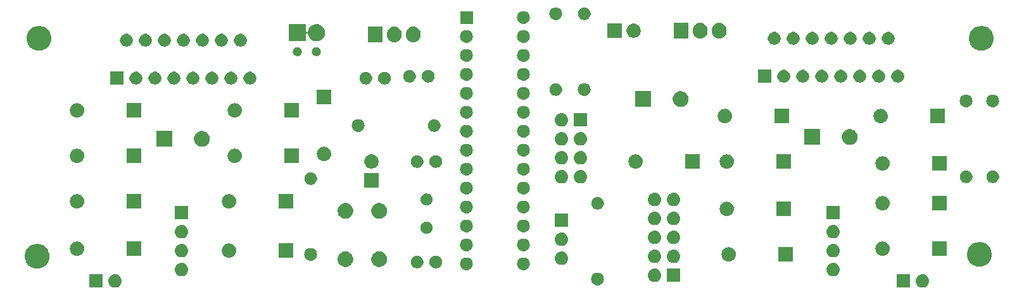
<source format=gbr>
G04 #@! TF.GenerationSoftware,KiCad,Pcbnew,(5.1.4)-1*
G04 #@! TF.CreationDate,2020-01-11T22:22:39+00:00*
G04 #@! TF.ProjectId,Plotter,506c6f74-7465-4722-9e6b-696361645f70,V1.0*
G04 #@! TF.SameCoordinates,Original*
G04 #@! TF.FileFunction,Soldermask,Bot*
G04 #@! TF.FilePolarity,Negative*
%FSLAX46Y46*%
G04 Gerber Fmt 4.6, Leading zero omitted, Abs format (unit mm)*
G04 Created by KiCad (PCBNEW (5.1.4)-1) date 2020-01-11 22:22:39*
%MOMM*%
%LPD*%
G04 APERTURE LIST*
%ADD10C,0.100000*%
G04 APERTURE END LIST*
D10*
G36*
X208898443Y-119501519D02*
G01*
X208964627Y-119508037D01*
X209134466Y-119559557D01*
X209290991Y-119643222D01*
X209319869Y-119666922D01*
X209428186Y-119755814D01*
X209511448Y-119857271D01*
X209540778Y-119893009D01*
X209624443Y-120049534D01*
X209675963Y-120219373D01*
X209693359Y-120396000D01*
X209675963Y-120572627D01*
X209624443Y-120742466D01*
X209540778Y-120898991D01*
X209511448Y-120934729D01*
X209428186Y-121036186D01*
X209326729Y-121119448D01*
X209290991Y-121148778D01*
X209134466Y-121232443D01*
X208964627Y-121283963D01*
X208898443Y-121290481D01*
X208832260Y-121297000D01*
X208743740Y-121297000D01*
X208677557Y-121290481D01*
X208611373Y-121283963D01*
X208441534Y-121232443D01*
X208285009Y-121148778D01*
X208249271Y-121119448D01*
X208147814Y-121036186D01*
X208064552Y-120934729D01*
X208035222Y-120898991D01*
X207951557Y-120742466D01*
X207900037Y-120572627D01*
X207882641Y-120396000D01*
X207900037Y-120219373D01*
X207951557Y-120049534D01*
X208035222Y-119893009D01*
X208064552Y-119857271D01*
X208147814Y-119755814D01*
X208256131Y-119666922D01*
X208285009Y-119643222D01*
X208441534Y-119559557D01*
X208611373Y-119508037D01*
X208677557Y-119501519D01*
X208743740Y-119495000D01*
X208832260Y-119495000D01*
X208898443Y-119501519D01*
X208898443Y-119501519D01*
G37*
G36*
X207149000Y-121297000D02*
G01*
X205347000Y-121297000D01*
X205347000Y-119495000D01*
X207149000Y-119495000D01*
X207149000Y-121297000D01*
X207149000Y-121297000D01*
G37*
G36*
X99199000Y-121297000D02*
G01*
X97397000Y-121297000D01*
X97397000Y-119495000D01*
X99199000Y-119495000D01*
X99199000Y-121297000D01*
X99199000Y-121297000D01*
G37*
G36*
X100948443Y-119501519D02*
G01*
X101014627Y-119508037D01*
X101184466Y-119559557D01*
X101340991Y-119643222D01*
X101369869Y-119666922D01*
X101478186Y-119755814D01*
X101561448Y-119857271D01*
X101590778Y-119893009D01*
X101674443Y-120049534D01*
X101725963Y-120219373D01*
X101743359Y-120396000D01*
X101725963Y-120572627D01*
X101674443Y-120742466D01*
X101590778Y-120898991D01*
X101561448Y-120934729D01*
X101478186Y-121036186D01*
X101376729Y-121119448D01*
X101340991Y-121148778D01*
X101184466Y-121232443D01*
X101014627Y-121283963D01*
X100948443Y-121290481D01*
X100882260Y-121297000D01*
X100793740Y-121297000D01*
X100727557Y-121290481D01*
X100661373Y-121283963D01*
X100491534Y-121232443D01*
X100335009Y-121148778D01*
X100299271Y-121119448D01*
X100197814Y-121036186D01*
X100114552Y-120934729D01*
X100085222Y-120898991D01*
X100001557Y-120742466D01*
X99950037Y-120572627D01*
X99932641Y-120396000D01*
X99950037Y-120219373D01*
X100001557Y-120049534D01*
X100085222Y-119893009D01*
X100114552Y-119857271D01*
X100197814Y-119755814D01*
X100306131Y-119666922D01*
X100335009Y-119643222D01*
X100491534Y-119559557D01*
X100661373Y-119508037D01*
X100727557Y-119501519D01*
X100793740Y-119495000D01*
X100882260Y-119495000D01*
X100948443Y-119501519D01*
X100948443Y-119501519D01*
G37*
G36*
X165520823Y-119303313D02*
G01*
X165681242Y-119351976D01*
X165813906Y-119422886D01*
X165829078Y-119430996D01*
X165958659Y-119537341D01*
X166065004Y-119666922D01*
X166065005Y-119666924D01*
X166144024Y-119814758D01*
X166192687Y-119975177D01*
X166209117Y-120142000D01*
X166192687Y-120308823D01*
X166144024Y-120469242D01*
X166073114Y-120601906D01*
X166065004Y-120617078D01*
X165958659Y-120746659D01*
X165829078Y-120853004D01*
X165829076Y-120853005D01*
X165681242Y-120932024D01*
X165520823Y-120980687D01*
X165395804Y-120993000D01*
X165312196Y-120993000D01*
X165187177Y-120980687D01*
X165026758Y-120932024D01*
X164878924Y-120853005D01*
X164878922Y-120853004D01*
X164749341Y-120746659D01*
X164642996Y-120617078D01*
X164634886Y-120601906D01*
X164563976Y-120469242D01*
X164515313Y-120308823D01*
X164498883Y-120142000D01*
X164515313Y-119975177D01*
X164563976Y-119814758D01*
X164642995Y-119666924D01*
X164642996Y-119666922D01*
X164749341Y-119537341D01*
X164878922Y-119430996D01*
X164894094Y-119422886D01*
X165026758Y-119351976D01*
X165187177Y-119303313D01*
X165312196Y-119291000D01*
X165395804Y-119291000D01*
X165520823Y-119303313D01*
X165520823Y-119303313D01*
G37*
G36*
X176415000Y-120535000D02*
G01*
X174613000Y-120535000D01*
X174613000Y-118733000D01*
X176415000Y-118733000D01*
X176415000Y-120535000D01*
X176415000Y-120535000D01*
G37*
G36*
X173084442Y-118739518D02*
G01*
X173150627Y-118746037D01*
X173320466Y-118797557D01*
X173476991Y-118881222D01*
X173499901Y-118900024D01*
X173614186Y-118993814D01*
X173697448Y-119095271D01*
X173726778Y-119131009D01*
X173810443Y-119287534D01*
X173861963Y-119457373D01*
X173879359Y-119634000D01*
X173861963Y-119810627D01*
X173810443Y-119980466D01*
X173726778Y-120136991D01*
X173722667Y-120142000D01*
X173614186Y-120274186D01*
X173512729Y-120357448D01*
X173476991Y-120386778D01*
X173320466Y-120470443D01*
X173150627Y-120521963D01*
X173084443Y-120528481D01*
X173018260Y-120535000D01*
X172929740Y-120535000D01*
X172863557Y-120528481D01*
X172797373Y-120521963D01*
X172627534Y-120470443D01*
X172471009Y-120386778D01*
X172435271Y-120357448D01*
X172333814Y-120274186D01*
X172225333Y-120142000D01*
X172221222Y-120136991D01*
X172137557Y-119980466D01*
X172086037Y-119810627D01*
X172068641Y-119634000D01*
X172086037Y-119457373D01*
X172137557Y-119287534D01*
X172221222Y-119131009D01*
X172250552Y-119095271D01*
X172333814Y-118993814D01*
X172448099Y-118900024D01*
X172471009Y-118881222D01*
X172627534Y-118797557D01*
X172797373Y-118746037D01*
X172863558Y-118739518D01*
X172929740Y-118733000D01*
X173018260Y-118733000D01*
X173084442Y-118739518D01*
X173084442Y-118739518D01*
G37*
G36*
X109838443Y-117977519D02*
G01*
X109904627Y-117984037D01*
X110074466Y-118035557D01*
X110230991Y-118119222D01*
X110264167Y-118146449D01*
X110368186Y-118231814D01*
X110426686Y-118303098D01*
X110480778Y-118369009D01*
X110480779Y-118369011D01*
X110559890Y-118517015D01*
X110564443Y-118525534D01*
X110615963Y-118695373D01*
X110633359Y-118872000D01*
X110615963Y-119048627D01*
X110564443Y-119218466D01*
X110480778Y-119374991D01*
X110451448Y-119410729D01*
X110368186Y-119512186D01*
X110266729Y-119595448D01*
X110230991Y-119624778D01*
X110074466Y-119708443D01*
X109904627Y-119759963D01*
X109838442Y-119766482D01*
X109772260Y-119773000D01*
X109683740Y-119773000D01*
X109617558Y-119766482D01*
X109551373Y-119759963D01*
X109381534Y-119708443D01*
X109225009Y-119624778D01*
X109189271Y-119595448D01*
X109087814Y-119512186D01*
X109004552Y-119410729D01*
X108975222Y-119374991D01*
X108891557Y-119218466D01*
X108840037Y-119048627D01*
X108822641Y-118872000D01*
X108840037Y-118695373D01*
X108891557Y-118525534D01*
X108896111Y-118517015D01*
X108975221Y-118369011D01*
X108975222Y-118369009D01*
X109029314Y-118303098D01*
X109087814Y-118231814D01*
X109191833Y-118146449D01*
X109225009Y-118119222D01*
X109381534Y-118035557D01*
X109551373Y-117984037D01*
X109617557Y-117977519D01*
X109683740Y-117971000D01*
X109772260Y-117971000D01*
X109838443Y-117977519D01*
X109838443Y-117977519D01*
G37*
G36*
X196960443Y-117977519D02*
G01*
X197026627Y-117984037D01*
X197196466Y-118035557D01*
X197352991Y-118119222D01*
X197386167Y-118146449D01*
X197490186Y-118231814D01*
X197548686Y-118303098D01*
X197602778Y-118369009D01*
X197602779Y-118369011D01*
X197681890Y-118517015D01*
X197686443Y-118525534D01*
X197737963Y-118695373D01*
X197755359Y-118872000D01*
X197737963Y-119048627D01*
X197686443Y-119218466D01*
X197602778Y-119374991D01*
X197573448Y-119410729D01*
X197490186Y-119512186D01*
X197388729Y-119595448D01*
X197352991Y-119624778D01*
X197196466Y-119708443D01*
X197026627Y-119759963D01*
X196960442Y-119766482D01*
X196894260Y-119773000D01*
X196805740Y-119773000D01*
X196739558Y-119766482D01*
X196673373Y-119759963D01*
X196503534Y-119708443D01*
X196347009Y-119624778D01*
X196311271Y-119595448D01*
X196209814Y-119512186D01*
X196126552Y-119410729D01*
X196097222Y-119374991D01*
X196013557Y-119218466D01*
X195962037Y-119048627D01*
X195944641Y-118872000D01*
X195962037Y-118695373D01*
X196013557Y-118525534D01*
X196018111Y-118517015D01*
X196097221Y-118369011D01*
X196097222Y-118369009D01*
X196151314Y-118303098D01*
X196209814Y-118231814D01*
X196313833Y-118146449D01*
X196347009Y-118119222D01*
X196503534Y-118035557D01*
X196673373Y-117984037D01*
X196739557Y-117977519D01*
X196805740Y-117971000D01*
X196894260Y-117971000D01*
X196960443Y-117977519D01*
X196960443Y-117977519D01*
G37*
G36*
X155614823Y-117271313D02*
G01*
X155775242Y-117319976D01*
X155907906Y-117390886D01*
X155923078Y-117398996D01*
X156052659Y-117505341D01*
X156159004Y-117634922D01*
X156159005Y-117634924D01*
X156238024Y-117782758D01*
X156286687Y-117943177D01*
X156303117Y-118110000D01*
X156286687Y-118276823D01*
X156238024Y-118437242D01*
X156199877Y-118508610D01*
X156159004Y-118585078D01*
X156052659Y-118714659D01*
X155923078Y-118821004D01*
X155923076Y-118821005D01*
X155775242Y-118900024D01*
X155614823Y-118948687D01*
X155489804Y-118961000D01*
X155406196Y-118961000D01*
X155281177Y-118948687D01*
X155120758Y-118900024D01*
X154972924Y-118821005D01*
X154972922Y-118821004D01*
X154843341Y-118714659D01*
X154736996Y-118585078D01*
X154696123Y-118508610D01*
X154657976Y-118437242D01*
X154609313Y-118276823D01*
X154592883Y-118110000D01*
X154609313Y-117943177D01*
X154657976Y-117782758D01*
X154736995Y-117634924D01*
X154736996Y-117634922D01*
X154843341Y-117505341D01*
X154972922Y-117398996D01*
X154988094Y-117390886D01*
X155120758Y-117319976D01*
X155281177Y-117271313D01*
X155406196Y-117259000D01*
X155489804Y-117259000D01*
X155614823Y-117271313D01*
X155614823Y-117271313D01*
G37*
G36*
X147994823Y-117271313D02*
G01*
X148155242Y-117319976D01*
X148287906Y-117390886D01*
X148303078Y-117398996D01*
X148432659Y-117505341D01*
X148539004Y-117634922D01*
X148539005Y-117634924D01*
X148618024Y-117782758D01*
X148666687Y-117943177D01*
X148683117Y-118110000D01*
X148666687Y-118276823D01*
X148618024Y-118437242D01*
X148579877Y-118508610D01*
X148539004Y-118585078D01*
X148432659Y-118714659D01*
X148303078Y-118821004D01*
X148303076Y-118821005D01*
X148155242Y-118900024D01*
X147994823Y-118948687D01*
X147869804Y-118961000D01*
X147786196Y-118961000D01*
X147661177Y-118948687D01*
X147500758Y-118900024D01*
X147352924Y-118821005D01*
X147352922Y-118821004D01*
X147223341Y-118714659D01*
X147116996Y-118585078D01*
X147076123Y-118508610D01*
X147037976Y-118437242D01*
X146989313Y-118276823D01*
X146972883Y-118110000D01*
X146989313Y-117943177D01*
X147037976Y-117782758D01*
X147116995Y-117634924D01*
X147116996Y-117634922D01*
X147223341Y-117505341D01*
X147352922Y-117398996D01*
X147368094Y-117390886D01*
X147500758Y-117319976D01*
X147661177Y-117271313D01*
X147786196Y-117259000D01*
X147869804Y-117259000D01*
X147994823Y-117271313D01*
X147994823Y-117271313D01*
G37*
G36*
X90799256Y-115485298D02*
G01*
X90905579Y-115506447D01*
X91206042Y-115630903D01*
X91476451Y-115811585D01*
X91706415Y-116041549D01*
X91885185Y-116309097D01*
X91887098Y-116311960D01*
X91909036Y-116364924D01*
X92011553Y-116612421D01*
X92028515Y-116697693D01*
X92075000Y-116931389D01*
X92075000Y-117256611D01*
X92038429Y-117440466D01*
X92011553Y-117575579D01*
X91950548Y-117722858D01*
X91897474Y-117850991D01*
X91887097Y-117876042D01*
X91706415Y-118146451D01*
X91476451Y-118376415D01*
X91206042Y-118557097D01*
X90905579Y-118681553D01*
X90836101Y-118695373D01*
X90586611Y-118745000D01*
X90261389Y-118745000D01*
X90011899Y-118695373D01*
X89942421Y-118681553D01*
X89641958Y-118557097D01*
X89371549Y-118376415D01*
X89141585Y-118146451D01*
X88960903Y-117876042D01*
X88950527Y-117850991D01*
X88897452Y-117722858D01*
X88836447Y-117575579D01*
X88809571Y-117440466D01*
X88773000Y-117256611D01*
X88773000Y-116931389D01*
X88819485Y-116697693D01*
X88836447Y-116612421D01*
X88938964Y-116364924D01*
X88960902Y-116311960D01*
X88962815Y-116309097D01*
X89141585Y-116041549D01*
X89371549Y-115811585D01*
X89641958Y-115630903D01*
X89942421Y-115506447D01*
X90048744Y-115485298D01*
X90261389Y-115443000D01*
X90586611Y-115443000D01*
X90799256Y-115485298D01*
X90799256Y-115485298D01*
G37*
G36*
X141472228Y-117037703D02*
G01*
X141627100Y-117101853D01*
X141766481Y-117194985D01*
X141885015Y-117313519D01*
X141978147Y-117452900D01*
X142042297Y-117607772D01*
X142075000Y-117772184D01*
X142075000Y-117939816D01*
X142042297Y-118104228D01*
X141978147Y-118259100D01*
X141885015Y-118398481D01*
X141766481Y-118517015D01*
X141627100Y-118610147D01*
X141472228Y-118674297D01*
X141307816Y-118707000D01*
X141140184Y-118707000D01*
X140975772Y-118674297D01*
X140820900Y-118610147D01*
X140681519Y-118517015D01*
X140562985Y-118398481D01*
X140469853Y-118259100D01*
X140405703Y-118104228D01*
X140373000Y-117939816D01*
X140373000Y-117772184D01*
X140405703Y-117607772D01*
X140469853Y-117452900D01*
X140562985Y-117313519D01*
X140681519Y-117194985D01*
X140820900Y-117101853D01*
X140975772Y-117037703D01*
X141140184Y-117005000D01*
X141307816Y-117005000D01*
X141472228Y-117037703D01*
X141472228Y-117037703D01*
G37*
G36*
X143972228Y-117037703D02*
G01*
X144127100Y-117101853D01*
X144266481Y-117194985D01*
X144385015Y-117313519D01*
X144478147Y-117452900D01*
X144542297Y-117607772D01*
X144575000Y-117772184D01*
X144575000Y-117939816D01*
X144542297Y-118104228D01*
X144478147Y-118259100D01*
X144385015Y-118398481D01*
X144266481Y-118517015D01*
X144127100Y-118610147D01*
X143972228Y-118674297D01*
X143807816Y-118707000D01*
X143640184Y-118707000D01*
X143475772Y-118674297D01*
X143320900Y-118610147D01*
X143181519Y-118517015D01*
X143062985Y-118398481D01*
X142969853Y-118259100D01*
X142905703Y-118104228D01*
X142873000Y-117939816D01*
X142873000Y-117772184D01*
X142905703Y-117607772D01*
X142969853Y-117452900D01*
X143062985Y-117313519D01*
X143181519Y-117194985D01*
X143320900Y-117101853D01*
X143475772Y-117037703D01*
X143640184Y-117005000D01*
X143807816Y-117005000D01*
X143972228Y-117037703D01*
X143972228Y-117037703D01*
G37*
G36*
X136450564Y-116487389D02*
G01*
X136641833Y-116566615D01*
X136641835Y-116566616D01*
X136813973Y-116681635D01*
X136960365Y-116828027D01*
X137029431Y-116931391D01*
X137075385Y-117000167D01*
X137154611Y-117191436D01*
X137195000Y-117394484D01*
X137195000Y-117601516D01*
X137154611Y-117804564D01*
X137085671Y-117971000D01*
X137075384Y-117995835D01*
X136960365Y-118167973D01*
X136813973Y-118314365D01*
X136641835Y-118429384D01*
X136641834Y-118429385D01*
X136641833Y-118429385D01*
X136450564Y-118508611D01*
X136247516Y-118549000D01*
X136040484Y-118549000D01*
X135837436Y-118508611D01*
X135646167Y-118429385D01*
X135646166Y-118429385D01*
X135646165Y-118429384D01*
X135474027Y-118314365D01*
X135327635Y-118167973D01*
X135212616Y-117995835D01*
X135202329Y-117971000D01*
X135133389Y-117804564D01*
X135093000Y-117601516D01*
X135093000Y-117394484D01*
X135133389Y-117191436D01*
X135212615Y-117000167D01*
X135258570Y-116931391D01*
X135327635Y-116828027D01*
X135474027Y-116681635D01*
X135646165Y-116566616D01*
X135646167Y-116566615D01*
X135837436Y-116487389D01*
X136040484Y-116447000D01*
X136247516Y-116447000D01*
X136450564Y-116487389D01*
X136450564Y-116487389D01*
G37*
G36*
X131950564Y-116487389D02*
G01*
X132141833Y-116566615D01*
X132141835Y-116566616D01*
X132313973Y-116681635D01*
X132460365Y-116828027D01*
X132529431Y-116931391D01*
X132575385Y-117000167D01*
X132654611Y-117191436D01*
X132695000Y-117394484D01*
X132695000Y-117601516D01*
X132654611Y-117804564D01*
X132585671Y-117971000D01*
X132575384Y-117995835D01*
X132460365Y-118167973D01*
X132313973Y-118314365D01*
X132141835Y-118429384D01*
X132141834Y-118429385D01*
X132141833Y-118429385D01*
X131950564Y-118508611D01*
X131747516Y-118549000D01*
X131540484Y-118549000D01*
X131337436Y-118508611D01*
X131146167Y-118429385D01*
X131146166Y-118429385D01*
X131146165Y-118429384D01*
X130974027Y-118314365D01*
X130827635Y-118167973D01*
X130712616Y-117995835D01*
X130702329Y-117971000D01*
X130633389Y-117804564D01*
X130593000Y-117601516D01*
X130593000Y-117394484D01*
X130633389Y-117191436D01*
X130712615Y-117000167D01*
X130758570Y-116931391D01*
X130827635Y-116828027D01*
X130974027Y-116681635D01*
X131146165Y-116566616D01*
X131146167Y-116566615D01*
X131337436Y-116487389D01*
X131540484Y-116447000D01*
X131747516Y-116447000D01*
X131950564Y-116487389D01*
X131950564Y-116487389D01*
G37*
G36*
X216783256Y-115231298D02*
G01*
X216889579Y-115252447D01*
X217190042Y-115376903D01*
X217460451Y-115557585D01*
X217690415Y-115787549D01*
X217871097Y-116057958D01*
X217995553Y-116358421D01*
X218008001Y-116421000D01*
X218059000Y-116677389D01*
X218059000Y-117002611D01*
X218039259Y-117101853D01*
X217995553Y-117321579D01*
X217941158Y-117452900D01*
X217881474Y-117596991D01*
X217871097Y-117622042D01*
X217690415Y-117892451D01*
X217460451Y-118122415D01*
X217190042Y-118303097D01*
X216889579Y-118427553D01*
X216840884Y-118437239D01*
X216570611Y-118491000D01*
X216245389Y-118491000D01*
X215975116Y-118437239D01*
X215926421Y-118427553D01*
X215625958Y-118303097D01*
X215355549Y-118122415D01*
X215125585Y-117892451D01*
X214944903Y-117622042D01*
X214934527Y-117596991D01*
X214874842Y-117452900D01*
X214820447Y-117321579D01*
X214776741Y-117101853D01*
X214757000Y-117002611D01*
X214757000Y-116677389D01*
X214807999Y-116421000D01*
X214820447Y-116358421D01*
X214944903Y-116057958D01*
X215125585Y-115787549D01*
X215355549Y-115557585D01*
X215625958Y-115376903D01*
X215926421Y-115252447D01*
X216032744Y-115231298D01*
X216245389Y-115189000D01*
X216570611Y-115189000D01*
X216783256Y-115231298D01*
X216783256Y-115231298D01*
G37*
G36*
X160638442Y-116453518D02*
G01*
X160704627Y-116460037D01*
X160874466Y-116511557D01*
X161030991Y-116595222D01*
X161047661Y-116608903D01*
X161168186Y-116707814D01*
X161251448Y-116809271D01*
X161280778Y-116845009D01*
X161280779Y-116845011D01*
X161326951Y-116931391D01*
X161364443Y-117001534D01*
X161415963Y-117171373D01*
X161433359Y-117348000D01*
X161415963Y-117524627D01*
X161364443Y-117694466D01*
X161280778Y-117850991D01*
X161260219Y-117876042D01*
X161168186Y-117988186D01*
X161066729Y-118071448D01*
X161030991Y-118100778D01*
X160874466Y-118184443D01*
X160704627Y-118235963D01*
X160638443Y-118242481D01*
X160572260Y-118249000D01*
X160483740Y-118249000D01*
X160417557Y-118242481D01*
X160351373Y-118235963D01*
X160181534Y-118184443D01*
X160025009Y-118100778D01*
X159989271Y-118071448D01*
X159887814Y-117988186D01*
X159795781Y-117876042D01*
X159775222Y-117850991D01*
X159691557Y-117694466D01*
X159640037Y-117524627D01*
X159622641Y-117348000D01*
X159640037Y-117171373D01*
X159691557Y-117001534D01*
X159729050Y-116931391D01*
X159775221Y-116845011D01*
X159775222Y-116845009D01*
X159804552Y-116809271D01*
X159887814Y-116707814D01*
X160008339Y-116608903D01*
X160025009Y-116595222D01*
X160181534Y-116511557D01*
X160351373Y-116460037D01*
X160417558Y-116453518D01*
X160483740Y-116447000D01*
X160572260Y-116447000D01*
X160638442Y-116453518D01*
X160638442Y-116453518D01*
G37*
G36*
X173084442Y-116199518D02*
G01*
X173150627Y-116206037D01*
X173320466Y-116257557D01*
X173476991Y-116341222D01*
X173497948Y-116358421D01*
X173614186Y-116453814D01*
X173667213Y-116518429D01*
X173726778Y-116591009D01*
X173726779Y-116591011D01*
X173772951Y-116677391D01*
X173810443Y-116747534D01*
X173861963Y-116917373D01*
X173879359Y-117094000D01*
X173861963Y-117270627D01*
X173810443Y-117440466D01*
X173726778Y-117596991D01*
X173697448Y-117632729D01*
X173614186Y-117734186D01*
X173512729Y-117817448D01*
X173476991Y-117846778D01*
X173320466Y-117930443D01*
X173150627Y-117981963D01*
X173087453Y-117988185D01*
X173018260Y-117995000D01*
X172929740Y-117995000D01*
X172860547Y-117988185D01*
X172797373Y-117981963D01*
X172627534Y-117930443D01*
X172471009Y-117846778D01*
X172435271Y-117817448D01*
X172333814Y-117734186D01*
X172250552Y-117632729D01*
X172221222Y-117596991D01*
X172137557Y-117440466D01*
X172086037Y-117270627D01*
X172068641Y-117094000D01*
X172086037Y-116917373D01*
X172137557Y-116747534D01*
X172175050Y-116677391D01*
X172221221Y-116591011D01*
X172221222Y-116591009D01*
X172280787Y-116518429D01*
X172333814Y-116453814D01*
X172450052Y-116358421D01*
X172471009Y-116341222D01*
X172627534Y-116257557D01*
X172797373Y-116206037D01*
X172863558Y-116199518D01*
X172929740Y-116193000D01*
X173018260Y-116193000D01*
X173084442Y-116199518D01*
X173084442Y-116199518D01*
G37*
G36*
X175624442Y-116199518D02*
G01*
X175690627Y-116206037D01*
X175860466Y-116257557D01*
X176016991Y-116341222D01*
X176037948Y-116358421D01*
X176154186Y-116453814D01*
X176207213Y-116518429D01*
X176266778Y-116591009D01*
X176266779Y-116591011D01*
X176312951Y-116677391D01*
X176350443Y-116747534D01*
X176401963Y-116917373D01*
X176419359Y-117094000D01*
X176401963Y-117270627D01*
X176350443Y-117440466D01*
X176266778Y-117596991D01*
X176237448Y-117632729D01*
X176154186Y-117734186D01*
X176052729Y-117817448D01*
X176016991Y-117846778D01*
X175860466Y-117930443D01*
X175690627Y-117981963D01*
X175627453Y-117988185D01*
X175558260Y-117995000D01*
X175469740Y-117995000D01*
X175400547Y-117988185D01*
X175337373Y-117981963D01*
X175167534Y-117930443D01*
X175011009Y-117846778D01*
X174975271Y-117817448D01*
X174873814Y-117734186D01*
X174790552Y-117632729D01*
X174761222Y-117596991D01*
X174677557Y-117440466D01*
X174626037Y-117270627D01*
X174608641Y-117094000D01*
X174626037Y-116917373D01*
X174677557Y-116747534D01*
X174715050Y-116677391D01*
X174761221Y-116591011D01*
X174761222Y-116591009D01*
X174820787Y-116518429D01*
X174873814Y-116453814D01*
X174990052Y-116358421D01*
X175011009Y-116341222D01*
X175167534Y-116257557D01*
X175337373Y-116206037D01*
X175403558Y-116199518D01*
X175469740Y-116193000D01*
X175558260Y-116193000D01*
X175624442Y-116199518D01*
X175624442Y-116199518D01*
G37*
G36*
X191451000Y-117791000D02*
G01*
X189549000Y-117791000D01*
X189549000Y-115889000D01*
X191451000Y-115889000D01*
X191451000Y-117791000D01*
X191451000Y-117791000D01*
G37*
G36*
X183066425Y-115902760D02*
G01*
X183066428Y-115902761D01*
X183066429Y-115902761D01*
X183245693Y-115957140D01*
X183245696Y-115957142D01*
X183245697Y-115957142D01*
X183410903Y-116045446D01*
X183555712Y-116164288D01*
X183674554Y-116309097D01*
X183762858Y-116474303D01*
X183762860Y-116474307D01*
X183817239Y-116653571D01*
X183817240Y-116653575D01*
X183835601Y-116840000D01*
X183817240Y-117026425D01*
X183817239Y-117026428D01*
X183817239Y-117026429D01*
X183762860Y-117205693D01*
X183762858Y-117205696D01*
X183762858Y-117205697D01*
X183674554Y-117370903D01*
X183555712Y-117515712D01*
X183410903Y-117634554D01*
X183245697Y-117722858D01*
X183245693Y-117722860D01*
X183066429Y-117777239D01*
X183066428Y-117777239D01*
X183066425Y-117777240D01*
X182926718Y-117791000D01*
X182833282Y-117791000D01*
X182693575Y-117777240D01*
X182693572Y-117777239D01*
X182693571Y-117777239D01*
X182514307Y-117722860D01*
X182514303Y-117722858D01*
X182349097Y-117634554D01*
X182204288Y-117515712D01*
X182085446Y-117370903D01*
X181997142Y-117205697D01*
X181997142Y-117205696D01*
X181997140Y-117205693D01*
X181942761Y-117026429D01*
X181942761Y-117026428D01*
X181942760Y-117026425D01*
X181924399Y-116840000D01*
X181942760Y-116653575D01*
X181942761Y-116653571D01*
X181997140Y-116474307D01*
X181997142Y-116474303D01*
X182085446Y-116309097D01*
X182204288Y-116164288D01*
X182349097Y-116045446D01*
X182514303Y-115957142D01*
X182514304Y-115957142D01*
X182514307Y-115957140D01*
X182693571Y-115902761D01*
X182693572Y-115902761D01*
X182693575Y-115902760D01*
X182833282Y-115889000D01*
X182926718Y-115889000D01*
X183066425Y-115902760D01*
X183066425Y-115902760D01*
G37*
G36*
X127166823Y-116001313D02*
G01*
X127327242Y-116049976D01*
X127459906Y-116120886D01*
X127475078Y-116128996D01*
X127604659Y-116235341D01*
X127711004Y-116364922D01*
X127711005Y-116364924D01*
X127790024Y-116512758D01*
X127838687Y-116673177D01*
X127855117Y-116840000D01*
X127838687Y-117006823D01*
X127790024Y-117167242D01*
X127734397Y-117271313D01*
X127711004Y-117315078D01*
X127604659Y-117444659D01*
X127475078Y-117551004D01*
X127475076Y-117551005D01*
X127327242Y-117630024D01*
X127166823Y-117678687D01*
X127041804Y-117691000D01*
X126958196Y-117691000D01*
X126833177Y-117678687D01*
X126672758Y-117630024D01*
X126524924Y-117551005D01*
X126524922Y-117551004D01*
X126395341Y-117444659D01*
X126288996Y-117315078D01*
X126265603Y-117271313D01*
X126209976Y-117167242D01*
X126161313Y-117006823D01*
X126144883Y-116840000D01*
X126161313Y-116673177D01*
X126209976Y-116512758D01*
X126288995Y-116364924D01*
X126288996Y-116364922D01*
X126395341Y-116235341D01*
X126524922Y-116128996D01*
X126540094Y-116120886D01*
X126672758Y-116049976D01*
X126833177Y-116001313D01*
X126958196Y-115989000D01*
X127041804Y-115989000D01*
X127166823Y-116001313D01*
X127166823Y-116001313D01*
G37*
G36*
X124649000Y-117283000D02*
G01*
X122747000Y-117283000D01*
X122747000Y-115381000D01*
X124649000Y-115381000D01*
X124649000Y-117283000D01*
X124649000Y-117283000D01*
G37*
G36*
X116264425Y-115394760D02*
G01*
X116264428Y-115394761D01*
X116264429Y-115394761D01*
X116443693Y-115449140D01*
X116443696Y-115449142D01*
X116443697Y-115449142D01*
X116608903Y-115537446D01*
X116753712Y-115656288D01*
X116872554Y-115801097D01*
X116926894Y-115902761D01*
X116960860Y-115966307D01*
X117010211Y-116128996D01*
X117015240Y-116145575D01*
X117033601Y-116332000D01*
X117015240Y-116518425D01*
X117015239Y-116518428D01*
X117015239Y-116518429D01*
X116960860Y-116697693D01*
X116960858Y-116697696D01*
X116960858Y-116697697D01*
X116872554Y-116862903D01*
X116753712Y-117007712D01*
X116608903Y-117126554D01*
X116460836Y-117205697D01*
X116443693Y-117214860D01*
X116264429Y-117269239D01*
X116264428Y-117269239D01*
X116264425Y-117269240D01*
X116124718Y-117283000D01*
X116031282Y-117283000D01*
X115891575Y-117269240D01*
X115891572Y-117269239D01*
X115891571Y-117269239D01*
X115712307Y-117214860D01*
X115695164Y-117205697D01*
X115547097Y-117126554D01*
X115402288Y-117007712D01*
X115283446Y-116862903D01*
X115195142Y-116697697D01*
X115195142Y-116697696D01*
X115195140Y-116697693D01*
X115140761Y-116518429D01*
X115140761Y-116518428D01*
X115140760Y-116518425D01*
X115122399Y-116332000D01*
X115140760Y-116145575D01*
X115145789Y-116128996D01*
X115195140Y-115966307D01*
X115229106Y-115902761D01*
X115283446Y-115801097D01*
X115402288Y-115656288D01*
X115547097Y-115537446D01*
X115712303Y-115449142D01*
X115712304Y-115449142D01*
X115712307Y-115449140D01*
X115891571Y-115394761D01*
X115891572Y-115394761D01*
X115891575Y-115394760D01*
X116031282Y-115381000D01*
X116124718Y-115381000D01*
X116264425Y-115394760D01*
X116264425Y-115394760D01*
G37*
G36*
X196960442Y-115437518D02*
G01*
X197026627Y-115444037D01*
X197196466Y-115495557D01*
X197352991Y-115579222D01*
X197388729Y-115608552D01*
X197490186Y-115691814D01*
X197568754Y-115787551D01*
X197602778Y-115829009D01*
X197686443Y-115985534D01*
X197737963Y-116155373D01*
X197755359Y-116332000D01*
X197737963Y-116508627D01*
X197686443Y-116678466D01*
X197602778Y-116834991D01*
X197579871Y-116862903D01*
X197490186Y-116972186D01*
X197388729Y-117055448D01*
X197352991Y-117084778D01*
X197196466Y-117168443D01*
X197026627Y-117219963D01*
X196960442Y-117226482D01*
X196894260Y-117233000D01*
X196805740Y-117233000D01*
X196739558Y-117226482D01*
X196673373Y-117219963D01*
X196503534Y-117168443D01*
X196347009Y-117084778D01*
X196311271Y-117055448D01*
X196209814Y-116972186D01*
X196120129Y-116862903D01*
X196097222Y-116834991D01*
X196013557Y-116678466D01*
X195962037Y-116508627D01*
X195944641Y-116332000D01*
X195962037Y-116155373D01*
X196013557Y-115985534D01*
X196097222Y-115829009D01*
X196131246Y-115787551D01*
X196209814Y-115691814D01*
X196311271Y-115608552D01*
X196347009Y-115579222D01*
X196503534Y-115495557D01*
X196673373Y-115444037D01*
X196739558Y-115437518D01*
X196805740Y-115431000D01*
X196894260Y-115431000D01*
X196960442Y-115437518D01*
X196960442Y-115437518D01*
G37*
G36*
X109838442Y-115437518D02*
G01*
X109904627Y-115444037D01*
X110074466Y-115495557D01*
X110230991Y-115579222D01*
X110266729Y-115608552D01*
X110368186Y-115691814D01*
X110446754Y-115787551D01*
X110480778Y-115829009D01*
X110564443Y-115985534D01*
X110615963Y-116155373D01*
X110633359Y-116332000D01*
X110615963Y-116508627D01*
X110564443Y-116678466D01*
X110480778Y-116834991D01*
X110457871Y-116862903D01*
X110368186Y-116972186D01*
X110266729Y-117055448D01*
X110230991Y-117084778D01*
X110074466Y-117168443D01*
X109904627Y-117219963D01*
X109838442Y-117226482D01*
X109772260Y-117233000D01*
X109683740Y-117233000D01*
X109617558Y-117226482D01*
X109551373Y-117219963D01*
X109381534Y-117168443D01*
X109225009Y-117084778D01*
X109189271Y-117055448D01*
X109087814Y-116972186D01*
X108998129Y-116862903D01*
X108975222Y-116834991D01*
X108891557Y-116678466D01*
X108840037Y-116508627D01*
X108822641Y-116332000D01*
X108840037Y-116155373D01*
X108891557Y-115985534D01*
X108975222Y-115829009D01*
X109009246Y-115787551D01*
X109087814Y-115691814D01*
X109189271Y-115608552D01*
X109225009Y-115579222D01*
X109381534Y-115495557D01*
X109551373Y-115444037D01*
X109617558Y-115437518D01*
X109683740Y-115431000D01*
X109772260Y-115431000D01*
X109838442Y-115437518D01*
X109838442Y-115437518D01*
G37*
G36*
X212025000Y-117029000D02*
G01*
X210123000Y-117029000D01*
X210123000Y-115127000D01*
X212025000Y-115127000D01*
X212025000Y-117029000D01*
X212025000Y-117029000D01*
G37*
G36*
X104329000Y-117029000D02*
G01*
X102427000Y-117029000D01*
X102427000Y-115127000D01*
X104329000Y-115127000D01*
X104329000Y-117029000D01*
X104329000Y-117029000D01*
G37*
G36*
X95944425Y-115140760D02*
G01*
X95944428Y-115140761D01*
X95944429Y-115140761D01*
X96123693Y-115195140D01*
X96123696Y-115195142D01*
X96123697Y-115195142D01*
X96288903Y-115283446D01*
X96433712Y-115402288D01*
X96552554Y-115547097D01*
X96640858Y-115712303D01*
X96640860Y-115712307D01*
X96694459Y-115889000D01*
X96695240Y-115891575D01*
X96713601Y-116078000D01*
X96695240Y-116264425D01*
X96695239Y-116264428D01*
X96695239Y-116264429D01*
X96640860Y-116443693D01*
X96640858Y-116443696D01*
X96640858Y-116443697D01*
X96552554Y-116608903D01*
X96433712Y-116753712D01*
X96288903Y-116872554D01*
X96123697Y-116960858D01*
X96123693Y-116960860D01*
X95944429Y-117015239D01*
X95944428Y-117015239D01*
X95944425Y-117015240D01*
X95804718Y-117029000D01*
X95711282Y-117029000D01*
X95571575Y-117015240D01*
X95571572Y-117015239D01*
X95571571Y-117015239D01*
X95392307Y-116960860D01*
X95392303Y-116960858D01*
X95227097Y-116872554D01*
X95082288Y-116753712D01*
X94963446Y-116608903D01*
X94875142Y-116443697D01*
X94875142Y-116443696D01*
X94875140Y-116443693D01*
X94820761Y-116264429D01*
X94820761Y-116264428D01*
X94820760Y-116264425D01*
X94802399Y-116078000D01*
X94820760Y-115891575D01*
X94821541Y-115889000D01*
X94875140Y-115712307D01*
X94875142Y-115712303D01*
X94963446Y-115547097D01*
X95082288Y-115402288D01*
X95227097Y-115283446D01*
X95392303Y-115195142D01*
X95392304Y-115195142D01*
X95392307Y-115195140D01*
X95571571Y-115140761D01*
X95571572Y-115140761D01*
X95571575Y-115140760D01*
X95711282Y-115127000D01*
X95804718Y-115127000D01*
X95944425Y-115140760D01*
X95944425Y-115140760D01*
G37*
G36*
X203640425Y-115140760D02*
G01*
X203640428Y-115140761D01*
X203640429Y-115140761D01*
X203819693Y-115195140D01*
X203819696Y-115195142D01*
X203819697Y-115195142D01*
X203984903Y-115283446D01*
X204129712Y-115402288D01*
X204248554Y-115547097D01*
X204336858Y-115712303D01*
X204336860Y-115712307D01*
X204390459Y-115889000D01*
X204391240Y-115891575D01*
X204409601Y-116078000D01*
X204391240Y-116264425D01*
X204391239Y-116264428D01*
X204391239Y-116264429D01*
X204336860Y-116443693D01*
X204336858Y-116443696D01*
X204336858Y-116443697D01*
X204248554Y-116608903D01*
X204129712Y-116753712D01*
X203984903Y-116872554D01*
X203819697Y-116960858D01*
X203819693Y-116960860D01*
X203640429Y-117015239D01*
X203640428Y-117015239D01*
X203640425Y-117015240D01*
X203500718Y-117029000D01*
X203407282Y-117029000D01*
X203267575Y-117015240D01*
X203267572Y-117015239D01*
X203267571Y-117015239D01*
X203088307Y-116960860D01*
X203088303Y-116960858D01*
X202923097Y-116872554D01*
X202778288Y-116753712D01*
X202659446Y-116608903D01*
X202571142Y-116443697D01*
X202571142Y-116443696D01*
X202571140Y-116443693D01*
X202516761Y-116264429D01*
X202516761Y-116264428D01*
X202516760Y-116264425D01*
X202498399Y-116078000D01*
X202516760Y-115891575D01*
X202517541Y-115889000D01*
X202571140Y-115712307D01*
X202571142Y-115712303D01*
X202659446Y-115547097D01*
X202778288Y-115402288D01*
X202923097Y-115283446D01*
X203088303Y-115195142D01*
X203088304Y-115195142D01*
X203088307Y-115195140D01*
X203267571Y-115140761D01*
X203267572Y-115140761D01*
X203267575Y-115140760D01*
X203407282Y-115127000D01*
X203500718Y-115127000D01*
X203640425Y-115140760D01*
X203640425Y-115140760D01*
G37*
G36*
X155614823Y-114731313D02*
G01*
X155775242Y-114779976D01*
X155907906Y-114850886D01*
X155923078Y-114858996D01*
X156052659Y-114965341D01*
X156159004Y-115094922D01*
X156159005Y-115094924D01*
X156238024Y-115242758D01*
X156286687Y-115403177D01*
X156303117Y-115570000D01*
X156286687Y-115736823D01*
X156238024Y-115897242D01*
X156201110Y-115966303D01*
X156159004Y-116045078D01*
X156052659Y-116174659D01*
X155923078Y-116281004D01*
X155923076Y-116281005D01*
X155775242Y-116360024D01*
X155614823Y-116408687D01*
X155489804Y-116421000D01*
X155406196Y-116421000D01*
X155281177Y-116408687D01*
X155120758Y-116360024D01*
X154972924Y-116281005D01*
X154972922Y-116281004D01*
X154843341Y-116174659D01*
X154736996Y-116045078D01*
X154694890Y-115966303D01*
X154657976Y-115897242D01*
X154609313Y-115736823D01*
X154592883Y-115570000D01*
X154609313Y-115403177D01*
X154657976Y-115242758D01*
X154736995Y-115094924D01*
X154736996Y-115094922D01*
X154843341Y-114965341D01*
X154972922Y-114858996D01*
X154988094Y-114850886D01*
X155120758Y-114779976D01*
X155281177Y-114731313D01*
X155406196Y-114719000D01*
X155489804Y-114719000D01*
X155614823Y-114731313D01*
X155614823Y-114731313D01*
G37*
G36*
X147994823Y-114731313D02*
G01*
X148155242Y-114779976D01*
X148287906Y-114850886D01*
X148303078Y-114858996D01*
X148432659Y-114965341D01*
X148539004Y-115094922D01*
X148539005Y-115094924D01*
X148618024Y-115242758D01*
X148666687Y-115403177D01*
X148683117Y-115570000D01*
X148666687Y-115736823D01*
X148618024Y-115897242D01*
X148581110Y-115966303D01*
X148539004Y-116045078D01*
X148432659Y-116174659D01*
X148303078Y-116281004D01*
X148303076Y-116281005D01*
X148155242Y-116360024D01*
X147994823Y-116408687D01*
X147869804Y-116421000D01*
X147786196Y-116421000D01*
X147661177Y-116408687D01*
X147500758Y-116360024D01*
X147352924Y-116281005D01*
X147352922Y-116281004D01*
X147223341Y-116174659D01*
X147116996Y-116045078D01*
X147074890Y-115966303D01*
X147037976Y-115897242D01*
X146989313Y-115736823D01*
X146972883Y-115570000D01*
X146989313Y-115403177D01*
X147037976Y-115242758D01*
X147116995Y-115094924D01*
X147116996Y-115094922D01*
X147223341Y-114965341D01*
X147352922Y-114858996D01*
X147368094Y-114850886D01*
X147500758Y-114779976D01*
X147661177Y-114731313D01*
X147786196Y-114719000D01*
X147869804Y-114719000D01*
X147994823Y-114731313D01*
X147994823Y-114731313D01*
G37*
G36*
X160638442Y-113913518D02*
G01*
X160704627Y-113920037D01*
X160874466Y-113971557D01*
X161030991Y-114055222D01*
X161055090Y-114075000D01*
X161168186Y-114167814D01*
X161251448Y-114269271D01*
X161280778Y-114305009D01*
X161364443Y-114461534D01*
X161415963Y-114631373D01*
X161433359Y-114808000D01*
X161415963Y-114984627D01*
X161364443Y-115154466D01*
X161280778Y-115310991D01*
X161251448Y-115346729D01*
X161168186Y-115448186D01*
X161066729Y-115531448D01*
X161030991Y-115560778D01*
X160874466Y-115644443D01*
X160704627Y-115695963D01*
X160638442Y-115702482D01*
X160572260Y-115709000D01*
X160483740Y-115709000D01*
X160417558Y-115702482D01*
X160351373Y-115695963D01*
X160181534Y-115644443D01*
X160025009Y-115560778D01*
X159989271Y-115531448D01*
X159887814Y-115448186D01*
X159804552Y-115346729D01*
X159775222Y-115310991D01*
X159691557Y-115154466D01*
X159640037Y-114984627D01*
X159622641Y-114808000D01*
X159640037Y-114631373D01*
X159691557Y-114461534D01*
X159775222Y-114305009D01*
X159804552Y-114269271D01*
X159887814Y-114167814D01*
X160000910Y-114075000D01*
X160025009Y-114055222D01*
X160181534Y-113971557D01*
X160351373Y-113920037D01*
X160417558Y-113913518D01*
X160483740Y-113907000D01*
X160572260Y-113907000D01*
X160638442Y-113913518D01*
X160638442Y-113913518D01*
G37*
G36*
X173084442Y-113659518D02*
G01*
X173150627Y-113666037D01*
X173320466Y-113717557D01*
X173476991Y-113801222D01*
X173499901Y-113820024D01*
X173614186Y-113913814D01*
X173671652Y-113983838D01*
X173726778Y-114051009D01*
X173810443Y-114207534D01*
X173861963Y-114377373D01*
X173879359Y-114554000D01*
X173861963Y-114730627D01*
X173810443Y-114900466D01*
X173726778Y-115056991D01*
X173697448Y-115092729D01*
X173614186Y-115194186D01*
X173512729Y-115277448D01*
X173476991Y-115306778D01*
X173476989Y-115306779D01*
X173338133Y-115381000D01*
X173320466Y-115390443D01*
X173150627Y-115441963D01*
X173087453Y-115448185D01*
X173018260Y-115455000D01*
X172929740Y-115455000D01*
X172860547Y-115448185D01*
X172797373Y-115441963D01*
X172627534Y-115390443D01*
X172609868Y-115381000D01*
X172471011Y-115306779D01*
X172471009Y-115306778D01*
X172435271Y-115277448D01*
X172333814Y-115194186D01*
X172250552Y-115092729D01*
X172221222Y-115056991D01*
X172137557Y-114900466D01*
X172086037Y-114730627D01*
X172068641Y-114554000D01*
X172086037Y-114377373D01*
X172137557Y-114207534D01*
X172221222Y-114051009D01*
X172276348Y-113983838D01*
X172333814Y-113913814D01*
X172448099Y-113820024D01*
X172471009Y-113801222D01*
X172627534Y-113717557D01*
X172797373Y-113666037D01*
X172863558Y-113659518D01*
X172929740Y-113653000D01*
X173018260Y-113653000D01*
X173084442Y-113659518D01*
X173084442Y-113659518D01*
G37*
G36*
X175624442Y-113659518D02*
G01*
X175690627Y-113666037D01*
X175860466Y-113717557D01*
X176016991Y-113801222D01*
X176039901Y-113820024D01*
X176154186Y-113913814D01*
X176211652Y-113983838D01*
X176266778Y-114051009D01*
X176350443Y-114207534D01*
X176401963Y-114377373D01*
X176419359Y-114554000D01*
X176401963Y-114730627D01*
X176350443Y-114900466D01*
X176266778Y-115056991D01*
X176237448Y-115092729D01*
X176154186Y-115194186D01*
X176052729Y-115277448D01*
X176016991Y-115306778D01*
X176016989Y-115306779D01*
X175878133Y-115381000D01*
X175860466Y-115390443D01*
X175690627Y-115441963D01*
X175627453Y-115448185D01*
X175558260Y-115455000D01*
X175469740Y-115455000D01*
X175400547Y-115448185D01*
X175337373Y-115441963D01*
X175167534Y-115390443D01*
X175149868Y-115381000D01*
X175011011Y-115306779D01*
X175011009Y-115306778D01*
X174975271Y-115277448D01*
X174873814Y-115194186D01*
X174790552Y-115092729D01*
X174761222Y-115056991D01*
X174677557Y-114900466D01*
X174626037Y-114730627D01*
X174608641Y-114554000D01*
X174626037Y-114377373D01*
X174677557Y-114207534D01*
X174761222Y-114051009D01*
X174816348Y-113983838D01*
X174873814Y-113913814D01*
X174988099Y-113820024D01*
X175011009Y-113801222D01*
X175167534Y-113717557D01*
X175337373Y-113666037D01*
X175403558Y-113659518D01*
X175469740Y-113653000D01*
X175558260Y-113653000D01*
X175624442Y-113659518D01*
X175624442Y-113659518D01*
G37*
G36*
X196960442Y-112897518D02*
G01*
X197026627Y-112904037D01*
X197196466Y-112955557D01*
X197352991Y-113039222D01*
X197388729Y-113068552D01*
X197490186Y-113151814D01*
X197573448Y-113253271D01*
X197602778Y-113289009D01*
X197686443Y-113445534D01*
X197737963Y-113615373D01*
X197755359Y-113792000D01*
X197737963Y-113968627D01*
X197686443Y-114138466D01*
X197602778Y-114294991D01*
X197573448Y-114330729D01*
X197490186Y-114432186D01*
X197388729Y-114515448D01*
X197352991Y-114544778D01*
X197196466Y-114628443D01*
X197026627Y-114679963D01*
X196960443Y-114686481D01*
X196894260Y-114693000D01*
X196805740Y-114693000D01*
X196739557Y-114686481D01*
X196673373Y-114679963D01*
X196503534Y-114628443D01*
X196347009Y-114544778D01*
X196311271Y-114515448D01*
X196209814Y-114432186D01*
X196126552Y-114330729D01*
X196097222Y-114294991D01*
X196013557Y-114138466D01*
X195962037Y-113968627D01*
X195944641Y-113792000D01*
X195962037Y-113615373D01*
X196013557Y-113445534D01*
X196097222Y-113289009D01*
X196126552Y-113253271D01*
X196209814Y-113151814D01*
X196311271Y-113068552D01*
X196347009Y-113039222D01*
X196503534Y-112955557D01*
X196673373Y-112904037D01*
X196739558Y-112897518D01*
X196805740Y-112891000D01*
X196894260Y-112891000D01*
X196960442Y-112897518D01*
X196960442Y-112897518D01*
G37*
G36*
X109838442Y-112897518D02*
G01*
X109904627Y-112904037D01*
X110074466Y-112955557D01*
X110230991Y-113039222D01*
X110266729Y-113068552D01*
X110368186Y-113151814D01*
X110451448Y-113253271D01*
X110480778Y-113289009D01*
X110564443Y-113445534D01*
X110615963Y-113615373D01*
X110633359Y-113792000D01*
X110615963Y-113968627D01*
X110564443Y-114138466D01*
X110480778Y-114294991D01*
X110451448Y-114330729D01*
X110368186Y-114432186D01*
X110266729Y-114515448D01*
X110230991Y-114544778D01*
X110074466Y-114628443D01*
X109904627Y-114679963D01*
X109838443Y-114686481D01*
X109772260Y-114693000D01*
X109683740Y-114693000D01*
X109617557Y-114686481D01*
X109551373Y-114679963D01*
X109381534Y-114628443D01*
X109225009Y-114544778D01*
X109189271Y-114515448D01*
X109087814Y-114432186D01*
X109004552Y-114330729D01*
X108975222Y-114294991D01*
X108891557Y-114138466D01*
X108840037Y-113968627D01*
X108822641Y-113792000D01*
X108840037Y-113615373D01*
X108891557Y-113445534D01*
X108975222Y-113289009D01*
X109004552Y-113253271D01*
X109087814Y-113151814D01*
X109189271Y-113068552D01*
X109225009Y-113039222D01*
X109381534Y-112955557D01*
X109551373Y-112904037D01*
X109617558Y-112897518D01*
X109683740Y-112891000D01*
X109772260Y-112891000D01*
X109838442Y-112897518D01*
X109838442Y-112897518D01*
G37*
G36*
X142727642Y-112503781D02*
G01*
X142873414Y-112564162D01*
X142873416Y-112564163D01*
X143004608Y-112651822D01*
X143116178Y-112763392D01*
X143201442Y-112891000D01*
X143203838Y-112894586D01*
X143264219Y-113040358D01*
X143295000Y-113195107D01*
X143295000Y-113352893D01*
X143264219Y-113507642D01*
X143204009Y-113653000D01*
X143203837Y-113653416D01*
X143116178Y-113784608D01*
X143004608Y-113896178D01*
X142873416Y-113983837D01*
X142873415Y-113983838D01*
X142873414Y-113983838D01*
X142727642Y-114044219D01*
X142572893Y-114075000D01*
X142415107Y-114075000D01*
X142260358Y-114044219D01*
X142114586Y-113983838D01*
X142114585Y-113983838D01*
X142114584Y-113983837D01*
X141983392Y-113896178D01*
X141871822Y-113784608D01*
X141784163Y-113653416D01*
X141783991Y-113653000D01*
X141723781Y-113507642D01*
X141693000Y-113352893D01*
X141693000Y-113195107D01*
X141723781Y-113040358D01*
X141784162Y-112894586D01*
X141786558Y-112891000D01*
X141871822Y-112763392D01*
X141983392Y-112651822D01*
X142114584Y-112564163D01*
X142114586Y-112564162D01*
X142260358Y-112503781D01*
X142415107Y-112473000D01*
X142572893Y-112473000D01*
X142727642Y-112503781D01*
X142727642Y-112503781D01*
G37*
G36*
X147994823Y-112191313D02*
G01*
X148155242Y-112239976D01*
X148287906Y-112310886D01*
X148303078Y-112318996D01*
X148432659Y-112425341D01*
X148539004Y-112554922D01*
X148539005Y-112554924D01*
X148618024Y-112702758D01*
X148666687Y-112863177D01*
X148683117Y-113030000D01*
X148666687Y-113196823D01*
X148618024Y-113357242D01*
X148570832Y-113445532D01*
X148539004Y-113505078D01*
X148432659Y-113634659D01*
X148303078Y-113741004D01*
X148303076Y-113741005D01*
X148155242Y-113820024D01*
X147994823Y-113868687D01*
X147869804Y-113881000D01*
X147786196Y-113881000D01*
X147661177Y-113868687D01*
X147500758Y-113820024D01*
X147352924Y-113741005D01*
X147352922Y-113741004D01*
X147223341Y-113634659D01*
X147116996Y-113505078D01*
X147085168Y-113445532D01*
X147037976Y-113357242D01*
X146989313Y-113196823D01*
X146972883Y-113030000D01*
X146989313Y-112863177D01*
X147037976Y-112702758D01*
X147116995Y-112554924D01*
X147116996Y-112554922D01*
X147223341Y-112425341D01*
X147352922Y-112318996D01*
X147368094Y-112310886D01*
X147500758Y-112239976D01*
X147661177Y-112191313D01*
X147786196Y-112179000D01*
X147869804Y-112179000D01*
X147994823Y-112191313D01*
X147994823Y-112191313D01*
G37*
G36*
X155614823Y-112191313D02*
G01*
X155775242Y-112239976D01*
X155907906Y-112310886D01*
X155923078Y-112318996D01*
X156052659Y-112425341D01*
X156159004Y-112554922D01*
X156159005Y-112554924D01*
X156238024Y-112702758D01*
X156286687Y-112863177D01*
X156303117Y-113030000D01*
X156286687Y-113196823D01*
X156238024Y-113357242D01*
X156190832Y-113445532D01*
X156159004Y-113505078D01*
X156052659Y-113634659D01*
X155923078Y-113741004D01*
X155923076Y-113741005D01*
X155775242Y-113820024D01*
X155614823Y-113868687D01*
X155489804Y-113881000D01*
X155406196Y-113881000D01*
X155281177Y-113868687D01*
X155120758Y-113820024D01*
X154972924Y-113741005D01*
X154972922Y-113741004D01*
X154843341Y-113634659D01*
X154736996Y-113505078D01*
X154705168Y-113445532D01*
X154657976Y-113357242D01*
X154609313Y-113196823D01*
X154592883Y-113030000D01*
X154609313Y-112863177D01*
X154657976Y-112702758D01*
X154736995Y-112554924D01*
X154736996Y-112554922D01*
X154843341Y-112425341D01*
X154972922Y-112318996D01*
X154988094Y-112310886D01*
X155120758Y-112239976D01*
X155281177Y-112191313D01*
X155406196Y-112179000D01*
X155489804Y-112179000D01*
X155614823Y-112191313D01*
X155614823Y-112191313D01*
G37*
G36*
X161429000Y-113169000D02*
G01*
X159627000Y-113169000D01*
X159627000Y-111367000D01*
X161429000Y-111367000D01*
X161429000Y-113169000D01*
X161429000Y-113169000D01*
G37*
G36*
X173084443Y-111119519D02*
G01*
X173150627Y-111126037D01*
X173320466Y-111177557D01*
X173476991Y-111261222D01*
X173493661Y-111274903D01*
X173614186Y-111373814D01*
X173697448Y-111475271D01*
X173726778Y-111511009D01*
X173810443Y-111667534D01*
X173861963Y-111837373D01*
X173879359Y-112014000D01*
X173861963Y-112190627D01*
X173810443Y-112360466D01*
X173726778Y-112516991D01*
X173697448Y-112552729D01*
X173614186Y-112654186D01*
X173512729Y-112737448D01*
X173476991Y-112766778D01*
X173320466Y-112850443D01*
X173150627Y-112901963D01*
X173084442Y-112908482D01*
X173018260Y-112915000D01*
X172929740Y-112915000D01*
X172863558Y-112908482D01*
X172797373Y-112901963D01*
X172627534Y-112850443D01*
X172471009Y-112766778D01*
X172435271Y-112737448D01*
X172333814Y-112654186D01*
X172250552Y-112552729D01*
X172221222Y-112516991D01*
X172137557Y-112360466D01*
X172086037Y-112190627D01*
X172068641Y-112014000D01*
X172086037Y-111837373D01*
X172137557Y-111667534D01*
X172221222Y-111511009D01*
X172250552Y-111475271D01*
X172333814Y-111373814D01*
X172454339Y-111274903D01*
X172471009Y-111261222D01*
X172627534Y-111177557D01*
X172797373Y-111126037D01*
X172863557Y-111119519D01*
X172929740Y-111113000D01*
X173018260Y-111113000D01*
X173084443Y-111119519D01*
X173084443Y-111119519D01*
G37*
G36*
X175624443Y-111119519D02*
G01*
X175690627Y-111126037D01*
X175860466Y-111177557D01*
X176016991Y-111261222D01*
X176033661Y-111274903D01*
X176154186Y-111373814D01*
X176237448Y-111475271D01*
X176266778Y-111511009D01*
X176350443Y-111667534D01*
X176401963Y-111837373D01*
X176419359Y-112014000D01*
X176401963Y-112190627D01*
X176350443Y-112360466D01*
X176266778Y-112516991D01*
X176237448Y-112552729D01*
X176154186Y-112654186D01*
X176052729Y-112737448D01*
X176016991Y-112766778D01*
X175860466Y-112850443D01*
X175690627Y-112901963D01*
X175624442Y-112908482D01*
X175558260Y-112915000D01*
X175469740Y-112915000D01*
X175403558Y-112908482D01*
X175337373Y-112901963D01*
X175167534Y-112850443D01*
X175011009Y-112766778D01*
X174975271Y-112737448D01*
X174873814Y-112654186D01*
X174790552Y-112552729D01*
X174761222Y-112516991D01*
X174677557Y-112360466D01*
X174626037Y-112190627D01*
X174608641Y-112014000D01*
X174626037Y-111837373D01*
X174677557Y-111667534D01*
X174761222Y-111511009D01*
X174790552Y-111475271D01*
X174873814Y-111373814D01*
X174994339Y-111274903D01*
X175011009Y-111261222D01*
X175167534Y-111177557D01*
X175337373Y-111126037D01*
X175403557Y-111119519D01*
X175469740Y-111113000D01*
X175558260Y-111113000D01*
X175624443Y-111119519D01*
X175624443Y-111119519D01*
G37*
G36*
X110629000Y-112153000D02*
G01*
X108827000Y-112153000D01*
X108827000Y-110351000D01*
X110629000Y-110351000D01*
X110629000Y-112153000D01*
X110629000Y-112153000D01*
G37*
G36*
X197751000Y-112153000D02*
G01*
X195949000Y-112153000D01*
X195949000Y-110351000D01*
X197751000Y-110351000D01*
X197751000Y-112153000D01*
X197751000Y-112153000D01*
G37*
G36*
X131950564Y-109987389D02*
G01*
X132139904Y-110065816D01*
X132141835Y-110066616D01*
X132213027Y-110114185D01*
X132313973Y-110181635D01*
X132460365Y-110328027D01*
X132575385Y-110500167D01*
X132654611Y-110691436D01*
X132695000Y-110894484D01*
X132695000Y-111101516D01*
X132654611Y-111304564D01*
X132625926Y-111373815D01*
X132575384Y-111495835D01*
X132460365Y-111667973D01*
X132313973Y-111814365D01*
X132141835Y-111929384D01*
X132141834Y-111929385D01*
X132141833Y-111929385D01*
X131950564Y-112008611D01*
X131747516Y-112049000D01*
X131540484Y-112049000D01*
X131337436Y-112008611D01*
X131146167Y-111929385D01*
X131146166Y-111929385D01*
X131146165Y-111929384D01*
X130974027Y-111814365D01*
X130827635Y-111667973D01*
X130712616Y-111495835D01*
X130662074Y-111373815D01*
X130633389Y-111304564D01*
X130593000Y-111101516D01*
X130593000Y-110894484D01*
X130633389Y-110691436D01*
X130712615Y-110500167D01*
X130827635Y-110328027D01*
X130974027Y-110181635D01*
X131074973Y-110114185D01*
X131146165Y-110066616D01*
X131148096Y-110065816D01*
X131337436Y-109987389D01*
X131540484Y-109947000D01*
X131747516Y-109947000D01*
X131950564Y-109987389D01*
X131950564Y-109987389D01*
G37*
G36*
X136450564Y-109987389D02*
G01*
X136639904Y-110065816D01*
X136641835Y-110066616D01*
X136713027Y-110114185D01*
X136813973Y-110181635D01*
X136960365Y-110328027D01*
X137075385Y-110500167D01*
X137154611Y-110691436D01*
X137195000Y-110894484D01*
X137195000Y-111101516D01*
X137154611Y-111304564D01*
X137125926Y-111373815D01*
X137075384Y-111495835D01*
X136960365Y-111667973D01*
X136813973Y-111814365D01*
X136641835Y-111929384D01*
X136641834Y-111929385D01*
X136641833Y-111929385D01*
X136450564Y-112008611D01*
X136247516Y-112049000D01*
X136040484Y-112049000D01*
X135837436Y-112008611D01*
X135646167Y-111929385D01*
X135646166Y-111929385D01*
X135646165Y-111929384D01*
X135474027Y-111814365D01*
X135327635Y-111667973D01*
X135212616Y-111495835D01*
X135162074Y-111373815D01*
X135133389Y-111304564D01*
X135093000Y-111101516D01*
X135093000Y-110894484D01*
X135133389Y-110691436D01*
X135212615Y-110500167D01*
X135327635Y-110328027D01*
X135474027Y-110181635D01*
X135574973Y-110114185D01*
X135646165Y-110066616D01*
X135648096Y-110065816D01*
X135837436Y-109987389D01*
X136040484Y-109947000D01*
X136247516Y-109947000D01*
X136450564Y-109987389D01*
X136450564Y-109987389D01*
G37*
G36*
X191197000Y-111695000D02*
G01*
X189295000Y-111695000D01*
X189295000Y-109793000D01*
X191197000Y-109793000D01*
X191197000Y-111695000D01*
X191197000Y-111695000D01*
G37*
G36*
X182812425Y-109806760D02*
G01*
X182812428Y-109806761D01*
X182812429Y-109806761D01*
X182991693Y-109861140D01*
X182991696Y-109861142D01*
X182991697Y-109861142D01*
X183156903Y-109949446D01*
X183301712Y-110068288D01*
X183420554Y-110213097D01*
X183508858Y-110378303D01*
X183508860Y-110378307D01*
X183553201Y-110524480D01*
X183563240Y-110557575D01*
X183581601Y-110744000D01*
X183563240Y-110930425D01*
X183563239Y-110930428D01*
X183563239Y-110930429D01*
X183508860Y-111109693D01*
X183508858Y-111109696D01*
X183508858Y-111109697D01*
X183420554Y-111274903D01*
X183301712Y-111419712D01*
X183156903Y-111538554D01*
X182991697Y-111626858D01*
X182991693Y-111626860D01*
X182812429Y-111681239D01*
X182812428Y-111681239D01*
X182812425Y-111681240D01*
X182672718Y-111695000D01*
X182579282Y-111695000D01*
X182439575Y-111681240D01*
X182439572Y-111681239D01*
X182439571Y-111681239D01*
X182260307Y-111626860D01*
X182260303Y-111626858D01*
X182095097Y-111538554D01*
X181950288Y-111419712D01*
X181831446Y-111274903D01*
X181743142Y-111109697D01*
X181743142Y-111109696D01*
X181743140Y-111109693D01*
X181688761Y-110930429D01*
X181688761Y-110930428D01*
X181688760Y-110930425D01*
X181670399Y-110744000D01*
X181688760Y-110557575D01*
X181698799Y-110524480D01*
X181743140Y-110378307D01*
X181743142Y-110378303D01*
X181831446Y-110213097D01*
X181950288Y-110068288D01*
X182095097Y-109949446D01*
X182260303Y-109861142D01*
X182260304Y-109861142D01*
X182260307Y-109861140D01*
X182439571Y-109806761D01*
X182439572Y-109806761D01*
X182439575Y-109806760D01*
X182579282Y-109793000D01*
X182672718Y-109793000D01*
X182812425Y-109806760D01*
X182812425Y-109806760D01*
G37*
G36*
X147994823Y-109651313D02*
G01*
X148155242Y-109699976D01*
X148287906Y-109770886D01*
X148303078Y-109778996D01*
X148432659Y-109885341D01*
X148539004Y-110014922D01*
X148539005Y-110014924D01*
X148618024Y-110162758D01*
X148666687Y-110323177D01*
X148683117Y-110490000D01*
X148666687Y-110656823D01*
X148618024Y-110817242D01*
X148576737Y-110894484D01*
X148539004Y-110965078D01*
X148432659Y-111094659D01*
X148303078Y-111201004D01*
X148303076Y-111201005D01*
X148155242Y-111280024D01*
X147994823Y-111328687D01*
X147869804Y-111341000D01*
X147786196Y-111341000D01*
X147661177Y-111328687D01*
X147500758Y-111280024D01*
X147352924Y-111201005D01*
X147352922Y-111201004D01*
X147223341Y-111094659D01*
X147116996Y-110965078D01*
X147079263Y-110894484D01*
X147037976Y-110817242D01*
X146989313Y-110656823D01*
X146972883Y-110490000D01*
X146989313Y-110323177D01*
X147037976Y-110162758D01*
X147116995Y-110014924D01*
X147116996Y-110014922D01*
X147223341Y-109885341D01*
X147352922Y-109778996D01*
X147368094Y-109770886D01*
X147500758Y-109699976D01*
X147661177Y-109651313D01*
X147786196Y-109639000D01*
X147869804Y-109639000D01*
X147994823Y-109651313D01*
X147994823Y-109651313D01*
G37*
G36*
X155614823Y-109651313D02*
G01*
X155775242Y-109699976D01*
X155907906Y-109770886D01*
X155923078Y-109778996D01*
X156052659Y-109885341D01*
X156159004Y-110014922D01*
X156159005Y-110014924D01*
X156238024Y-110162758D01*
X156286687Y-110323177D01*
X156303117Y-110490000D01*
X156286687Y-110656823D01*
X156238024Y-110817242D01*
X156196737Y-110894484D01*
X156159004Y-110965078D01*
X156052659Y-111094659D01*
X155923078Y-111201004D01*
X155923076Y-111201005D01*
X155775242Y-111280024D01*
X155614823Y-111328687D01*
X155489804Y-111341000D01*
X155406196Y-111341000D01*
X155281177Y-111328687D01*
X155120758Y-111280024D01*
X154972924Y-111201005D01*
X154972922Y-111201004D01*
X154843341Y-111094659D01*
X154736996Y-110965078D01*
X154699263Y-110894484D01*
X154657976Y-110817242D01*
X154609313Y-110656823D01*
X154592883Y-110490000D01*
X154609313Y-110323177D01*
X154657976Y-110162758D01*
X154736995Y-110014924D01*
X154736996Y-110014922D01*
X154843341Y-109885341D01*
X154972922Y-109778996D01*
X154988094Y-109770886D01*
X155120758Y-109699976D01*
X155281177Y-109651313D01*
X155406196Y-109639000D01*
X155489804Y-109639000D01*
X155614823Y-109651313D01*
X155614823Y-109651313D01*
G37*
G36*
X203640425Y-109044760D02*
G01*
X203640428Y-109044761D01*
X203640429Y-109044761D01*
X203819693Y-109099140D01*
X203819696Y-109099142D01*
X203819697Y-109099142D01*
X203984903Y-109187446D01*
X204129712Y-109306288D01*
X204248554Y-109451097D01*
X204316867Y-109578903D01*
X204336860Y-109616307D01*
X204386211Y-109778996D01*
X204391240Y-109795575D01*
X204409601Y-109982000D01*
X204391240Y-110168425D01*
X204391239Y-110168428D01*
X204391239Y-110168429D01*
X204336860Y-110347693D01*
X204336858Y-110347696D01*
X204336858Y-110347697D01*
X204248554Y-110512903D01*
X204129712Y-110657712D01*
X203984903Y-110776554D01*
X203879299Y-110833000D01*
X203819693Y-110864860D01*
X203640429Y-110919239D01*
X203640428Y-110919239D01*
X203640425Y-110919240D01*
X203500718Y-110933000D01*
X203407282Y-110933000D01*
X203267575Y-110919240D01*
X203267572Y-110919239D01*
X203267571Y-110919239D01*
X203088307Y-110864860D01*
X203028701Y-110833000D01*
X202923097Y-110776554D01*
X202778288Y-110657712D01*
X202659446Y-110512903D01*
X202571142Y-110347697D01*
X202571142Y-110347696D01*
X202571140Y-110347693D01*
X202516761Y-110168429D01*
X202516761Y-110168428D01*
X202516760Y-110168425D01*
X202498399Y-109982000D01*
X202516760Y-109795575D01*
X202521789Y-109778996D01*
X202571140Y-109616307D01*
X202591133Y-109578903D01*
X202659446Y-109451097D01*
X202778288Y-109306288D01*
X202923097Y-109187446D01*
X203088303Y-109099142D01*
X203088304Y-109099142D01*
X203088307Y-109099140D01*
X203267571Y-109044761D01*
X203267572Y-109044761D01*
X203267575Y-109044760D01*
X203407282Y-109031000D01*
X203500718Y-109031000D01*
X203640425Y-109044760D01*
X203640425Y-109044760D01*
G37*
G36*
X212025000Y-110933000D02*
G01*
X210123000Y-110933000D01*
X210123000Y-109031000D01*
X212025000Y-109031000D01*
X212025000Y-110933000D01*
X212025000Y-110933000D01*
G37*
G36*
X165602228Y-109163703D02*
G01*
X165757100Y-109227853D01*
X165896481Y-109320985D01*
X166015015Y-109439519D01*
X166108147Y-109578900D01*
X166172297Y-109733772D01*
X166205000Y-109898184D01*
X166205000Y-110065816D01*
X166172297Y-110230228D01*
X166108147Y-110385100D01*
X166015015Y-110524481D01*
X165896481Y-110643015D01*
X165757100Y-110736147D01*
X165602228Y-110800297D01*
X165437816Y-110833000D01*
X165270184Y-110833000D01*
X165105772Y-110800297D01*
X164950900Y-110736147D01*
X164811519Y-110643015D01*
X164692985Y-110524481D01*
X164599853Y-110385100D01*
X164535703Y-110230228D01*
X164503000Y-110065816D01*
X164503000Y-109898184D01*
X164535703Y-109733772D01*
X164599853Y-109578900D01*
X164692985Y-109439519D01*
X164811519Y-109320985D01*
X164950900Y-109227853D01*
X165105772Y-109163703D01*
X165270184Y-109131000D01*
X165437816Y-109131000D01*
X165602228Y-109163703D01*
X165602228Y-109163703D01*
G37*
G36*
X124649000Y-110679000D02*
G01*
X122747000Y-110679000D01*
X122747000Y-108777000D01*
X124649000Y-108777000D01*
X124649000Y-110679000D01*
X124649000Y-110679000D01*
G37*
G36*
X116264425Y-108790760D02*
G01*
X116264428Y-108790761D01*
X116264429Y-108790761D01*
X116443693Y-108845140D01*
X116443696Y-108845142D01*
X116443697Y-108845142D01*
X116608903Y-108933446D01*
X116753712Y-109052288D01*
X116872554Y-109197097D01*
X116938773Y-109320985D01*
X116960860Y-109362307D01*
X117015239Y-109541571D01*
X117015240Y-109541575D01*
X117033601Y-109728000D01*
X117015240Y-109914425D01*
X117015239Y-109914428D01*
X117015239Y-109914429D01*
X116960860Y-110093693D01*
X116960858Y-110093696D01*
X116960858Y-110093697D01*
X116872554Y-110258903D01*
X116753712Y-110403712D01*
X116608903Y-110522554D01*
X116443697Y-110610858D01*
X116443693Y-110610860D01*
X116264429Y-110665239D01*
X116264428Y-110665239D01*
X116264425Y-110665240D01*
X116124718Y-110679000D01*
X116031282Y-110679000D01*
X115891575Y-110665240D01*
X115891572Y-110665239D01*
X115891571Y-110665239D01*
X115712307Y-110610860D01*
X115712303Y-110610858D01*
X115547097Y-110522554D01*
X115402288Y-110403712D01*
X115283446Y-110258903D01*
X115195142Y-110093697D01*
X115195142Y-110093696D01*
X115195140Y-110093693D01*
X115140761Y-109914429D01*
X115140761Y-109914428D01*
X115140760Y-109914425D01*
X115122399Y-109728000D01*
X115140760Y-109541575D01*
X115140761Y-109541571D01*
X115195140Y-109362307D01*
X115217227Y-109320985D01*
X115283446Y-109197097D01*
X115402288Y-109052288D01*
X115547097Y-108933446D01*
X115712303Y-108845142D01*
X115712304Y-108845142D01*
X115712307Y-108845140D01*
X115891571Y-108790761D01*
X115891572Y-108790761D01*
X115891575Y-108790760D01*
X116031282Y-108777000D01*
X116124718Y-108777000D01*
X116264425Y-108790760D01*
X116264425Y-108790760D01*
G37*
G36*
X104329000Y-110679000D02*
G01*
X102427000Y-110679000D01*
X102427000Y-108777000D01*
X104329000Y-108777000D01*
X104329000Y-110679000D01*
X104329000Y-110679000D01*
G37*
G36*
X95944425Y-108790760D02*
G01*
X95944428Y-108790761D01*
X95944429Y-108790761D01*
X96123693Y-108845140D01*
X96123696Y-108845142D01*
X96123697Y-108845142D01*
X96288903Y-108933446D01*
X96433712Y-109052288D01*
X96552554Y-109197097D01*
X96618773Y-109320985D01*
X96640860Y-109362307D01*
X96695239Y-109541571D01*
X96695240Y-109541575D01*
X96713601Y-109728000D01*
X96695240Y-109914425D01*
X96695239Y-109914428D01*
X96695239Y-109914429D01*
X96640860Y-110093693D01*
X96640858Y-110093696D01*
X96640858Y-110093697D01*
X96552554Y-110258903D01*
X96433712Y-110403712D01*
X96288903Y-110522554D01*
X96123697Y-110610858D01*
X96123693Y-110610860D01*
X95944429Y-110665239D01*
X95944428Y-110665239D01*
X95944425Y-110665240D01*
X95804718Y-110679000D01*
X95711282Y-110679000D01*
X95571575Y-110665240D01*
X95571572Y-110665239D01*
X95571571Y-110665239D01*
X95392307Y-110610860D01*
X95392303Y-110610858D01*
X95227097Y-110522554D01*
X95082288Y-110403712D01*
X94963446Y-110258903D01*
X94875142Y-110093697D01*
X94875142Y-110093696D01*
X94875140Y-110093693D01*
X94820761Y-109914429D01*
X94820761Y-109914428D01*
X94820760Y-109914425D01*
X94802399Y-109728000D01*
X94820760Y-109541575D01*
X94820761Y-109541571D01*
X94875140Y-109362307D01*
X94897227Y-109320985D01*
X94963446Y-109197097D01*
X95082288Y-109052288D01*
X95227097Y-108933446D01*
X95392303Y-108845142D01*
X95392304Y-108845142D01*
X95392307Y-108845140D01*
X95571571Y-108790761D01*
X95571572Y-108790761D01*
X95571575Y-108790760D01*
X95711282Y-108777000D01*
X95804718Y-108777000D01*
X95944425Y-108790760D01*
X95944425Y-108790760D01*
G37*
G36*
X175624442Y-108579518D02*
G01*
X175690627Y-108586037D01*
X175860466Y-108637557D01*
X176016991Y-108721222D01*
X176039901Y-108740024D01*
X176154186Y-108833814D01*
X176235951Y-108933446D01*
X176266778Y-108971009D01*
X176350443Y-109127534D01*
X176401963Y-109297373D01*
X176419359Y-109474000D01*
X176401963Y-109650627D01*
X176350443Y-109820466D01*
X176266778Y-109976991D01*
X176237448Y-110012729D01*
X176154186Y-110114186D01*
X176052729Y-110197448D01*
X176016991Y-110226778D01*
X175860466Y-110310443D01*
X175690627Y-110361963D01*
X175624442Y-110368482D01*
X175558260Y-110375000D01*
X175469740Y-110375000D01*
X175403558Y-110368482D01*
X175337373Y-110361963D01*
X175167534Y-110310443D01*
X175011009Y-110226778D01*
X174975271Y-110197448D01*
X174873814Y-110114186D01*
X174790552Y-110012729D01*
X174761222Y-109976991D01*
X174677557Y-109820466D01*
X174626037Y-109650627D01*
X174608641Y-109474000D01*
X174626037Y-109297373D01*
X174677557Y-109127534D01*
X174761222Y-108971009D01*
X174792049Y-108933446D01*
X174873814Y-108833814D01*
X174988099Y-108740024D01*
X175011009Y-108721222D01*
X175167534Y-108637557D01*
X175337373Y-108586037D01*
X175403558Y-108579518D01*
X175469740Y-108573000D01*
X175558260Y-108573000D01*
X175624442Y-108579518D01*
X175624442Y-108579518D01*
G37*
G36*
X173084442Y-108579518D02*
G01*
X173150627Y-108586037D01*
X173320466Y-108637557D01*
X173476991Y-108721222D01*
X173499901Y-108740024D01*
X173614186Y-108833814D01*
X173695951Y-108933446D01*
X173726778Y-108971009D01*
X173810443Y-109127534D01*
X173861963Y-109297373D01*
X173879359Y-109474000D01*
X173861963Y-109650627D01*
X173810443Y-109820466D01*
X173726778Y-109976991D01*
X173697448Y-110012729D01*
X173614186Y-110114186D01*
X173512729Y-110197448D01*
X173476991Y-110226778D01*
X173320466Y-110310443D01*
X173150627Y-110361963D01*
X173084442Y-110368482D01*
X173018260Y-110375000D01*
X172929740Y-110375000D01*
X172863558Y-110368482D01*
X172797373Y-110361963D01*
X172627534Y-110310443D01*
X172471009Y-110226778D01*
X172435271Y-110197448D01*
X172333814Y-110114186D01*
X172250552Y-110012729D01*
X172221222Y-109976991D01*
X172137557Y-109820466D01*
X172086037Y-109650627D01*
X172068641Y-109474000D01*
X172086037Y-109297373D01*
X172137557Y-109127534D01*
X172221222Y-108971009D01*
X172252049Y-108933446D01*
X172333814Y-108833814D01*
X172448099Y-108740024D01*
X172471009Y-108721222D01*
X172627534Y-108637557D01*
X172797373Y-108586037D01*
X172863558Y-108579518D01*
X172929740Y-108573000D01*
X173018260Y-108573000D01*
X173084442Y-108579518D01*
X173084442Y-108579518D01*
G37*
G36*
X142727642Y-108703781D02*
G01*
X142815142Y-108740025D01*
X142873416Y-108764163D01*
X143004608Y-108851822D01*
X143116178Y-108963392D01*
X143203837Y-109094584D01*
X143203838Y-109094586D01*
X143264219Y-109240358D01*
X143295000Y-109395107D01*
X143295000Y-109552893D01*
X143264219Y-109707642D01*
X143203838Y-109853414D01*
X143203837Y-109853416D01*
X143116178Y-109984608D01*
X143004608Y-110096178D01*
X142873416Y-110183837D01*
X142873415Y-110183838D01*
X142873414Y-110183838D01*
X142727642Y-110244219D01*
X142572893Y-110275000D01*
X142415107Y-110275000D01*
X142260358Y-110244219D01*
X142114586Y-110183838D01*
X142114585Y-110183838D01*
X142114584Y-110183837D01*
X141983392Y-110096178D01*
X141871822Y-109984608D01*
X141784163Y-109853416D01*
X141784162Y-109853414D01*
X141723781Y-109707642D01*
X141693000Y-109552893D01*
X141693000Y-109395107D01*
X141723781Y-109240358D01*
X141784162Y-109094586D01*
X141784163Y-109094584D01*
X141871822Y-108963392D01*
X141983392Y-108851822D01*
X142114584Y-108764163D01*
X142172858Y-108740025D01*
X142260358Y-108703781D01*
X142415107Y-108673000D01*
X142572893Y-108673000D01*
X142727642Y-108703781D01*
X142727642Y-108703781D01*
G37*
G36*
X155614823Y-107111313D02*
G01*
X155775242Y-107159976D01*
X155907906Y-107230886D01*
X155923078Y-107238996D01*
X156052659Y-107345341D01*
X156159004Y-107474922D01*
X156159005Y-107474924D01*
X156238024Y-107622758D01*
X156286687Y-107783177D01*
X156303117Y-107950000D01*
X156286687Y-108116823D01*
X156238024Y-108277242D01*
X156167114Y-108409906D01*
X156159004Y-108425078D01*
X156052659Y-108554659D01*
X155923078Y-108661004D01*
X155923076Y-108661005D01*
X155775242Y-108740024D01*
X155614823Y-108788687D01*
X155489804Y-108801000D01*
X155406196Y-108801000D01*
X155281177Y-108788687D01*
X155120758Y-108740024D01*
X154972924Y-108661005D01*
X154972922Y-108661004D01*
X154843341Y-108554659D01*
X154736996Y-108425078D01*
X154728886Y-108409906D01*
X154657976Y-108277242D01*
X154609313Y-108116823D01*
X154592883Y-107950000D01*
X154609313Y-107783177D01*
X154657976Y-107622758D01*
X154736995Y-107474924D01*
X154736996Y-107474922D01*
X154843341Y-107345341D01*
X154972922Y-107238996D01*
X154988094Y-107230886D01*
X155120758Y-107159976D01*
X155281177Y-107111313D01*
X155406196Y-107099000D01*
X155489804Y-107099000D01*
X155614823Y-107111313D01*
X155614823Y-107111313D01*
G37*
G36*
X147994823Y-107111313D02*
G01*
X148155242Y-107159976D01*
X148287906Y-107230886D01*
X148303078Y-107238996D01*
X148432659Y-107345341D01*
X148539004Y-107474922D01*
X148539005Y-107474924D01*
X148618024Y-107622758D01*
X148666687Y-107783177D01*
X148683117Y-107950000D01*
X148666687Y-108116823D01*
X148618024Y-108277242D01*
X148547114Y-108409906D01*
X148539004Y-108425078D01*
X148432659Y-108554659D01*
X148303078Y-108661004D01*
X148303076Y-108661005D01*
X148155242Y-108740024D01*
X147994823Y-108788687D01*
X147869804Y-108801000D01*
X147786196Y-108801000D01*
X147661177Y-108788687D01*
X147500758Y-108740024D01*
X147352924Y-108661005D01*
X147352922Y-108661004D01*
X147223341Y-108554659D01*
X147116996Y-108425078D01*
X147108886Y-108409906D01*
X147037976Y-108277242D01*
X146989313Y-108116823D01*
X146972883Y-107950000D01*
X146989313Y-107783177D01*
X147037976Y-107622758D01*
X147116995Y-107474924D01*
X147116996Y-107474922D01*
X147223341Y-107345341D01*
X147352922Y-107238996D01*
X147368094Y-107230886D01*
X147500758Y-107159976D01*
X147661177Y-107111313D01*
X147786196Y-107099000D01*
X147869804Y-107099000D01*
X147994823Y-107111313D01*
X147994823Y-107111313D01*
G37*
G36*
X136079000Y-107885000D02*
G01*
X134177000Y-107885000D01*
X134177000Y-105983000D01*
X136079000Y-105983000D01*
X136079000Y-107885000D01*
X136079000Y-107885000D01*
G37*
G36*
X127248228Y-105861703D02*
G01*
X127403100Y-105925853D01*
X127542481Y-106018985D01*
X127661015Y-106137519D01*
X127754147Y-106276900D01*
X127818297Y-106431772D01*
X127851000Y-106596184D01*
X127851000Y-106763816D01*
X127818297Y-106928228D01*
X127754147Y-107083100D01*
X127661015Y-107222481D01*
X127542481Y-107341015D01*
X127403100Y-107434147D01*
X127248228Y-107498297D01*
X127083816Y-107531000D01*
X126916184Y-107531000D01*
X126751772Y-107498297D01*
X126596900Y-107434147D01*
X126457519Y-107341015D01*
X126338985Y-107222481D01*
X126245853Y-107083100D01*
X126181703Y-106928228D01*
X126149000Y-106763816D01*
X126149000Y-106596184D01*
X126181703Y-106431772D01*
X126245853Y-106276900D01*
X126338985Y-106137519D01*
X126457519Y-106018985D01*
X126596900Y-105925853D01*
X126751772Y-105861703D01*
X126916184Y-105829000D01*
X127083816Y-105829000D01*
X127248228Y-105861703D01*
X127248228Y-105861703D01*
G37*
G36*
X163171736Y-105530858D02*
G01*
X163244627Y-105538037D01*
X163414466Y-105589557D01*
X163414468Y-105589558D01*
X163448415Y-105607703D01*
X163570991Y-105673222D01*
X163606729Y-105702552D01*
X163708186Y-105785814D01*
X163770467Y-105861705D01*
X163820778Y-105923009D01*
X163904443Y-106079534D01*
X163955963Y-106249373D01*
X163973359Y-106426000D01*
X163955963Y-106602627D01*
X163904443Y-106772466D01*
X163820778Y-106928991D01*
X163791448Y-106964729D01*
X163708186Y-107066186D01*
X163606729Y-107149448D01*
X163570991Y-107178778D01*
X163414466Y-107262443D01*
X163244627Y-107313963D01*
X163178442Y-107320482D01*
X163112260Y-107327000D01*
X163023740Y-107327000D01*
X162957558Y-107320482D01*
X162891373Y-107313963D01*
X162721534Y-107262443D01*
X162565009Y-107178778D01*
X162529271Y-107149448D01*
X162427814Y-107066186D01*
X162344552Y-106964729D01*
X162315222Y-106928991D01*
X162231557Y-106772466D01*
X162180037Y-106602627D01*
X162162641Y-106426000D01*
X162180037Y-106249373D01*
X162231557Y-106079534D01*
X162315222Y-105923009D01*
X162365533Y-105861705D01*
X162427814Y-105785814D01*
X162529271Y-105702552D01*
X162565009Y-105673222D01*
X162687585Y-105607703D01*
X162721532Y-105589558D01*
X162721534Y-105589557D01*
X162891373Y-105538037D01*
X162964264Y-105530858D01*
X163023740Y-105525000D01*
X163112260Y-105525000D01*
X163171736Y-105530858D01*
X163171736Y-105530858D01*
G37*
G36*
X160631736Y-105530858D02*
G01*
X160704627Y-105538037D01*
X160874466Y-105589557D01*
X160874468Y-105589558D01*
X160908415Y-105607703D01*
X161030991Y-105673222D01*
X161066729Y-105702552D01*
X161168186Y-105785814D01*
X161230467Y-105861705D01*
X161280778Y-105923009D01*
X161364443Y-106079534D01*
X161415963Y-106249373D01*
X161433359Y-106426000D01*
X161415963Y-106602627D01*
X161364443Y-106772466D01*
X161280778Y-106928991D01*
X161251448Y-106964729D01*
X161168186Y-107066186D01*
X161066729Y-107149448D01*
X161030991Y-107178778D01*
X160874466Y-107262443D01*
X160704627Y-107313963D01*
X160638442Y-107320482D01*
X160572260Y-107327000D01*
X160483740Y-107327000D01*
X160417558Y-107320482D01*
X160351373Y-107313963D01*
X160181534Y-107262443D01*
X160025009Y-107178778D01*
X159989271Y-107149448D01*
X159887814Y-107066186D01*
X159804552Y-106964729D01*
X159775222Y-106928991D01*
X159691557Y-106772466D01*
X159640037Y-106602627D01*
X159622641Y-106426000D01*
X159640037Y-106249373D01*
X159691557Y-106079534D01*
X159775222Y-105923009D01*
X159825533Y-105861705D01*
X159887814Y-105785814D01*
X159989271Y-105702552D01*
X160025009Y-105673222D01*
X160147585Y-105607703D01*
X160181532Y-105589558D01*
X160181534Y-105589557D01*
X160351373Y-105538037D01*
X160424264Y-105530858D01*
X160483740Y-105525000D01*
X160572260Y-105525000D01*
X160631736Y-105530858D01*
X160631736Y-105530858D01*
G37*
G36*
X218434228Y-105607703D02*
G01*
X218589100Y-105671853D01*
X218728481Y-105764985D01*
X218847015Y-105883519D01*
X218940147Y-106022900D01*
X219004297Y-106177772D01*
X219037000Y-106342184D01*
X219037000Y-106509816D01*
X219004297Y-106674228D01*
X218940147Y-106829100D01*
X218847015Y-106968481D01*
X218728481Y-107087015D01*
X218589100Y-107180147D01*
X218434228Y-107244297D01*
X218269816Y-107277000D01*
X218102184Y-107277000D01*
X217937772Y-107244297D01*
X217782900Y-107180147D01*
X217643519Y-107087015D01*
X217524985Y-106968481D01*
X217431853Y-106829100D01*
X217367703Y-106674228D01*
X217335000Y-106509816D01*
X217335000Y-106342184D01*
X217367703Y-106177772D01*
X217431853Y-106022900D01*
X217524985Y-105883519D01*
X217643519Y-105764985D01*
X217782900Y-105671853D01*
X217937772Y-105607703D01*
X218102184Y-105575000D01*
X218269816Y-105575000D01*
X218434228Y-105607703D01*
X218434228Y-105607703D01*
G37*
G36*
X214878228Y-105607703D02*
G01*
X215033100Y-105671853D01*
X215172481Y-105764985D01*
X215291015Y-105883519D01*
X215384147Y-106022900D01*
X215448297Y-106177772D01*
X215481000Y-106342184D01*
X215481000Y-106509816D01*
X215448297Y-106674228D01*
X215384147Y-106829100D01*
X215291015Y-106968481D01*
X215172481Y-107087015D01*
X215033100Y-107180147D01*
X214878228Y-107244297D01*
X214713816Y-107277000D01*
X214546184Y-107277000D01*
X214381772Y-107244297D01*
X214226900Y-107180147D01*
X214087519Y-107087015D01*
X213968985Y-106968481D01*
X213875853Y-106829100D01*
X213811703Y-106674228D01*
X213779000Y-106509816D01*
X213779000Y-106342184D01*
X213811703Y-106177772D01*
X213875853Y-106022900D01*
X213968985Y-105883519D01*
X214087519Y-105764985D01*
X214226900Y-105671853D01*
X214381772Y-105607703D01*
X214546184Y-105575000D01*
X214713816Y-105575000D01*
X214878228Y-105607703D01*
X214878228Y-105607703D01*
G37*
G36*
X155614823Y-104571313D02*
G01*
X155775242Y-104619976D01*
X155871440Y-104671395D01*
X155923078Y-104698996D01*
X156052659Y-104805341D01*
X156159004Y-104934922D01*
X156159005Y-104934924D01*
X156238024Y-105082758D01*
X156286687Y-105243177D01*
X156303117Y-105410000D01*
X156286687Y-105576823D01*
X156238024Y-105737242D01*
X156212061Y-105785815D01*
X156159004Y-105885078D01*
X156052659Y-106014659D01*
X155923078Y-106121004D01*
X155923076Y-106121005D01*
X155775242Y-106200024D01*
X155614823Y-106248687D01*
X155489804Y-106261000D01*
X155406196Y-106261000D01*
X155281177Y-106248687D01*
X155120758Y-106200024D01*
X154972924Y-106121005D01*
X154972922Y-106121004D01*
X154843341Y-106014659D01*
X154736996Y-105885078D01*
X154683939Y-105785815D01*
X154657976Y-105737242D01*
X154609313Y-105576823D01*
X154592883Y-105410000D01*
X154609313Y-105243177D01*
X154657976Y-105082758D01*
X154736995Y-104934924D01*
X154736996Y-104934922D01*
X154843341Y-104805341D01*
X154972922Y-104698996D01*
X155024560Y-104671395D01*
X155120758Y-104619976D01*
X155281177Y-104571313D01*
X155406196Y-104559000D01*
X155489804Y-104559000D01*
X155614823Y-104571313D01*
X155614823Y-104571313D01*
G37*
G36*
X147994823Y-104571313D02*
G01*
X148155242Y-104619976D01*
X148251440Y-104671395D01*
X148303078Y-104698996D01*
X148432659Y-104805341D01*
X148539004Y-104934922D01*
X148539005Y-104934924D01*
X148618024Y-105082758D01*
X148666687Y-105243177D01*
X148683117Y-105410000D01*
X148666687Y-105576823D01*
X148618024Y-105737242D01*
X148592061Y-105785815D01*
X148539004Y-105885078D01*
X148432659Y-106014659D01*
X148303078Y-106121004D01*
X148303076Y-106121005D01*
X148155242Y-106200024D01*
X147994823Y-106248687D01*
X147869804Y-106261000D01*
X147786196Y-106261000D01*
X147661177Y-106248687D01*
X147500758Y-106200024D01*
X147352924Y-106121005D01*
X147352922Y-106121004D01*
X147223341Y-106014659D01*
X147116996Y-105885078D01*
X147063939Y-105785815D01*
X147037976Y-105737242D01*
X146989313Y-105576823D01*
X146972883Y-105410000D01*
X146989313Y-105243177D01*
X147037976Y-105082758D01*
X147116995Y-104934924D01*
X147116996Y-104934922D01*
X147223341Y-104805341D01*
X147352922Y-104698996D01*
X147404560Y-104671395D01*
X147500758Y-104619976D01*
X147661177Y-104571313D01*
X147786196Y-104559000D01*
X147869804Y-104559000D01*
X147994823Y-104571313D01*
X147994823Y-104571313D01*
G37*
G36*
X212025000Y-105599000D02*
G01*
X210123000Y-105599000D01*
X210123000Y-103697000D01*
X212025000Y-103697000D01*
X212025000Y-105599000D01*
X212025000Y-105599000D01*
G37*
G36*
X203640425Y-103710760D02*
G01*
X203640428Y-103710761D01*
X203640429Y-103710761D01*
X203819693Y-103765140D01*
X203819696Y-103765142D01*
X203819697Y-103765142D01*
X203984903Y-103853446D01*
X204129712Y-103972288D01*
X204248554Y-104117097D01*
X204336858Y-104282303D01*
X204336860Y-104282307D01*
X204391239Y-104461571D01*
X204391240Y-104461575D01*
X204409601Y-104648000D01*
X204391240Y-104834425D01*
X204391239Y-104834428D01*
X204391239Y-104834429D01*
X204336860Y-105013693D01*
X204336858Y-105013696D01*
X204336858Y-105013697D01*
X204248554Y-105178903D01*
X204129712Y-105323712D01*
X203984903Y-105442554D01*
X203819697Y-105530858D01*
X203819693Y-105530860D01*
X203640429Y-105585239D01*
X203640428Y-105585239D01*
X203640425Y-105585240D01*
X203500718Y-105599000D01*
X203407282Y-105599000D01*
X203267575Y-105585240D01*
X203267572Y-105585239D01*
X203267571Y-105585239D01*
X203088307Y-105530860D01*
X203088303Y-105530858D01*
X202923097Y-105442554D01*
X202778288Y-105323712D01*
X202659446Y-105178903D01*
X202571142Y-105013697D01*
X202571142Y-105013696D01*
X202571140Y-105013693D01*
X202516761Y-104834429D01*
X202516761Y-104834428D01*
X202516760Y-104834425D01*
X202498399Y-104648000D01*
X202516760Y-104461575D01*
X202516761Y-104461571D01*
X202571140Y-104282307D01*
X202571142Y-104282303D01*
X202659446Y-104117097D01*
X202778288Y-103972288D01*
X202923097Y-103853446D01*
X203088303Y-103765142D01*
X203088304Y-103765142D01*
X203088307Y-103765140D01*
X203267571Y-103710761D01*
X203267572Y-103710761D01*
X203267575Y-103710760D01*
X203407282Y-103697000D01*
X203500718Y-103697000D01*
X203640425Y-103710760D01*
X203640425Y-103710760D01*
G37*
G36*
X182812425Y-103456760D02*
G01*
X182812428Y-103456761D01*
X182812429Y-103456761D01*
X182991693Y-103511140D01*
X182991696Y-103511142D01*
X182991697Y-103511142D01*
X183156903Y-103599446D01*
X183301712Y-103718288D01*
X183420554Y-103863097D01*
X183492499Y-103997697D01*
X183508860Y-104028307D01*
X183563239Y-104207571D01*
X183563240Y-104207575D01*
X183581601Y-104394000D01*
X183563240Y-104580425D01*
X183563239Y-104580428D01*
X183563239Y-104580429D01*
X183508860Y-104759693D01*
X183508858Y-104759696D01*
X183508858Y-104759697D01*
X183420554Y-104924903D01*
X183301712Y-105069712D01*
X183156903Y-105188554D01*
X183051299Y-105245000D01*
X182991693Y-105276860D01*
X182812429Y-105331239D01*
X182812428Y-105331239D01*
X182812425Y-105331240D01*
X182672718Y-105345000D01*
X182579282Y-105345000D01*
X182439575Y-105331240D01*
X182439572Y-105331239D01*
X182439571Y-105331239D01*
X182260307Y-105276860D01*
X182200701Y-105245000D01*
X182095097Y-105188554D01*
X181950288Y-105069712D01*
X181831446Y-104924903D01*
X181743142Y-104759697D01*
X181743142Y-104759696D01*
X181743140Y-104759693D01*
X181688761Y-104580429D01*
X181688761Y-104580428D01*
X181688760Y-104580425D01*
X181670399Y-104394000D01*
X181688760Y-104207575D01*
X181688761Y-104207571D01*
X181743140Y-104028307D01*
X181759501Y-103997697D01*
X181831446Y-103863097D01*
X181950288Y-103718288D01*
X182095097Y-103599446D01*
X182260303Y-103511142D01*
X182260304Y-103511142D01*
X182260307Y-103511140D01*
X182439571Y-103456761D01*
X182439572Y-103456761D01*
X182439575Y-103456760D01*
X182579282Y-103443000D01*
X182672718Y-103443000D01*
X182812425Y-103456760D01*
X182812425Y-103456760D01*
G37*
G36*
X191197000Y-105345000D02*
G01*
X189295000Y-105345000D01*
X189295000Y-103443000D01*
X191197000Y-103443000D01*
X191197000Y-105345000D01*
X191197000Y-105345000D01*
G37*
G36*
X135405395Y-103479546D02*
G01*
X135578466Y-103551234D01*
X135615086Y-103575703D01*
X135734227Y-103655310D01*
X135866690Y-103787773D01*
X135909284Y-103851520D01*
X135970766Y-103943534D01*
X136042454Y-104116605D01*
X136079000Y-104300333D01*
X136079000Y-104487667D01*
X136042454Y-104671395D01*
X135970766Y-104844466D01*
X135970765Y-104844467D01*
X135866690Y-105000227D01*
X135734227Y-105132690D01*
X135711092Y-105148148D01*
X135578466Y-105236766D01*
X135405395Y-105308454D01*
X135221667Y-105345000D01*
X135034333Y-105345000D01*
X134850605Y-105308454D01*
X134677534Y-105236766D01*
X134544908Y-105148148D01*
X134521773Y-105132690D01*
X134389310Y-105000227D01*
X134285235Y-104844467D01*
X134285234Y-104844466D01*
X134213546Y-104671395D01*
X134177000Y-104487667D01*
X134177000Y-104300333D01*
X134213546Y-104116605D01*
X134285234Y-103943534D01*
X134346716Y-103851520D01*
X134389310Y-103787773D01*
X134521773Y-103655310D01*
X134640914Y-103575703D01*
X134677534Y-103551234D01*
X134850605Y-103479546D01*
X135034333Y-103443000D01*
X135221667Y-103443000D01*
X135405395Y-103479546D01*
X135405395Y-103479546D01*
G37*
G36*
X170620425Y-103456760D02*
G01*
X170620428Y-103456761D01*
X170620429Y-103456761D01*
X170799693Y-103511140D01*
X170799696Y-103511142D01*
X170799697Y-103511142D01*
X170964903Y-103599446D01*
X171109712Y-103718288D01*
X171228554Y-103863097D01*
X171300499Y-103997697D01*
X171316860Y-104028307D01*
X171371239Y-104207571D01*
X171371240Y-104207575D01*
X171389601Y-104394000D01*
X171371240Y-104580425D01*
X171371239Y-104580428D01*
X171371239Y-104580429D01*
X171316860Y-104759693D01*
X171316858Y-104759696D01*
X171316858Y-104759697D01*
X171228554Y-104924903D01*
X171109712Y-105069712D01*
X170964903Y-105188554D01*
X170859299Y-105245000D01*
X170799693Y-105276860D01*
X170620429Y-105331239D01*
X170620428Y-105331239D01*
X170620425Y-105331240D01*
X170480718Y-105345000D01*
X170387282Y-105345000D01*
X170247575Y-105331240D01*
X170247572Y-105331239D01*
X170247571Y-105331239D01*
X170068307Y-105276860D01*
X170008701Y-105245000D01*
X169903097Y-105188554D01*
X169758288Y-105069712D01*
X169639446Y-104924903D01*
X169551142Y-104759697D01*
X169551142Y-104759696D01*
X169551140Y-104759693D01*
X169496761Y-104580429D01*
X169496761Y-104580428D01*
X169496760Y-104580425D01*
X169478399Y-104394000D01*
X169496760Y-104207575D01*
X169496761Y-104207571D01*
X169551140Y-104028307D01*
X169567501Y-103997697D01*
X169639446Y-103863097D01*
X169758288Y-103718288D01*
X169903097Y-103599446D01*
X170068303Y-103511142D01*
X170068304Y-103511142D01*
X170068307Y-103511140D01*
X170247571Y-103456761D01*
X170247572Y-103456761D01*
X170247575Y-103456760D01*
X170387282Y-103443000D01*
X170480718Y-103443000D01*
X170620425Y-103456760D01*
X170620425Y-103456760D01*
G37*
G36*
X179005000Y-105345000D02*
G01*
X177103000Y-105345000D01*
X177103000Y-103443000D01*
X179005000Y-103443000D01*
X179005000Y-105345000D01*
X179005000Y-105345000D01*
G37*
G36*
X141472228Y-103575703D02*
G01*
X141627100Y-103639853D01*
X141766481Y-103732985D01*
X141885015Y-103851519D01*
X141978147Y-103990900D01*
X142042297Y-104145772D01*
X142075000Y-104310184D01*
X142075000Y-104477816D01*
X142042297Y-104642228D01*
X141978147Y-104797100D01*
X141885015Y-104936481D01*
X141766481Y-105055015D01*
X141627100Y-105148147D01*
X141472228Y-105212297D01*
X141307816Y-105245000D01*
X141140184Y-105245000D01*
X140975772Y-105212297D01*
X140820900Y-105148147D01*
X140681519Y-105055015D01*
X140562985Y-104936481D01*
X140469853Y-104797100D01*
X140405703Y-104642228D01*
X140373000Y-104477816D01*
X140373000Y-104310184D01*
X140405703Y-104145772D01*
X140469853Y-103990900D01*
X140562985Y-103851519D01*
X140681519Y-103732985D01*
X140820900Y-103639853D01*
X140975772Y-103575703D01*
X141140184Y-103543000D01*
X141307816Y-103543000D01*
X141472228Y-103575703D01*
X141472228Y-103575703D01*
G37*
G36*
X143972228Y-103575703D02*
G01*
X144127100Y-103639853D01*
X144266481Y-103732985D01*
X144385015Y-103851519D01*
X144478147Y-103990900D01*
X144542297Y-104145772D01*
X144575000Y-104310184D01*
X144575000Y-104477816D01*
X144542297Y-104642228D01*
X144478147Y-104797100D01*
X144385015Y-104936481D01*
X144266481Y-105055015D01*
X144127100Y-105148147D01*
X143972228Y-105212297D01*
X143807816Y-105245000D01*
X143640184Y-105245000D01*
X143475772Y-105212297D01*
X143320900Y-105148147D01*
X143181519Y-105055015D01*
X143062985Y-104936481D01*
X142969853Y-104797100D01*
X142905703Y-104642228D01*
X142873000Y-104477816D01*
X142873000Y-104310184D01*
X142905703Y-104145772D01*
X142969853Y-103990900D01*
X143062985Y-103851519D01*
X143181519Y-103732985D01*
X143320900Y-103639853D01*
X143475772Y-103575703D01*
X143640184Y-103543000D01*
X143807816Y-103543000D01*
X143972228Y-103575703D01*
X143972228Y-103575703D01*
G37*
G36*
X160638443Y-102991519D02*
G01*
X160704627Y-102998037D01*
X160874466Y-103049557D01*
X161030991Y-103133222D01*
X161066729Y-103162552D01*
X161168186Y-103245814D01*
X161249647Y-103345076D01*
X161280778Y-103383009D01*
X161280779Y-103383011D01*
X161332379Y-103479546D01*
X161364443Y-103539534D01*
X161415963Y-103709373D01*
X161433359Y-103886000D01*
X161415963Y-104062627D01*
X161364443Y-104232466D01*
X161280778Y-104388991D01*
X161276667Y-104394000D01*
X161168186Y-104526186D01*
X161066729Y-104609448D01*
X161030991Y-104638778D01*
X160874466Y-104722443D01*
X160704627Y-104773963D01*
X160638442Y-104780482D01*
X160572260Y-104787000D01*
X160483740Y-104787000D01*
X160417558Y-104780482D01*
X160351373Y-104773963D01*
X160181534Y-104722443D01*
X160025009Y-104638778D01*
X159989271Y-104609448D01*
X159887814Y-104526186D01*
X159779333Y-104394000D01*
X159775222Y-104388991D01*
X159691557Y-104232466D01*
X159640037Y-104062627D01*
X159622641Y-103886000D01*
X159640037Y-103709373D01*
X159691557Y-103539534D01*
X159723622Y-103479546D01*
X159775221Y-103383011D01*
X159775222Y-103383009D01*
X159806353Y-103345076D01*
X159887814Y-103245814D01*
X159989271Y-103162552D01*
X160025009Y-103133222D01*
X160181534Y-103049557D01*
X160351373Y-102998037D01*
X160417557Y-102991519D01*
X160483740Y-102985000D01*
X160572260Y-102985000D01*
X160638443Y-102991519D01*
X160638443Y-102991519D01*
G37*
G36*
X163178443Y-102991519D02*
G01*
X163244627Y-102998037D01*
X163414466Y-103049557D01*
X163570991Y-103133222D01*
X163606729Y-103162552D01*
X163708186Y-103245814D01*
X163789647Y-103345076D01*
X163820778Y-103383009D01*
X163820779Y-103383011D01*
X163872379Y-103479546D01*
X163904443Y-103539534D01*
X163955963Y-103709373D01*
X163973359Y-103886000D01*
X163955963Y-104062627D01*
X163904443Y-104232466D01*
X163820778Y-104388991D01*
X163816667Y-104394000D01*
X163708186Y-104526186D01*
X163606729Y-104609448D01*
X163570991Y-104638778D01*
X163414466Y-104722443D01*
X163244627Y-104773963D01*
X163178442Y-104780482D01*
X163112260Y-104787000D01*
X163023740Y-104787000D01*
X162957558Y-104780482D01*
X162891373Y-104773963D01*
X162721534Y-104722443D01*
X162565009Y-104638778D01*
X162529271Y-104609448D01*
X162427814Y-104526186D01*
X162319333Y-104394000D01*
X162315222Y-104388991D01*
X162231557Y-104232466D01*
X162180037Y-104062627D01*
X162162641Y-103886000D01*
X162180037Y-103709373D01*
X162231557Y-103539534D01*
X162263622Y-103479546D01*
X162315221Y-103383011D01*
X162315222Y-103383009D01*
X162346353Y-103345076D01*
X162427814Y-103245814D01*
X162529271Y-103162552D01*
X162565009Y-103133222D01*
X162721534Y-103049557D01*
X162891373Y-102998037D01*
X162957557Y-102991519D01*
X163023740Y-102985000D01*
X163112260Y-102985000D01*
X163178443Y-102991519D01*
X163178443Y-102991519D01*
G37*
G36*
X104329000Y-104583000D02*
G01*
X102427000Y-104583000D01*
X102427000Y-102681000D01*
X104329000Y-102681000D01*
X104329000Y-104583000D01*
X104329000Y-104583000D01*
G37*
G36*
X125411000Y-104583000D02*
G01*
X123509000Y-104583000D01*
X123509000Y-102681000D01*
X125411000Y-102681000D01*
X125411000Y-104583000D01*
X125411000Y-104583000D01*
G37*
G36*
X117026425Y-102694760D02*
G01*
X117026428Y-102694761D01*
X117026429Y-102694761D01*
X117205693Y-102749140D01*
X117205696Y-102749142D01*
X117205697Y-102749142D01*
X117370903Y-102837446D01*
X117515712Y-102956288D01*
X117634554Y-103101097D01*
X117685944Y-103197242D01*
X117722860Y-103266307D01*
X117776459Y-103443000D01*
X117777240Y-103445575D01*
X117795601Y-103632000D01*
X117777240Y-103818425D01*
X117777239Y-103818428D01*
X117777239Y-103818429D01*
X117722860Y-103997693D01*
X117722858Y-103997696D01*
X117722858Y-103997697D01*
X117634554Y-104162903D01*
X117515712Y-104307712D01*
X117370903Y-104426554D01*
X117205697Y-104514858D01*
X117205693Y-104514860D01*
X117026429Y-104569239D01*
X117026428Y-104569239D01*
X117026425Y-104569240D01*
X116886718Y-104583000D01*
X116793282Y-104583000D01*
X116653575Y-104569240D01*
X116653572Y-104569239D01*
X116653571Y-104569239D01*
X116474307Y-104514860D01*
X116474303Y-104514858D01*
X116309097Y-104426554D01*
X116164288Y-104307712D01*
X116045446Y-104162903D01*
X115957142Y-103997697D01*
X115957142Y-103997696D01*
X115957140Y-103997693D01*
X115902761Y-103818429D01*
X115902761Y-103818428D01*
X115902760Y-103818425D01*
X115884399Y-103632000D01*
X115902760Y-103445575D01*
X115903541Y-103443000D01*
X115957140Y-103266307D01*
X115994056Y-103197242D01*
X116045446Y-103101097D01*
X116164288Y-102956288D01*
X116309097Y-102837446D01*
X116474303Y-102749142D01*
X116474304Y-102749142D01*
X116474307Y-102749140D01*
X116653571Y-102694761D01*
X116653572Y-102694761D01*
X116653575Y-102694760D01*
X116793282Y-102681000D01*
X116886718Y-102681000D01*
X117026425Y-102694760D01*
X117026425Y-102694760D01*
G37*
G36*
X95944425Y-102694760D02*
G01*
X95944428Y-102694761D01*
X95944429Y-102694761D01*
X96123693Y-102749140D01*
X96123696Y-102749142D01*
X96123697Y-102749142D01*
X96288903Y-102837446D01*
X96433712Y-102956288D01*
X96552554Y-103101097D01*
X96603944Y-103197242D01*
X96640860Y-103266307D01*
X96694459Y-103443000D01*
X96695240Y-103445575D01*
X96713601Y-103632000D01*
X96695240Y-103818425D01*
X96695239Y-103818428D01*
X96695239Y-103818429D01*
X96640860Y-103997693D01*
X96640858Y-103997696D01*
X96640858Y-103997697D01*
X96552554Y-104162903D01*
X96433712Y-104307712D01*
X96288903Y-104426554D01*
X96123697Y-104514858D01*
X96123693Y-104514860D01*
X95944429Y-104569239D01*
X95944428Y-104569239D01*
X95944425Y-104569240D01*
X95804718Y-104583000D01*
X95711282Y-104583000D01*
X95571575Y-104569240D01*
X95571572Y-104569239D01*
X95571571Y-104569239D01*
X95392307Y-104514860D01*
X95392303Y-104514858D01*
X95227097Y-104426554D01*
X95082288Y-104307712D01*
X94963446Y-104162903D01*
X94875142Y-103997697D01*
X94875142Y-103997696D01*
X94875140Y-103997693D01*
X94820761Y-103818429D01*
X94820761Y-103818428D01*
X94820760Y-103818425D01*
X94802399Y-103632000D01*
X94820760Y-103445575D01*
X94821541Y-103443000D01*
X94875140Y-103266307D01*
X94912056Y-103197242D01*
X94963446Y-103101097D01*
X95082288Y-102956288D01*
X95227097Y-102837446D01*
X95392303Y-102749142D01*
X95392304Y-102749142D01*
X95392307Y-102749140D01*
X95571571Y-102694761D01*
X95571572Y-102694761D01*
X95571575Y-102694760D01*
X95711282Y-102681000D01*
X95804718Y-102681000D01*
X95944425Y-102694760D01*
X95944425Y-102694760D01*
G37*
G36*
X128964425Y-102440760D02*
G01*
X128964428Y-102440761D01*
X128964429Y-102440761D01*
X129143693Y-102495140D01*
X129143696Y-102495142D01*
X129143697Y-102495142D01*
X129308903Y-102583446D01*
X129453712Y-102702288D01*
X129572554Y-102847097D01*
X129660858Y-103012303D01*
X129660860Y-103012307D01*
X129697539Y-103133222D01*
X129715240Y-103191575D01*
X129733601Y-103378000D01*
X129715240Y-103564425D01*
X129715239Y-103564428D01*
X129715239Y-103564429D01*
X129660860Y-103743693D01*
X129660858Y-103743696D01*
X129660858Y-103743697D01*
X129572554Y-103908903D01*
X129453712Y-104053712D01*
X129308903Y-104172554D01*
X129143697Y-104260858D01*
X129143693Y-104260860D01*
X128964429Y-104315239D01*
X128964428Y-104315239D01*
X128964425Y-104315240D01*
X128824718Y-104329000D01*
X128731282Y-104329000D01*
X128591575Y-104315240D01*
X128591572Y-104315239D01*
X128591571Y-104315239D01*
X128412307Y-104260860D01*
X128412303Y-104260858D01*
X128247097Y-104172554D01*
X128102288Y-104053712D01*
X127983446Y-103908903D01*
X127895142Y-103743697D01*
X127895142Y-103743696D01*
X127895140Y-103743693D01*
X127840761Y-103564429D01*
X127840761Y-103564428D01*
X127840760Y-103564425D01*
X127822399Y-103378000D01*
X127840760Y-103191575D01*
X127858461Y-103133222D01*
X127895140Y-103012307D01*
X127895142Y-103012303D01*
X127983446Y-102847097D01*
X128102288Y-102702288D01*
X128247097Y-102583446D01*
X128412303Y-102495142D01*
X128412304Y-102495142D01*
X128412307Y-102495140D01*
X128591571Y-102440761D01*
X128591572Y-102440761D01*
X128591575Y-102440760D01*
X128731282Y-102427000D01*
X128824718Y-102427000D01*
X128964425Y-102440760D01*
X128964425Y-102440760D01*
G37*
G36*
X155614823Y-102031313D02*
G01*
X155775242Y-102079976D01*
X155893151Y-102143000D01*
X155923078Y-102158996D01*
X156052659Y-102265341D01*
X156159004Y-102394922D01*
X156159005Y-102394924D01*
X156238024Y-102542758D01*
X156286687Y-102703177D01*
X156303117Y-102870000D01*
X156286687Y-103036823D01*
X156238024Y-103197242D01*
X156212061Y-103245815D01*
X156159004Y-103345078D01*
X156052659Y-103474659D01*
X155923078Y-103581004D01*
X155923076Y-103581005D01*
X155775242Y-103660024D01*
X155614823Y-103708687D01*
X155489804Y-103721000D01*
X155406196Y-103721000D01*
X155281177Y-103708687D01*
X155120758Y-103660024D01*
X154972924Y-103581005D01*
X154972922Y-103581004D01*
X154843341Y-103474659D01*
X154736996Y-103345078D01*
X154683939Y-103245815D01*
X154657976Y-103197242D01*
X154609313Y-103036823D01*
X154592883Y-102870000D01*
X154609313Y-102703177D01*
X154657976Y-102542758D01*
X154736995Y-102394924D01*
X154736996Y-102394922D01*
X154843341Y-102265341D01*
X154972922Y-102158996D01*
X155002849Y-102143000D01*
X155120758Y-102079976D01*
X155281177Y-102031313D01*
X155406196Y-102019000D01*
X155489804Y-102019000D01*
X155614823Y-102031313D01*
X155614823Y-102031313D01*
G37*
G36*
X147994823Y-102031313D02*
G01*
X148155242Y-102079976D01*
X148273151Y-102143000D01*
X148303078Y-102158996D01*
X148432659Y-102265341D01*
X148539004Y-102394922D01*
X148539005Y-102394924D01*
X148618024Y-102542758D01*
X148666687Y-102703177D01*
X148683117Y-102870000D01*
X148666687Y-103036823D01*
X148618024Y-103197242D01*
X148592061Y-103245815D01*
X148539004Y-103345078D01*
X148432659Y-103474659D01*
X148303078Y-103581004D01*
X148303076Y-103581005D01*
X148155242Y-103660024D01*
X147994823Y-103708687D01*
X147869804Y-103721000D01*
X147786196Y-103721000D01*
X147661177Y-103708687D01*
X147500758Y-103660024D01*
X147352924Y-103581005D01*
X147352922Y-103581004D01*
X147223341Y-103474659D01*
X147116996Y-103345078D01*
X147063939Y-103245815D01*
X147037976Y-103197242D01*
X146989313Y-103036823D01*
X146972883Y-102870000D01*
X146989313Y-102703177D01*
X147037976Y-102542758D01*
X147116995Y-102394924D01*
X147116996Y-102394922D01*
X147223341Y-102265341D01*
X147352922Y-102158996D01*
X147382849Y-102143000D01*
X147500758Y-102079976D01*
X147661177Y-102031313D01*
X147786196Y-102019000D01*
X147869804Y-102019000D01*
X147994823Y-102031313D01*
X147994823Y-102031313D01*
G37*
G36*
X108493000Y-102397000D02*
G01*
X106391000Y-102397000D01*
X106391000Y-100295000D01*
X108493000Y-100295000D01*
X108493000Y-102397000D01*
X108493000Y-102397000D01*
G37*
G36*
X112748564Y-100335389D02*
G01*
X112920693Y-100406687D01*
X112939835Y-100414616D01*
X113004819Y-100458037D01*
X113111973Y-100529635D01*
X113258365Y-100676027D01*
X113373385Y-100848167D01*
X113452611Y-101039436D01*
X113493000Y-101242484D01*
X113493000Y-101449516D01*
X113452611Y-101652564D01*
X113436083Y-101692466D01*
X113373384Y-101843835D01*
X113258365Y-102015973D01*
X113111973Y-102162365D01*
X112939835Y-102277384D01*
X112939834Y-102277385D01*
X112939833Y-102277385D01*
X112748564Y-102356611D01*
X112545516Y-102397000D01*
X112338484Y-102397000D01*
X112135436Y-102356611D01*
X111944167Y-102277385D01*
X111944166Y-102277385D01*
X111944165Y-102277384D01*
X111772027Y-102162365D01*
X111625635Y-102015973D01*
X111510616Y-101843835D01*
X111447917Y-101692466D01*
X111431389Y-101652564D01*
X111391000Y-101449516D01*
X111391000Y-101242484D01*
X111431389Y-101039436D01*
X111510615Y-100848167D01*
X111625635Y-100676027D01*
X111772027Y-100529635D01*
X111879181Y-100458037D01*
X111944165Y-100414616D01*
X111963307Y-100406687D01*
X112135436Y-100335389D01*
X112338484Y-100295000D01*
X112545516Y-100295000D01*
X112748564Y-100335389D01*
X112748564Y-100335389D01*
G37*
G36*
X163178443Y-100451519D02*
G01*
X163244627Y-100458037D01*
X163414466Y-100509557D01*
X163570991Y-100593222D01*
X163572142Y-100594167D01*
X163708186Y-100705814D01*
X163773528Y-100785435D01*
X163820778Y-100843009D01*
X163904443Y-100999534D01*
X163955963Y-101169373D01*
X163973359Y-101346000D01*
X163955963Y-101522627D01*
X163904443Y-101692466D01*
X163820778Y-101848991D01*
X163791448Y-101884729D01*
X163708186Y-101986186D01*
X163606729Y-102069448D01*
X163570991Y-102098778D01*
X163414466Y-102182443D01*
X163244627Y-102233963D01*
X163178443Y-102240481D01*
X163112260Y-102247000D01*
X163023740Y-102247000D01*
X162957557Y-102240481D01*
X162891373Y-102233963D01*
X162721534Y-102182443D01*
X162565009Y-102098778D01*
X162529271Y-102069448D01*
X162427814Y-101986186D01*
X162344552Y-101884729D01*
X162315222Y-101848991D01*
X162231557Y-101692466D01*
X162180037Y-101522627D01*
X162162641Y-101346000D01*
X162180037Y-101169373D01*
X162231557Y-100999534D01*
X162315222Y-100843009D01*
X162362472Y-100785435D01*
X162427814Y-100705814D01*
X162563858Y-100594167D01*
X162565009Y-100593222D01*
X162721534Y-100509557D01*
X162891373Y-100458037D01*
X162957557Y-100451519D01*
X163023740Y-100445000D01*
X163112260Y-100445000D01*
X163178443Y-100451519D01*
X163178443Y-100451519D01*
G37*
G36*
X160638443Y-100451519D02*
G01*
X160704627Y-100458037D01*
X160874466Y-100509557D01*
X161030991Y-100593222D01*
X161032142Y-100594167D01*
X161168186Y-100705814D01*
X161233528Y-100785435D01*
X161280778Y-100843009D01*
X161364443Y-100999534D01*
X161415963Y-101169373D01*
X161433359Y-101346000D01*
X161415963Y-101522627D01*
X161364443Y-101692466D01*
X161280778Y-101848991D01*
X161251448Y-101884729D01*
X161168186Y-101986186D01*
X161066729Y-102069448D01*
X161030991Y-102098778D01*
X160874466Y-102182443D01*
X160704627Y-102233963D01*
X160638443Y-102240481D01*
X160572260Y-102247000D01*
X160483740Y-102247000D01*
X160417557Y-102240481D01*
X160351373Y-102233963D01*
X160181534Y-102182443D01*
X160025009Y-102098778D01*
X159989271Y-102069448D01*
X159887814Y-101986186D01*
X159804552Y-101884729D01*
X159775222Y-101848991D01*
X159691557Y-101692466D01*
X159640037Y-101522627D01*
X159622641Y-101346000D01*
X159640037Y-101169373D01*
X159691557Y-100999534D01*
X159775222Y-100843009D01*
X159822472Y-100785435D01*
X159887814Y-100705814D01*
X160023858Y-100594167D01*
X160025009Y-100593222D01*
X160181534Y-100509557D01*
X160351373Y-100458037D01*
X160417557Y-100451519D01*
X160483740Y-100445000D01*
X160572260Y-100445000D01*
X160638443Y-100451519D01*
X160638443Y-100451519D01*
G37*
G36*
X195107000Y-102143000D02*
G01*
X193005000Y-102143000D01*
X193005000Y-100041000D01*
X195107000Y-100041000D01*
X195107000Y-102143000D01*
X195107000Y-102143000D01*
G37*
G36*
X199362564Y-100081389D02*
G01*
X199553833Y-100160615D01*
X199553835Y-100160616D01*
X199656201Y-100229015D01*
X199725973Y-100275635D01*
X199872365Y-100422027D01*
X199987385Y-100594167D01*
X200066611Y-100785436D01*
X200107000Y-100988484D01*
X200107000Y-101195516D01*
X200066611Y-101398564D01*
X199987385Y-101589833D01*
X199987384Y-101589835D01*
X199872365Y-101761973D01*
X199725973Y-101908365D01*
X199553835Y-102023384D01*
X199553834Y-102023385D01*
X199553833Y-102023385D01*
X199362564Y-102102611D01*
X199159516Y-102143000D01*
X198952484Y-102143000D01*
X198749436Y-102102611D01*
X198558167Y-102023385D01*
X198558166Y-102023385D01*
X198558165Y-102023384D01*
X198386027Y-101908365D01*
X198239635Y-101761973D01*
X198124616Y-101589835D01*
X198124615Y-101589833D01*
X198045389Y-101398564D01*
X198005000Y-101195516D01*
X198005000Y-100988484D01*
X198045389Y-100785436D01*
X198124615Y-100594167D01*
X198239635Y-100422027D01*
X198386027Y-100275635D01*
X198455799Y-100229015D01*
X198558165Y-100160616D01*
X198558167Y-100160615D01*
X198749436Y-100081389D01*
X198952484Y-100041000D01*
X199159516Y-100041000D01*
X199362564Y-100081389D01*
X199362564Y-100081389D01*
G37*
G36*
X155614823Y-99491313D02*
G01*
X155775242Y-99539976D01*
X155907906Y-99610886D01*
X155923078Y-99618996D01*
X156052659Y-99725341D01*
X156159004Y-99854922D01*
X156159005Y-99854924D01*
X156238024Y-100002758D01*
X156286687Y-100163177D01*
X156303117Y-100330000D01*
X156286687Y-100496823D01*
X156238024Y-100657242D01*
X156212061Y-100705815D01*
X156159004Y-100805078D01*
X156052659Y-100934659D01*
X155923078Y-101041004D01*
X155923076Y-101041005D01*
X155775242Y-101120024D01*
X155614823Y-101168687D01*
X155489804Y-101181000D01*
X155406196Y-101181000D01*
X155281177Y-101168687D01*
X155120758Y-101120024D01*
X154972924Y-101041005D01*
X154972922Y-101041004D01*
X154843341Y-100934659D01*
X154736996Y-100805078D01*
X154683939Y-100705815D01*
X154657976Y-100657242D01*
X154609313Y-100496823D01*
X154592883Y-100330000D01*
X154609313Y-100163177D01*
X154657976Y-100002758D01*
X154736995Y-99854924D01*
X154736996Y-99854922D01*
X154843341Y-99725341D01*
X154972922Y-99618996D01*
X154988094Y-99610886D01*
X155120758Y-99539976D01*
X155281177Y-99491313D01*
X155406196Y-99479000D01*
X155489804Y-99479000D01*
X155614823Y-99491313D01*
X155614823Y-99491313D01*
G37*
G36*
X147994823Y-99491313D02*
G01*
X148155242Y-99539976D01*
X148287906Y-99610886D01*
X148303078Y-99618996D01*
X148432659Y-99725341D01*
X148539004Y-99854922D01*
X148539005Y-99854924D01*
X148618024Y-100002758D01*
X148666687Y-100163177D01*
X148683117Y-100330000D01*
X148666687Y-100496823D01*
X148618024Y-100657242D01*
X148592061Y-100705815D01*
X148539004Y-100805078D01*
X148432659Y-100934659D01*
X148303078Y-101041004D01*
X148303076Y-101041005D01*
X148155242Y-101120024D01*
X147994823Y-101168687D01*
X147869804Y-101181000D01*
X147786196Y-101181000D01*
X147661177Y-101168687D01*
X147500758Y-101120024D01*
X147352924Y-101041005D01*
X147352922Y-101041004D01*
X147223341Y-100934659D01*
X147116996Y-100805078D01*
X147063939Y-100705815D01*
X147037976Y-100657242D01*
X146989313Y-100496823D01*
X146972883Y-100330000D01*
X146989313Y-100163177D01*
X147037976Y-100002758D01*
X147116995Y-99854924D01*
X147116996Y-99854922D01*
X147223341Y-99725341D01*
X147352922Y-99618996D01*
X147368094Y-99610886D01*
X147500758Y-99539976D01*
X147661177Y-99491313D01*
X147786196Y-99479000D01*
X147869804Y-99479000D01*
X147994823Y-99491313D01*
X147994823Y-99491313D01*
G37*
G36*
X133516823Y-98729313D02*
G01*
X133677242Y-98777976D01*
X133809906Y-98848886D01*
X133825078Y-98856996D01*
X133954659Y-98963341D01*
X134061004Y-99092922D01*
X134061005Y-99092924D01*
X134140024Y-99240758D01*
X134188687Y-99401177D01*
X134205117Y-99568000D01*
X134188687Y-99734823D01*
X134140024Y-99895242D01*
X134099477Y-99971100D01*
X134061004Y-100043078D01*
X133954659Y-100172659D01*
X133825078Y-100279004D01*
X133825076Y-100279005D01*
X133677242Y-100358024D01*
X133516823Y-100406687D01*
X133391804Y-100419000D01*
X133308196Y-100419000D01*
X133183177Y-100406687D01*
X133022758Y-100358024D01*
X132874924Y-100279005D01*
X132874922Y-100279004D01*
X132745341Y-100172659D01*
X132638996Y-100043078D01*
X132600523Y-99971100D01*
X132559976Y-99895242D01*
X132511313Y-99734823D01*
X132494883Y-99568000D01*
X132511313Y-99401177D01*
X132559976Y-99240758D01*
X132638995Y-99092924D01*
X132638996Y-99092922D01*
X132745341Y-98963341D01*
X132874922Y-98856996D01*
X132890094Y-98848886D01*
X133022758Y-98777976D01*
X133183177Y-98729313D01*
X133308196Y-98717000D01*
X133391804Y-98717000D01*
X133516823Y-98729313D01*
X133516823Y-98729313D01*
G37*
G36*
X143758228Y-98749703D02*
G01*
X143913100Y-98813853D01*
X144052481Y-98906985D01*
X144171015Y-99025519D01*
X144264147Y-99164900D01*
X144328297Y-99319772D01*
X144361000Y-99484184D01*
X144361000Y-99651816D01*
X144328297Y-99816228D01*
X144264147Y-99971100D01*
X144171015Y-100110481D01*
X144052481Y-100229015D01*
X143913100Y-100322147D01*
X143758228Y-100386297D01*
X143593816Y-100419000D01*
X143426184Y-100419000D01*
X143261772Y-100386297D01*
X143106900Y-100322147D01*
X142967519Y-100229015D01*
X142848985Y-100110481D01*
X142755853Y-99971100D01*
X142691703Y-99816228D01*
X142659000Y-99651816D01*
X142659000Y-99484184D01*
X142691703Y-99319772D01*
X142755853Y-99164900D01*
X142848985Y-99025519D01*
X142967519Y-98906985D01*
X143106900Y-98813853D01*
X143261772Y-98749703D01*
X143426184Y-98717000D01*
X143593816Y-98717000D01*
X143758228Y-98749703D01*
X143758228Y-98749703D01*
G37*
G36*
X160638442Y-97911518D02*
G01*
X160704627Y-97918037D01*
X160874466Y-97969557D01*
X161030991Y-98053222D01*
X161047661Y-98066903D01*
X161168186Y-98165814D01*
X161249647Y-98265076D01*
X161280778Y-98303009D01*
X161364443Y-98459534D01*
X161415963Y-98629373D01*
X161433359Y-98806000D01*
X161415963Y-98982627D01*
X161364443Y-99152466D01*
X161280778Y-99308991D01*
X161271931Y-99319771D01*
X161168186Y-99446186D01*
X161066729Y-99529448D01*
X161030991Y-99558778D01*
X160874466Y-99642443D01*
X160704627Y-99693963D01*
X160638442Y-99700482D01*
X160572260Y-99707000D01*
X160483740Y-99707000D01*
X160417558Y-99700482D01*
X160351373Y-99693963D01*
X160181534Y-99642443D01*
X160025009Y-99558778D01*
X159989271Y-99529448D01*
X159887814Y-99446186D01*
X159784069Y-99319771D01*
X159775222Y-99308991D01*
X159691557Y-99152466D01*
X159640037Y-98982627D01*
X159622641Y-98806000D01*
X159640037Y-98629373D01*
X159691557Y-98459534D01*
X159775222Y-98303009D01*
X159806353Y-98265076D01*
X159887814Y-98165814D01*
X160008339Y-98066903D01*
X160025009Y-98053222D01*
X160181534Y-97969557D01*
X160351373Y-97918037D01*
X160417558Y-97911518D01*
X160483740Y-97905000D01*
X160572260Y-97905000D01*
X160638442Y-97911518D01*
X160638442Y-97911518D01*
G37*
G36*
X163969000Y-99707000D02*
G01*
X162167000Y-99707000D01*
X162167000Y-97905000D01*
X163969000Y-97905000D01*
X163969000Y-99707000D01*
X163969000Y-99707000D01*
G37*
G36*
X182558425Y-97360760D02*
G01*
X182558428Y-97360761D01*
X182558429Y-97360761D01*
X182737693Y-97415140D01*
X182737696Y-97415142D01*
X182737697Y-97415142D01*
X182902903Y-97503446D01*
X183047712Y-97622288D01*
X183166554Y-97767097D01*
X183254858Y-97932303D01*
X183254860Y-97932307D01*
X183291539Y-98053222D01*
X183309240Y-98111575D01*
X183327601Y-98298000D01*
X183309240Y-98484425D01*
X183309239Y-98484428D01*
X183309239Y-98484429D01*
X183254860Y-98663693D01*
X183254858Y-98663696D01*
X183254858Y-98663697D01*
X183166554Y-98828903D01*
X183047712Y-98973712D01*
X182902903Y-99092554D01*
X182737697Y-99180858D01*
X182737693Y-99180860D01*
X182558429Y-99235239D01*
X182558428Y-99235239D01*
X182558425Y-99235240D01*
X182418718Y-99249000D01*
X182325282Y-99249000D01*
X182185575Y-99235240D01*
X182185572Y-99235239D01*
X182185571Y-99235239D01*
X182006307Y-99180860D01*
X182006303Y-99180858D01*
X181841097Y-99092554D01*
X181696288Y-98973712D01*
X181577446Y-98828903D01*
X181489142Y-98663697D01*
X181489142Y-98663696D01*
X181489140Y-98663693D01*
X181434761Y-98484429D01*
X181434761Y-98484428D01*
X181434760Y-98484425D01*
X181416399Y-98298000D01*
X181434760Y-98111575D01*
X181452461Y-98053222D01*
X181489140Y-97932307D01*
X181489142Y-97932303D01*
X181577446Y-97767097D01*
X181696288Y-97622288D01*
X181841097Y-97503446D01*
X182006303Y-97415142D01*
X182006304Y-97415142D01*
X182006307Y-97415140D01*
X182185571Y-97360761D01*
X182185572Y-97360761D01*
X182185575Y-97360760D01*
X182325282Y-97347000D01*
X182418718Y-97347000D01*
X182558425Y-97360760D01*
X182558425Y-97360760D01*
G37*
G36*
X211771000Y-99249000D02*
G01*
X209869000Y-99249000D01*
X209869000Y-97347000D01*
X211771000Y-97347000D01*
X211771000Y-99249000D01*
X211771000Y-99249000D01*
G37*
G36*
X203386425Y-97360760D02*
G01*
X203386428Y-97360761D01*
X203386429Y-97360761D01*
X203565693Y-97415140D01*
X203565696Y-97415142D01*
X203565697Y-97415142D01*
X203730903Y-97503446D01*
X203875712Y-97622288D01*
X203994554Y-97767097D01*
X204082858Y-97932303D01*
X204082860Y-97932307D01*
X204119539Y-98053222D01*
X204137240Y-98111575D01*
X204155601Y-98298000D01*
X204137240Y-98484425D01*
X204137239Y-98484428D01*
X204137239Y-98484429D01*
X204082860Y-98663693D01*
X204082858Y-98663696D01*
X204082858Y-98663697D01*
X203994554Y-98828903D01*
X203875712Y-98973712D01*
X203730903Y-99092554D01*
X203565697Y-99180858D01*
X203565693Y-99180860D01*
X203386429Y-99235239D01*
X203386428Y-99235239D01*
X203386425Y-99235240D01*
X203246718Y-99249000D01*
X203153282Y-99249000D01*
X203013575Y-99235240D01*
X203013572Y-99235239D01*
X203013571Y-99235239D01*
X202834307Y-99180860D01*
X202834303Y-99180858D01*
X202669097Y-99092554D01*
X202524288Y-98973712D01*
X202405446Y-98828903D01*
X202317142Y-98663697D01*
X202317142Y-98663696D01*
X202317140Y-98663693D01*
X202262761Y-98484429D01*
X202262761Y-98484428D01*
X202262760Y-98484425D01*
X202244399Y-98298000D01*
X202262760Y-98111575D01*
X202280461Y-98053222D01*
X202317140Y-97932307D01*
X202317142Y-97932303D01*
X202405446Y-97767097D01*
X202524288Y-97622288D01*
X202669097Y-97503446D01*
X202834303Y-97415142D01*
X202834304Y-97415142D01*
X202834307Y-97415140D01*
X203013571Y-97360761D01*
X203013572Y-97360761D01*
X203013575Y-97360760D01*
X203153282Y-97347000D01*
X203246718Y-97347000D01*
X203386425Y-97360760D01*
X203386425Y-97360760D01*
G37*
G36*
X190943000Y-99249000D02*
G01*
X189041000Y-99249000D01*
X189041000Y-97347000D01*
X190943000Y-97347000D01*
X190943000Y-99249000D01*
X190943000Y-99249000D01*
G37*
G36*
X147994823Y-96951313D02*
G01*
X148155242Y-96999976D01*
X148260100Y-97056024D01*
X148303078Y-97078996D01*
X148432659Y-97185341D01*
X148539004Y-97314922D01*
X148539005Y-97314924D01*
X148618024Y-97462758D01*
X148666687Y-97623177D01*
X148683117Y-97790000D01*
X148666687Y-97956823D01*
X148618024Y-98117242D01*
X148592061Y-98165815D01*
X148539004Y-98265078D01*
X148432659Y-98394659D01*
X148303078Y-98501004D01*
X148303076Y-98501005D01*
X148155242Y-98580024D01*
X147994823Y-98628687D01*
X147869804Y-98641000D01*
X147786196Y-98641000D01*
X147661177Y-98628687D01*
X147500758Y-98580024D01*
X147352924Y-98501005D01*
X147352922Y-98501004D01*
X147223341Y-98394659D01*
X147116996Y-98265078D01*
X147063939Y-98165815D01*
X147037976Y-98117242D01*
X146989313Y-97956823D01*
X146972883Y-97790000D01*
X146989313Y-97623177D01*
X147037976Y-97462758D01*
X147116995Y-97314924D01*
X147116996Y-97314922D01*
X147223341Y-97185341D01*
X147352922Y-97078996D01*
X147395900Y-97056024D01*
X147500758Y-96999976D01*
X147661177Y-96951313D01*
X147786196Y-96939000D01*
X147869804Y-96939000D01*
X147994823Y-96951313D01*
X147994823Y-96951313D01*
G37*
G36*
X155614823Y-96951313D02*
G01*
X155775242Y-96999976D01*
X155880100Y-97056024D01*
X155923078Y-97078996D01*
X156052659Y-97185341D01*
X156159004Y-97314922D01*
X156159005Y-97314924D01*
X156238024Y-97462758D01*
X156286687Y-97623177D01*
X156303117Y-97790000D01*
X156286687Y-97956823D01*
X156238024Y-98117242D01*
X156212061Y-98165815D01*
X156159004Y-98265078D01*
X156052659Y-98394659D01*
X155923078Y-98501004D01*
X155923076Y-98501005D01*
X155775242Y-98580024D01*
X155614823Y-98628687D01*
X155489804Y-98641000D01*
X155406196Y-98641000D01*
X155281177Y-98628687D01*
X155120758Y-98580024D01*
X154972924Y-98501005D01*
X154972922Y-98501004D01*
X154843341Y-98394659D01*
X154736996Y-98265078D01*
X154683939Y-98165815D01*
X154657976Y-98117242D01*
X154609313Y-97956823D01*
X154592883Y-97790000D01*
X154609313Y-97623177D01*
X154657976Y-97462758D01*
X154736995Y-97314924D01*
X154736996Y-97314922D01*
X154843341Y-97185341D01*
X154972922Y-97078996D01*
X155015900Y-97056024D01*
X155120758Y-96999976D01*
X155281177Y-96951313D01*
X155406196Y-96939000D01*
X155489804Y-96939000D01*
X155614823Y-96951313D01*
X155614823Y-96951313D01*
G37*
G36*
X95944425Y-96598760D02*
G01*
X95944428Y-96598761D01*
X95944429Y-96598761D01*
X96123693Y-96653140D01*
X96123696Y-96653142D01*
X96123697Y-96653142D01*
X96288903Y-96741446D01*
X96433712Y-96860288D01*
X96552554Y-97005097D01*
X96612367Y-97117000D01*
X96640860Y-97170307D01*
X96684728Y-97314922D01*
X96695240Y-97349575D01*
X96713601Y-97536000D01*
X96695240Y-97722425D01*
X96695239Y-97722428D01*
X96695239Y-97722429D01*
X96640860Y-97901693D01*
X96640858Y-97901696D01*
X96640858Y-97901697D01*
X96552554Y-98066903D01*
X96433712Y-98211712D01*
X96288903Y-98330554D01*
X96168970Y-98394659D01*
X96123693Y-98418860D01*
X95944429Y-98473239D01*
X95944428Y-98473239D01*
X95944425Y-98473240D01*
X95804718Y-98487000D01*
X95711282Y-98487000D01*
X95571575Y-98473240D01*
X95571572Y-98473239D01*
X95571571Y-98473239D01*
X95392307Y-98418860D01*
X95347030Y-98394659D01*
X95227097Y-98330554D01*
X95082288Y-98211712D01*
X94963446Y-98066903D01*
X94875142Y-97901697D01*
X94875142Y-97901696D01*
X94875140Y-97901693D01*
X94820761Y-97722429D01*
X94820761Y-97722428D01*
X94820760Y-97722425D01*
X94802399Y-97536000D01*
X94820760Y-97349575D01*
X94831272Y-97314922D01*
X94875140Y-97170307D01*
X94903633Y-97117000D01*
X94963446Y-97005097D01*
X95082288Y-96860288D01*
X95227097Y-96741446D01*
X95392303Y-96653142D01*
X95392304Y-96653142D01*
X95392307Y-96653140D01*
X95571571Y-96598761D01*
X95571572Y-96598761D01*
X95571575Y-96598760D01*
X95711282Y-96585000D01*
X95804718Y-96585000D01*
X95944425Y-96598760D01*
X95944425Y-96598760D01*
G37*
G36*
X104329000Y-98487000D02*
G01*
X102427000Y-98487000D01*
X102427000Y-96585000D01*
X104329000Y-96585000D01*
X104329000Y-98487000D01*
X104329000Y-98487000D01*
G37*
G36*
X117026425Y-96598760D02*
G01*
X117026428Y-96598761D01*
X117026429Y-96598761D01*
X117205693Y-96653140D01*
X117205696Y-96653142D01*
X117205697Y-96653142D01*
X117370903Y-96741446D01*
X117515712Y-96860288D01*
X117634554Y-97005097D01*
X117694367Y-97117000D01*
X117722860Y-97170307D01*
X117766728Y-97314922D01*
X117777240Y-97349575D01*
X117795601Y-97536000D01*
X117777240Y-97722425D01*
X117777239Y-97722428D01*
X117777239Y-97722429D01*
X117722860Y-97901693D01*
X117722858Y-97901696D01*
X117722858Y-97901697D01*
X117634554Y-98066903D01*
X117515712Y-98211712D01*
X117370903Y-98330554D01*
X117250970Y-98394659D01*
X117205693Y-98418860D01*
X117026429Y-98473239D01*
X117026428Y-98473239D01*
X117026425Y-98473240D01*
X116886718Y-98487000D01*
X116793282Y-98487000D01*
X116653575Y-98473240D01*
X116653572Y-98473239D01*
X116653571Y-98473239D01*
X116474307Y-98418860D01*
X116429030Y-98394659D01*
X116309097Y-98330554D01*
X116164288Y-98211712D01*
X116045446Y-98066903D01*
X115957142Y-97901697D01*
X115957142Y-97901696D01*
X115957140Y-97901693D01*
X115902761Y-97722429D01*
X115902761Y-97722428D01*
X115902760Y-97722425D01*
X115884399Y-97536000D01*
X115902760Y-97349575D01*
X115913272Y-97314922D01*
X115957140Y-97170307D01*
X115985633Y-97117000D01*
X116045446Y-97005097D01*
X116164288Y-96860288D01*
X116309097Y-96741446D01*
X116474303Y-96653142D01*
X116474304Y-96653142D01*
X116474307Y-96653140D01*
X116653571Y-96598761D01*
X116653572Y-96598761D01*
X116653575Y-96598760D01*
X116793282Y-96585000D01*
X116886718Y-96585000D01*
X117026425Y-96598760D01*
X117026425Y-96598760D01*
G37*
G36*
X125411000Y-98487000D02*
G01*
X123509000Y-98487000D01*
X123509000Y-96585000D01*
X125411000Y-96585000D01*
X125411000Y-98487000D01*
X125411000Y-98487000D01*
G37*
G36*
X218352823Y-95427313D02*
G01*
X218513242Y-95475976D01*
X218584692Y-95514167D01*
X218661078Y-95554996D01*
X218790659Y-95661341D01*
X218897004Y-95790922D01*
X218897005Y-95790924D01*
X218976024Y-95938758D01*
X219024687Y-96099177D01*
X219041117Y-96266000D01*
X219024687Y-96432823D01*
X218976024Y-96593242D01*
X218928596Y-96681973D01*
X218897004Y-96741078D01*
X218790659Y-96870659D01*
X218661078Y-96977004D01*
X218661076Y-96977005D01*
X218513242Y-97056024D01*
X218352823Y-97104687D01*
X218227804Y-97117000D01*
X218144196Y-97117000D01*
X218019177Y-97104687D01*
X217858758Y-97056024D01*
X217710924Y-96977005D01*
X217710922Y-96977004D01*
X217581341Y-96870659D01*
X217474996Y-96741078D01*
X217443404Y-96681973D01*
X217395976Y-96593242D01*
X217347313Y-96432823D01*
X217330883Y-96266000D01*
X217347313Y-96099177D01*
X217395976Y-95938758D01*
X217474995Y-95790924D01*
X217474996Y-95790922D01*
X217581341Y-95661341D01*
X217710922Y-95554996D01*
X217787308Y-95514167D01*
X217858758Y-95475976D01*
X218019177Y-95427313D01*
X218144196Y-95415000D01*
X218227804Y-95415000D01*
X218352823Y-95427313D01*
X218352823Y-95427313D01*
G37*
G36*
X214796823Y-95427313D02*
G01*
X214957242Y-95475976D01*
X215028692Y-95514167D01*
X215105078Y-95554996D01*
X215234659Y-95661341D01*
X215341004Y-95790922D01*
X215341005Y-95790924D01*
X215420024Y-95938758D01*
X215468687Y-96099177D01*
X215485117Y-96266000D01*
X215468687Y-96432823D01*
X215420024Y-96593242D01*
X215372596Y-96681973D01*
X215341004Y-96741078D01*
X215234659Y-96870659D01*
X215105078Y-96977004D01*
X215105076Y-96977005D01*
X214957242Y-97056024D01*
X214796823Y-97104687D01*
X214671804Y-97117000D01*
X214588196Y-97117000D01*
X214463177Y-97104687D01*
X214302758Y-97056024D01*
X214154924Y-96977005D01*
X214154922Y-96977004D01*
X214025341Y-96870659D01*
X213918996Y-96741078D01*
X213887404Y-96681973D01*
X213839976Y-96593242D01*
X213791313Y-96432823D01*
X213774883Y-96266000D01*
X213791313Y-96099177D01*
X213839976Y-95938758D01*
X213918995Y-95790924D01*
X213918996Y-95790922D01*
X214025341Y-95661341D01*
X214154922Y-95554996D01*
X214231308Y-95514167D01*
X214302758Y-95475976D01*
X214463177Y-95427313D01*
X214588196Y-95415000D01*
X214671804Y-95415000D01*
X214796823Y-95427313D01*
X214796823Y-95427313D01*
G37*
G36*
X172501000Y-97063000D02*
G01*
X170399000Y-97063000D01*
X170399000Y-94961000D01*
X172501000Y-94961000D01*
X172501000Y-97063000D01*
X172501000Y-97063000D01*
G37*
G36*
X176756564Y-95001389D02*
G01*
X176920376Y-95069242D01*
X176947835Y-95080616D01*
X177119973Y-95195635D01*
X177266365Y-95342027D01*
X177369345Y-95496147D01*
X177381385Y-95514167D01*
X177460611Y-95705436D01*
X177501000Y-95908484D01*
X177501000Y-96115516D01*
X177460611Y-96318564D01*
X177381385Y-96509833D01*
X177381384Y-96509835D01*
X177266365Y-96681973D01*
X177119973Y-96828365D01*
X176947835Y-96943384D01*
X176947834Y-96943385D01*
X176947833Y-96943385D01*
X176756564Y-97022611D01*
X176553516Y-97063000D01*
X176346484Y-97063000D01*
X176143436Y-97022611D01*
X175952167Y-96943385D01*
X175952166Y-96943385D01*
X175952165Y-96943384D01*
X175780027Y-96828365D01*
X175633635Y-96681973D01*
X175518616Y-96509835D01*
X175518615Y-96509833D01*
X175439389Y-96318564D01*
X175399000Y-96115516D01*
X175399000Y-95908484D01*
X175439389Y-95705436D01*
X175518615Y-95514167D01*
X175530656Y-95496147D01*
X175633635Y-95342027D01*
X175780027Y-95195635D01*
X175952165Y-95080616D01*
X175979624Y-95069242D01*
X176143436Y-95001389D01*
X176346484Y-94961000D01*
X176553516Y-94961000D01*
X176756564Y-95001389D01*
X176756564Y-95001389D01*
G37*
G36*
X129729000Y-96709000D02*
G01*
X127827000Y-96709000D01*
X127827000Y-94807000D01*
X129729000Y-94807000D01*
X129729000Y-96709000D01*
X129729000Y-96709000D01*
G37*
G36*
X147994823Y-94411313D02*
G01*
X148155242Y-94459976D01*
X148287906Y-94530886D01*
X148303078Y-94538996D01*
X148432659Y-94645341D01*
X148539004Y-94774922D01*
X148539005Y-94774924D01*
X148618024Y-94922758D01*
X148666687Y-95083177D01*
X148683117Y-95250000D01*
X148666687Y-95416823D01*
X148618024Y-95577242D01*
X148609601Y-95593000D01*
X148539004Y-95725078D01*
X148432659Y-95854659D01*
X148303078Y-95961004D01*
X148303076Y-95961005D01*
X148155242Y-96040024D01*
X147994823Y-96088687D01*
X147869804Y-96101000D01*
X147786196Y-96101000D01*
X147661177Y-96088687D01*
X147500758Y-96040024D01*
X147352924Y-95961005D01*
X147352922Y-95961004D01*
X147223341Y-95854659D01*
X147116996Y-95725078D01*
X147046399Y-95593000D01*
X147037976Y-95577242D01*
X146989313Y-95416823D01*
X146972883Y-95250000D01*
X146989313Y-95083177D01*
X147037976Y-94922758D01*
X147116995Y-94774924D01*
X147116996Y-94774922D01*
X147223341Y-94645341D01*
X147352922Y-94538996D01*
X147368094Y-94530886D01*
X147500758Y-94459976D01*
X147661177Y-94411313D01*
X147786196Y-94399000D01*
X147869804Y-94399000D01*
X147994823Y-94411313D01*
X147994823Y-94411313D01*
G37*
G36*
X155614823Y-94411313D02*
G01*
X155775242Y-94459976D01*
X155907906Y-94530886D01*
X155923078Y-94538996D01*
X156052659Y-94645341D01*
X156159004Y-94774922D01*
X156159005Y-94774924D01*
X156238024Y-94922758D01*
X156286687Y-95083177D01*
X156303117Y-95250000D01*
X156286687Y-95416823D01*
X156238024Y-95577242D01*
X156229601Y-95593000D01*
X156159004Y-95725078D01*
X156052659Y-95854659D01*
X155923078Y-95961004D01*
X155923076Y-95961005D01*
X155775242Y-96040024D01*
X155614823Y-96088687D01*
X155489804Y-96101000D01*
X155406196Y-96101000D01*
X155281177Y-96088687D01*
X155120758Y-96040024D01*
X154972924Y-95961005D01*
X154972922Y-95961004D01*
X154843341Y-95854659D01*
X154736996Y-95725078D01*
X154666399Y-95593000D01*
X154657976Y-95577242D01*
X154609313Y-95416823D01*
X154592883Y-95250000D01*
X154609313Y-95083177D01*
X154657976Y-94922758D01*
X154736995Y-94774924D01*
X154736996Y-94774922D01*
X154843341Y-94645341D01*
X154972922Y-94538996D01*
X154988094Y-94530886D01*
X155120758Y-94459976D01*
X155281177Y-94411313D01*
X155406196Y-94399000D01*
X155489804Y-94399000D01*
X155614823Y-94411313D01*
X155614823Y-94411313D01*
G37*
G36*
X160014228Y-93923703D02*
G01*
X160169100Y-93987853D01*
X160308481Y-94080985D01*
X160427015Y-94199519D01*
X160520147Y-94338900D01*
X160584297Y-94493772D01*
X160617000Y-94658184D01*
X160617000Y-94825816D01*
X160584297Y-94990228D01*
X160520147Y-95145100D01*
X160427015Y-95284481D01*
X160308481Y-95403015D01*
X160169100Y-95496147D01*
X160014228Y-95560297D01*
X159849816Y-95593000D01*
X159682184Y-95593000D01*
X159517772Y-95560297D01*
X159362900Y-95496147D01*
X159223519Y-95403015D01*
X159104985Y-95284481D01*
X159011853Y-95145100D01*
X158947703Y-94990228D01*
X158915000Y-94825816D01*
X158915000Y-94658184D01*
X158947703Y-94493772D01*
X159011853Y-94338900D01*
X159104985Y-94199519D01*
X159223519Y-94080985D01*
X159362900Y-93987853D01*
X159517772Y-93923703D01*
X159682184Y-93891000D01*
X159849816Y-93891000D01*
X160014228Y-93923703D01*
X160014228Y-93923703D01*
G37*
G36*
X163742823Y-93903313D02*
G01*
X163903242Y-93951976D01*
X163970361Y-93987852D01*
X164051078Y-94030996D01*
X164180659Y-94137341D01*
X164287004Y-94266922D01*
X164287005Y-94266924D01*
X164366024Y-94414758D01*
X164414687Y-94575177D01*
X164431117Y-94742000D01*
X164414687Y-94908823D01*
X164366024Y-95069242D01*
X164325477Y-95145100D01*
X164287004Y-95217078D01*
X164180659Y-95346659D01*
X164051078Y-95453004D01*
X164051076Y-95453005D01*
X163903242Y-95532024D01*
X163742823Y-95580687D01*
X163617804Y-95593000D01*
X163534196Y-95593000D01*
X163409177Y-95580687D01*
X163248758Y-95532024D01*
X163100924Y-95453005D01*
X163100922Y-95453004D01*
X162971341Y-95346659D01*
X162864996Y-95217078D01*
X162826523Y-95145100D01*
X162785976Y-95069242D01*
X162737313Y-94908823D01*
X162720883Y-94742000D01*
X162737313Y-94575177D01*
X162785976Y-94414758D01*
X162864995Y-94266924D01*
X162864996Y-94266922D01*
X162971341Y-94137341D01*
X163100922Y-94030996D01*
X163181639Y-93987852D01*
X163248758Y-93951976D01*
X163409177Y-93903313D01*
X163534196Y-93891000D01*
X163617804Y-93891000D01*
X163742823Y-93903313D01*
X163742823Y-93903313D01*
G37*
G36*
X114043143Y-92390087D02*
G01*
X114199838Y-92454992D01*
X114340853Y-92549215D01*
X114460785Y-92669147D01*
X114555008Y-92810162D01*
X114619913Y-92966857D01*
X114653000Y-93133198D01*
X114653000Y-93302802D01*
X114619913Y-93469143D01*
X114555008Y-93625838D01*
X114460785Y-93766853D01*
X114340853Y-93886785D01*
X114199838Y-93981008D01*
X114043143Y-94045913D01*
X113876802Y-94079000D01*
X113707198Y-94079000D01*
X113540857Y-94045913D01*
X113384162Y-93981008D01*
X113243147Y-93886785D01*
X113123215Y-93766853D01*
X113028992Y-93625838D01*
X112964087Y-93469143D01*
X112931000Y-93302802D01*
X112931000Y-93133198D01*
X112964087Y-92966857D01*
X113028992Y-92810162D01*
X113123215Y-92669147D01*
X113243147Y-92549215D01*
X113384162Y-92454992D01*
X113540857Y-92390087D01*
X113707198Y-92357000D01*
X113876802Y-92357000D01*
X114043143Y-92390087D01*
X114043143Y-92390087D01*
G37*
G36*
X101953000Y-94079000D02*
G01*
X100231000Y-94079000D01*
X100231000Y-92357000D01*
X101953000Y-92357000D01*
X101953000Y-94079000D01*
X101953000Y-94079000D01*
G37*
G36*
X119123143Y-92390087D02*
G01*
X119279838Y-92454992D01*
X119420853Y-92549215D01*
X119540785Y-92669147D01*
X119635008Y-92810162D01*
X119699913Y-92966857D01*
X119733000Y-93133198D01*
X119733000Y-93302802D01*
X119699913Y-93469143D01*
X119635008Y-93625838D01*
X119540785Y-93766853D01*
X119420853Y-93886785D01*
X119279838Y-93981008D01*
X119123143Y-94045913D01*
X118956802Y-94079000D01*
X118787198Y-94079000D01*
X118620857Y-94045913D01*
X118464162Y-93981008D01*
X118323147Y-93886785D01*
X118203215Y-93766853D01*
X118108992Y-93625838D01*
X118044087Y-93469143D01*
X118011000Y-93302802D01*
X118011000Y-93133198D01*
X118044087Y-92966857D01*
X118108992Y-92810162D01*
X118203215Y-92669147D01*
X118323147Y-92549215D01*
X118464162Y-92454992D01*
X118620857Y-92390087D01*
X118787198Y-92357000D01*
X118956802Y-92357000D01*
X119123143Y-92390087D01*
X119123143Y-92390087D01*
G37*
G36*
X116583143Y-92390087D02*
G01*
X116739838Y-92454992D01*
X116880853Y-92549215D01*
X117000785Y-92669147D01*
X117095008Y-92810162D01*
X117159913Y-92966857D01*
X117193000Y-93133198D01*
X117193000Y-93302802D01*
X117159913Y-93469143D01*
X117095008Y-93625838D01*
X117000785Y-93766853D01*
X116880853Y-93886785D01*
X116739838Y-93981008D01*
X116583143Y-94045913D01*
X116416802Y-94079000D01*
X116247198Y-94079000D01*
X116080857Y-94045913D01*
X115924162Y-93981008D01*
X115783147Y-93886785D01*
X115663215Y-93766853D01*
X115568992Y-93625838D01*
X115504087Y-93469143D01*
X115471000Y-93302802D01*
X115471000Y-93133198D01*
X115504087Y-92966857D01*
X115568992Y-92810162D01*
X115663215Y-92669147D01*
X115783147Y-92549215D01*
X115924162Y-92454992D01*
X116080857Y-92390087D01*
X116247198Y-92357000D01*
X116416802Y-92357000D01*
X116583143Y-92390087D01*
X116583143Y-92390087D01*
G37*
G36*
X111503143Y-92390087D02*
G01*
X111659838Y-92454992D01*
X111800853Y-92549215D01*
X111920785Y-92669147D01*
X112015008Y-92810162D01*
X112079913Y-92966857D01*
X112113000Y-93133198D01*
X112113000Y-93302802D01*
X112079913Y-93469143D01*
X112015008Y-93625838D01*
X111920785Y-93766853D01*
X111800853Y-93886785D01*
X111659838Y-93981008D01*
X111503143Y-94045913D01*
X111336802Y-94079000D01*
X111167198Y-94079000D01*
X111000857Y-94045913D01*
X110844162Y-93981008D01*
X110703147Y-93886785D01*
X110583215Y-93766853D01*
X110488992Y-93625838D01*
X110424087Y-93469143D01*
X110391000Y-93302802D01*
X110391000Y-93133198D01*
X110424087Y-92966857D01*
X110488992Y-92810162D01*
X110583215Y-92669147D01*
X110703147Y-92549215D01*
X110844162Y-92454992D01*
X111000857Y-92390087D01*
X111167198Y-92357000D01*
X111336802Y-92357000D01*
X111503143Y-92390087D01*
X111503143Y-92390087D01*
G37*
G36*
X106423143Y-92390087D02*
G01*
X106579838Y-92454992D01*
X106720853Y-92549215D01*
X106840785Y-92669147D01*
X106935008Y-92810162D01*
X106999913Y-92966857D01*
X107033000Y-93133198D01*
X107033000Y-93302802D01*
X106999913Y-93469143D01*
X106935008Y-93625838D01*
X106840785Y-93766853D01*
X106720853Y-93886785D01*
X106579838Y-93981008D01*
X106423143Y-94045913D01*
X106256802Y-94079000D01*
X106087198Y-94079000D01*
X105920857Y-94045913D01*
X105764162Y-93981008D01*
X105623147Y-93886785D01*
X105503215Y-93766853D01*
X105408992Y-93625838D01*
X105344087Y-93469143D01*
X105311000Y-93302802D01*
X105311000Y-93133198D01*
X105344087Y-92966857D01*
X105408992Y-92810162D01*
X105503215Y-92669147D01*
X105623147Y-92549215D01*
X105764162Y-92454992D01*
X105920857Y-92390087D01*
X106087198Y-92357000D01*
X106256802Y-92357000D01*
X106423143Y-92390087D01*
X106423143Y-92390087D01*
G37*
G36*
X108963143Y-92390087D02*
G01*
X109119838Y-92454992D01*
X109260853Y-92549215D01*
X109380785Y-92669147D01*
X109475008Y-92810162D01*
X109539913Y-92966857D01*
X109573000Y-93133198D01*
X109573000Y-93302802D01*
X109539913Y-93469143D01*
X109475008Y-93625838D01*
X109380785Y-93766853D01*
X109260853Y-93886785D01*
X109119838Y-93981008D01*
X108963143Y-94045913D01*
X108796802Y-94079000D01*
X108627198Y-94079000D01*
X108460857Y-94045913D01*
X108304162Y-93981008D01*
X108163147Y-93886785D01*
X108043215Y-93766853D01*
X107948992Y-93625838D01*
X107884087Y-93469143D01*
X107851000Y-93302802D01*
X107851000Y-93133198D01*
X107884087Y-92966857D01*
X107948992Y-92810162D01*
X108043215Y-92669147D01*
X108163147Y-92549215D01*
X108304162Y-92454992D01*
X108460857Y-92390087D01*
X108627198Y-92357000D01*
X108796802Y-92357000D01*
X108963143Y-92390087D01*
X108963143Y-92390087D01*
G37*
G36*
X103883143Y-92390087D02*
G01*
X104039838Y-92454992D01*
X104180853Y-92549215D01*
X104300785Y-92669147D01*
X104395008Y-92810162D01*
X104459913Y-92966857D01*
X104493000Y-93133198D01*
X104493000Y-93302802D01*
X104459913Y-93469143D01*
X104395008Y-93625838D01*
X104300785Y-93766853D01*
X104180853Y-93886785D01*
X104039838Y-93981008D01*
X103883143Y-94045913D01*
X103716802Y-94079000D01*
X103547198Y-94079000D01*
X103380857Y-94045913D01*
X103224162Y-93981008D01*
X103083147Y-93886785D01*
X102963215Y-93766853D01*
X102868992Y-93625838D01*
X102804087Y-93469143D01*
X102771000Y-93302802D01*
X102771000Y-93133198D01*
X102804087Y-92966857D01*
X102868992Y-92810162D01*
X102963215Y-92669147D01*
X103083147Y-92549215D01*
X103224162Y-92454992D01*
X103380857Y-92390087D01*
X103547198Y-92357000D01*
X103716802Y-92357000D01*
X103883143Y-92390087D01*
X103883143Y-92390087D01*
G37*
G36*
X137114228Y-92399703D02*
G01*
X137269100Y-92463853D01*
X137408481Y-92556985D01*
X137527015Y-92675519D01*
X137620147Y-92814900D01*
X137684297Y-92969772D01*
X137717000Y-93134184D01*
X137717000Y-93301816D01*
X137684297Y-93466228D01*
X137620147Y-93621100D01*
X137527015Y-93760481D01*
X137408481Y-93879015D01*
X137269100Y-93972147D01*
X137114228Y-94036297D01*
X136949816Y-94069000D01*
X136782184Y-94069000D01*
X136617772Y-94036297D01*
X136462900Y-93972147D01*
X136323519Y-93879015D01*
X136204985Y-93760481D01*
X136111853Y-93621100D01*
X136047703Y-93466228D01*
X136015000Y-93301816D01*
X136015000Y-93134184D01*
X136047703Y-92969772D01*
X136111853Y-92814900D01*
X136204985Y-92675519D01*
X136323519Y-92556985D01*
X136462900Y-92463853D01*
X136617772Y-92399703D01*
X136782184Y-92367000D01*
X136949816Y-92367000D01*
X137114228Y-92399703D01*
X137114228Y-92399703D01*
G37*
G36*
X134614228Y-92399703D02*
G01*
X134769100Y-92463853D01*
X134908481Y-92556985D01*
X135027015Y-92675519D01*
X135120147Y-92814900D01*
X135184297Y-92969772D01*
X135217000Y-93134184D01*
X135217000Y-93301816D01*
X135184297Y-93466228D01*
X135120147Y-93621100D01*
X135027015Y-93760481D01*
X134908481Y-93879015D01*
X134769100Y-93972147D01*
X134614228Y-94036297D01*
X134449816Y-94069000D01*
X134282184Y-94069000D01*
X134117772Y-94036297D01*
X133962900Y-93972147D01*
X133823519Y-93879015D01*
X133704985Y-93760481D01*
X133611853Y-93621100D01*
X133547703Y-93466228D01*
X133515000Y-93301816D01*
X133515000Y-93134184D01*
X133547703Y-92969772D01*
X133611853Y-92814900D01*
X133704985Y-92675519D01*
X133823519Y-92556985D01*
X133962900Y-92463853D01*
X134117772Y-92399703D01*
X134282184Y-92367000D01*
X134449816Y-92367000D01*
X134614228Y-92399703D01*
X134614228Y-92399703D01*
G37*
G36*
X205737143Y-92136087D02*
G01*
X205893838Y-92200992D01*
X206034853Y-92295215D01*
X206154785Y-92415147D01*
X206249008Y-92556162D01*
X206313913Y-92712857D01*
X206347000Y-92879198D01*
X206347000Y-93048802D01*
X206313913Y-93215143D01*
X206249008Y-93371838D01*
X206154785Y-93512853D01*
X206034853Y-93632785D01*
X205893838Y-93727008D01*
X205737143Y-93791913D01*
X205570802Y-93825000D01*
X205401198Y-93825000D01*
X205234857Y-93791913D01*
X205078162Y-93727008D01*
X204937147Y-93632785D01*
X204817215Y-93512853D01*
X204722992Y-93371838D01*
X204658087Y-93215143D01*
X204625000Y-93048802D01*
X204625000Y-92879198D01*
X204658087Y-92712857D01*
X204722992Y-92556162D01*
X204817215Y-92415147D01*
X204937147Y-92295215D01*
X205078162Y-92200992D01*
X205234857Y-92136087D01*
X205401198Y-92103000D01*
X205570802Y-92103000D01*
X205737143Y-92136087D01*
X205737143Y-92136087D01*
G37*
G36*
X195577143Y-92136087D02*
G01*
X195733838Y-92200992D01*
X195874853Y-92295215D01*
X195994785Y-92415147D01*
X196089008Y-92556162D01*
X196153913Y-92712857D01*
X196187000Y-92879198D01*
X196187000Y-93048802D01*
X196153913Y-93215143D01*
X196089008Y-93371838D01*
X195994785Y-93512853D01*
X195874853Y-93632785D01*
X195733838Y-93727008D01*
X195577143Y-93791913D01*
X195410802Y-93825000D01*
X195241198Y-93825000D01*
X195074857Y-93791913D01*
X194918162Y-93727008D01*
X194777147Y-93632785D01*
X194657215Y-93512853D01*
X194562992Y-93371838D01*
X194498087Y-93215143D01*
X194465000Y-93048802D01*
X194465000Y-92879198D01*
X194498087Y-92712857D01*
X194562992Y-92556162D01*
X194657215Y-92415147D01*
X194777147Y-92295215D01*
X194918162Y-92200992D01*
X195074857Y-92136087D01*
X195241198Y-92103000D01*
X195410802Y-92103000D01*
X195577143Y-92136087D01*
X195577143Y-92136087D01*
G37*
G36*
X198117143Y-92136087D02*
G01*
X198273838Y-92200992D01*
X198414853Y-92295215D01*
X198534785Y-92415147D01*
X198629008Y-92556162D01*
X198693913Y-92712857D01*
X198727000Y-92879198D01*
X198727000Y-93048802D01*
X198693913Y-93215143D01*
X198629008Y-93371838D01*
X198534785Y-93512853D01*
X198414853Y-93632785D01*
X198273838Y-93727008D01*
X198117143Y-93791913D01*
X197950802Y-93825000D01*
X197781198Y-93825000D01*
X197614857Y-93791913D01*
X197458162Y-93727008D01*
X197317147Y-93632785D01*
X197197215Y-93512853D01*
X197102992Y-93371838D01*
X197038087Y-93215143D01*
X197005000Y-93048802D01*
X197005000Y-92879198D01*
X197038087Y-92712857D01*
X197102992Y-92556162D01*
X197197215Y-92415147D01*
X197317147Y-92295215D01*
X197458162Y-92200992D01*
X197614857Y-92136087D01*
X197781198Y-92103000D01*
X197950802Y-92103000D01*
X198117143Y-92136087D01*
X198117143Y-92136087D01*
G37*
G36*
X193037143Y-92136087D02*
G01*
X193193838Y-92200992D01*
X193334853Y-92295215D01*
X193454785Y-92415147D01*
X193549008Y-92556162D01*
X193613913Y-92712857D01*
X193647000Y-92879198D01*
X193647000Y-93048802D01*
X193613913Y-93215143D01*
X193549008Y-93371838D01*
X193454785Y-93512853D01*
X193334853Y-93632785D01*
X193193838Y-93727008D01*
X193037143Y-93791913D01*
X192870802Y-93825000D01*
X192701198Y-93825000D01*
X192534857Y-93791913D01*
X192378162Y-93727008D01*
X192237147Y-93632785D01*
X192117215Y-93512853D01*
X192022992Y-93371838D01*
X191958087Y-93215143D01*
X191925000Y-93048802D01*
X191925000Y-92879198D01*
X191958087Y-92712857D01*
X192022992Y-92556162D01*
X192117215Y-92415147D01*
X192237147Y-92295215D01*
X192378162Y-92200992D01*
X192534857Y-92136087D01*
X192701198Y-92103000D01*
X192870802Y-92103000D01*
X193037143Y-92136087D01*
X193037143Y-92136087D01*
G37*
G36*
X190497143Y-92136087D02*
G01*
X190653838Y-92200992D01*
X190794853Y-92295215D01*
X190914785Y-92415147D01*
X191009008Y-92556162D01*
X191073913Y-92712857D01*
X191107000Y-92879198D01*
X191107000Y-93048802D01*
X191073913Y-93215143D01*
X191009008Y-93371838D01*
X190914785Y-93512853D01*
X190794853Y-93632785D01*
X190653838Y-93727008D01*
X190497143Y-93791913D01*
X190330802Y-93825000D01*
X190161198Y-93825000D01*
X189994857Y-93791913D01*
X189838162Y-93727008D01*
X189697147Y-93632785D01*
X189577215Y-93512853D01*
X189482992Y-93371838D01*
X189418087Y-93215143D01*
X189385000Y-93048802D01*
X189385000Y-92879198D01*
X189418087Y-92712857D01*
X189482992Y-92556162D01*
X189577215Y-92415147D01*
X189697147Y-92295215D01*
X189838162Y-92200992D01*
X189994857Y-92136087D01*
X190161198Y-92103000D01*
X190330802Y-92103000D01*
X190497143Y-92136087D01*
X190497143Y-92136087D01*
G37*
G36*
X188567000Y-93825000D02*
G01*
X186845000Y-93825000D01*
X186845000Y-92103000D01*
X188567000Y-92103000D01*
X188567000Y-93825000D01*
X188567000Y-93825000D01*
G37*
G36*
X203197143Y-92136087D02*
G01*
X203353838Y-92200992D01*
X203494853Y-92295215D01*
X203614785Y-92415147D01*
X203709008Y-92556162D01*
X203773913Y-92712857D01*
X203807000Y-92879198D01*
X203807000Y-93048802D01*
X203773913Y-93215143D01*
X203709008Y-93371838D01*
X203614785Y-93512853D01*
X203494853Y-93632785D01*
X203353838Y-93727008D01*
X203197143Y-93791913D01*
X203030802Y-93825000D01*
X202861198Y-93825000D01*
X202694857Y-93791913D01*
X202538162Y-93727008D01*
X202397147Y-93632785D01*
X202277215Y-93512853D01*
X202182992Y-93371838D01*
X202118087Y-93215143D01*
X202085000Y-93048802D01*
X202085000Y-92879198D01*
X202118087Y-92712857D01*
X202182992Y-92556162D01*
X202277215Y-92415147D01*
X202397147Y-92295215D01*
X202538162Y-92200992D01*
X202694857Y-92136087D01*
X202861198Y-92103000D01*
X203030802Y-92103000D01*
X203197143Y-92136087D01*
X203197143Y-92136087D01*
G37*
G36*
X200657143Y-92136087D02*
G01*
X200813838Y-92200992D01*
X200954853Y-92295215D01*
X201074785Y-92415147D01*
X201169008Y-92556162D01*
X201233913Y-92712857D01*
X201267000Y-92879198D01*
X201267000Y-93048802D01*
X201233913Y-93215143D01*
X201169008Y-93371838D01*
X201074785Y-93512853D01*
X200954853Y-93632785D01*
X200813838Y-93727008D01*
X200657143Y-93791913D01*
X200490802Y-93825000D01*
X200321198Y-93825000D01*
X200154857Y-93791913D01*
X199998162Y-93727008D01*
X199857147Y-93632785D01*
X199737215Y-93512853D01*
X199642992Y-93371838D01*
X199578087Y-93215143D01*
X199545000Y-93048802D01*
X199545000Y-92879198D01*
X199578087Y-92712857D01*
X199642992Y-92556162D01*
X199737215Y-92415147D01*
X199857147Y-92295215D01*
X199998162Y-92200992D01*
X200154857Y-92136087D01*
X200321198Y-92103000D01*
X200490802Y-92103000D01*
X200657143Y-92136087D01*
X200657143Y-92136087D01*
G37*
G36*
X142956228Y-92145703D02*
G01*
X143111100Y-92209853D01*
X143250481Y-92302985D01*
X143369015Y-92421519D01*
X143462147Y-92560900D01*
X143526297Y-92715772D01*
X143559000Y-92880184D01*
X143559000Y-93047816D01*
X143526297Y-93212228D01*
X143462147Y-93367100D01*
X143369015Y-93506481D01*
X143250481Y-93625015D01*
X143111100Y-93718147D01*
X142956228Y-93782297D01*
X142791816Y-93815000D01*
X142624184Y-93815000D01*
X142459772Y-93782297D01*
X142304900Y-93718147D01*
X142165519Y-93625015D01*
X142046985Y-93506481D01*
X141953853Y-93367100D01*
X141889703Y-93212228D01*
X141857000Y-93047816D01*
X141857000Y-92880184D01*
X141889703Y-92715772D01*
X141953853Y-92560900D01*
X142046985Y-92421519D01*
X142165519Y-92302985D01*
X142304900Y-92209853D01*
X142459772Y-92145703D01*
X142624184Y-92113000D01*
X142791816Y-92113000D01*
X142956228Y-92145703D01*
X142956228Y-92145703D01*
G37*
G36*
X140456228Y-92145703D02*
G01*
X140611100Y-92209853D01*
X140750481Y-92302985D01*
X140869015Y-92421519D01*
X140962147Y-92560900D01*
X141026297Y-92715772D01*
X141059000Y-92880184D01*
X141059000Y-93047816D01*
X141026297Y-93212228D01*
X140962147Y-93367100D01*
X140869015Y-93506481D01*
X140750481Y-93625015D01*
X140611100Y-93718147D01*
X140456228Y-93782297D01*
X140291816Y-93815000D01*
X140124184Y-93815000D01*
X139959772Y-93782297D01*
X139804900Y-93718147D01*
X139665519Y-93625015D01*
X139546985Y-93506481D01*
X139453853Y-93367100D01*
X139389703Y-93212228D01*
X139357000Y-93047816D01*
X139357000Y-92880184D01*
X139389703Y-92715772D01*
X139453853Y-92560900D01*
X139546985Y-92421519D01*
X139665519Y-92302985D01*
X139804900Y-92209853D01*
X139959772Y-92145703D01*
X140124184Y-92113000D01*
X140291816Y-92113000D01*
X140456228Y-92145703D01*
X140456228Y-92145703D01*
G37*
G36*
X155614823Y-91871313D02*
G01*
X155775242Y-91919976D01*
X155907906Y-91990886D01*
X155923078Y-91998996D01*
X156052659Y-92105341D01*
X156159004Y-92234922D01*
X156159005Y-92234924D01*
X156238024Y-92382758D01*
X156286687Y-92543177D01*
X156303117Y-92710000D01*
X156286687Y-92876823D01*
X156238024Y-93037242D01*
X156186734Y-93133198D01*
X156159004Y-93185078D01*
X156052659Y-93314659D01*
X155923078Y-93421004D01*
X155923076Y-93421005D01*
X155775242Y-93500024D01*
X155614823Y-93548687D01*
X155489804Y-93561000D01*
X155406196Y-93561000D01*
X155281177Y-93548687D01*
X155120758Y-93500024D01*
X154972924Y-93421005D01*
X154972922Y-93421004D01*
X154843341Y-93314659D01*
X154736996Y-93185078D01*
X154709266Y-93133198D01*
X154657976Y-93037242D01*
X154609313Y-92876823D01*
X154592883Y-92710000D01*
X154609313Y-92543177D01*
X154657976Y-92382758D01*
X154736995Y-92234924D01*
X154736996Y-92234922D01*
X154843341Y-92105341D01*
X154972922Y-91998996D01*
X154988094Y-91990886D01*
X155120758Y-91919976D01*
X155281177Y-91871313D01*
X155406196Y-91859000D01*
X155489804Y-91859000D01*
X155614823Y-91871313D01*
X155614823Y-91871313D01*
G37*
G36*
X147994823Y-91871313D02*
G01*
X148155242Y-91919976D01*
X148287906Y-91990886D01*
X148303078Y-91998996D01*
X148432659Y-92105341D01*
X148539004Y-92234922D01*
X148539005Y-92234924D01*
X148618024Y-92382758D01*
X148666687Y-92543177D01*
X148683117Y-92710000D01*
X148666687Y-92876823D01*
X148618024Y-93037242D01*
X148566734Y-93133198D01*
X148539004Y-93185078D01*
X148432659Y-93314659D01*
X148303078Y-93421004D01*
X148303076Y-93421005D01*
X148155242Y-93500024D01*
X147994823Y-93548687D01*
X147869804Y-93561000D01*
X147786196Y-93561000D01*
X147661177Y-93548687D01*
X147500758Y-93500024D01*
X147352924Y-93421005D01*
X147352922Y-93421004D01*
X147223341Y-93314659D01*
X147116996Y-93185078D01*
X147089266Y-93133198D01*
X147037976Y-93037242D01*
X146989313Y-92876823D01*
X146972883Y-92710000D01*
X146989313Y-92543177D01*
X147037976Y-92382758D01*
X147116995Y-92234924D01*
X147116996Y-92234922D01*
X147223341Y-92105341D01*
X147352922Y-91998996D01*
X147368094Y-91990886D01*
X147500758Y-91919976D01*
X147661177Y-91871313D01*
X147786196Y-91859000D01*
X147869804Y-91859000D01*
X147994823Y-91871313D01*
X147994823Y-91871313D01*
G37*
G36*
X155614823Y-89331313D02*
G01*
X155745380Y-89370917D01*
X155766487Y-89377320D01*
X155775242Y-89379976D01*
X155907906Y-89450886D01*
X155923078Y-89458996D01*
X156052659Y-89565341D01*
X156159004Y-89694922D01*
X156159005Y-89694924D01*
X156238024Y-89842758D01*
X156286687Y-90003177D01*
X156303117Y-90170000D01*
X156286687Y-90336823D01*
X156238024Y-90497242D01*
X156167114Y-90629906D01*
X156159004Y-90645078D01*
X156052659Y-90774659D01*
X155923078Y-90881004D01*
X155923076Y-90881005D01*
X155775242Y-90960024D01*
X155614823Y-91008687D01*
X155489804Y-91021000D01*
X155406196Y-91021000D01*
X155281177Y-91008687D01*
X155120758Y-90960024D01*
X154972924Y-90881005D01*
X154972922Y-90881004D01*
X154843341Y-90774659D01*
X154736996Y-90645078D01*
X154728886Y-90629906D01*
X154657976Y-90497242D01*
X154609313Y-90336823D01*
X154592883Y-90170000D01*
X154609313Y-90003177D01*
X154657976Y-89842758D01*
X154736995Y-89694924D01*
X154736996Y-89694922D01*
X154843341Y-89565341D01*
X154972922Y-89458996D01*
X154988094Y-89450886D01*
X155120758Y-89379976D01*
X155129514Y-89377320D01*
X155150620Y-89370917D01*
X155281177Y-89331313D01*
X155406196Y-89319000D01*
X155489804Y-89319000D01*
X155614823Y-89331313D01*
X155614823Y-89331313D01*
G37*
G36*
X147994823Y-89331313D02*
G01*
X148125380Y-89370917D01*
X148146487Y-89377320D01*
X148155242Y-89379976D01*
X148287906Y-89450886D01*
X148303078Y-89458996D01*
X148432659Y-89565341D01*
X148539004Y-89694922D01*
X148539005Y-89694924D01*
X148618024Y-89842758D01*
X148666687Y-90003177D01*
X148683117Y-90170000D01*
X148666687Y-90336823D01*
X148618024Y-90497242D01*
X148547114Y-90629906D01*
X148539004Y-90645078D01*
X148432659Y-90774659D01*
X148303078Y-90881004D01*
X148303076Y-90881005D01*
X148155242Y-90960024D01*
X147994823Y-91008687D01*
X147869804Y-91021000D01*
X147786196Y-91021000D01*
X147661177Y-91008687D01*
X147500758Y-90960024D01*
X147352924Y-90881005D01*
X147352922Y-90881004D01*
X147223341Y-90774659D01*
X147116996Y-90645078D01*
X147108886Y-90629906D01*
X147037976Y-90497242D01*
X146989313Y-90336823D01*
X146972883Y-90170000D01*
X146989313Y-90003177D01*
X147037976Y-89842758D01*
X147116995Y-89694924D01*
X147116996Y-89694922D01*
X147223341Y-89565341D01*
X147352922Y-89458996D01*
X147368094Y-89450886D01*
X147500758Y-89379976D01*
X147509514Y-89377320D01*
X147530620Y-89370917D01*
X147661177Y-89331313D01*
X147786196Y-89319000D01*
X147869804Y-89319000D01*
X147994823Y-89331313D01*
X147994823Y-89331313D01*
G37*
G36*
X125358601Y-89076397D02*
G01*
X125397305Y-89084096D01*
X125429340Y-89097365D01*
X125506680Y-89129400D01*
X125605115Y-89195173D01*
X125688827Y-89278885D01*
X125754600Y-89377320D01*
X125799904Y-89486696D01*
X125823000Y-89602805D01*
X125823000Y-89721195D01*
X125799904Y-89837304D01*
X125754600Y-89946680D01*
X125688827Y-90045115D01*
X125605115Y-90128827D01*
X125506680Y-90194600D01*
X125429340Y-90226635D01*
X125397305Y-90239904D01*
X125358601Y-90247603D01*
X125281195Y-90263000D01*
X125162805Y-90263000D01*
X125085399Y-90247603D01*
X125046695Y-90239904D01*
X125014660Y-90226635D01*
X124937320Y-90194600D01*
X124838885Y-90128827D01*
X124755173Y-90045115D01*
X124689400Y-89946680D01*
X124644096Y-89837304D01*
X124621000Y-89721195D01*
X124621000Y-89602805D01*
X124644096Y-89486696D01*
X124689400Y-89377320D01*
X124755173Y-89278885D01*
X124838885Y-89195173D01*
X124937320Y-89129400D01*
X125014660Y-89097365D01*
X125046695Y-89084096D01*
X125085399Y-89076397D01*
X125162805Y-89061000D01*
X125281195Y-89061000D01*
X125358601Y-89076397D01*
X125358601Y-89076397D01*
G37*
G36*
X127898601Y-89076397D02*
G01*
X127937305Y-89084096D01*
X127969340Y-89097365D01*
X128046680Y-89129400D01*
X128145115Y-89195173D01*
X128228827Y-89278885D01*
X128294600Y-89377320D01*
X128339904Y-89486696D01*
X128363000Y-89602805D01*
X128363000Y-89721195D01*
X128339904Y-89837304D01*
X128294600Y-89946680D01*
X128228827Y-90045115D01*
X128145115Y-90128827D01*
X128046680Y-90194600D01*
X127969340Y-90226635D01*
X127937305Y-90239904D01*
X127898601Y-90247603D01*
X127821195Y-90263000D01*
X127702805Y-90263000D01*
X127625399Y-90247603D01*
X127586695Y-90239904D01*
X127554660Y-90226635D01*
X127477320Y-90194600D01*
X127378885Y-90128827D01*
X127295173Y-90045115D01*
X127229400Y-89946680D01*
X127184096Y-89837304D01*
X127161000Y-89721195D01*
X127161000Y-89602805D01*
X127184096Y-89486696D01*
X127229400Y-89377320D01*
X127295173Y-89278885D01*
X127378885Y-89195173D01*
X127477320Y-89129400D01*
X127554660Y-89097365D01*
X127586695Y-89084096D01*
X127625399Y-89076397D01*
X127702805Y-89061000D01*
X127821195Y-89061000D01*
X127898601Y-89076397D01*
X127898601Y-89076397D01*
G37*
G36*
X91053256Y-86275298D02*
G01*
X91159579Y-86296447D01*
X91460042Y-86420903D01*
X91730451Y-86601585D01*
X91960415Y-86831549D01*
X92141097Y-87101958D01*
X92141098Y-87101960D01*
X92163036Y-87154924D01*
X92254192Y-87374992D01*
X92265553Y-87402422D01*
X92329000Y-87721389D01*
X92329000Y-88046611D01*
X92311117Y-88136515D01*
X92265553Y-88365579D01*
X92141097Y-88666042D01*
X91960415Y-88936451D01*
X91730451Y-89166415D01*
X91460042Y-89347097D01*
X91159579Y-89471553D01*
X91083455Y-89486695D01*
X90840611Y-89535000D01*
X90515389Y-89535000D01*
X90272545Y-89486695D01*
X90196421Y-89471553D01*
X89895958Y-89347097D01*
X89625549Y-89166415D01*
X89395585Y-88936451D01*
X89214903Y-88666042D01*
X89090447Y-88365579D01*
X89044883Y-88136515D01*
X89027000Y-88046611D01*
X89027000Y-87721389D01*
X89090447Y-87402422D01*
X89101809Y-87374992D01*
X89192964Y-87154924D01*
X89214902Y-87101960D01*
X89214903Y-87101958D01*
X89395585Y-86831549D01*
X89625549Y-86601585D01*
X89895958Y-86420903D01*
X90196421Y-86296447D01*
X90302744Y-86275298D01*
X90515389Y-86233000D01*
X90840611Y-86233000D01*
X91053256Y-86275298D01*
X91053256Y-86275298D01*
G37*
G36*
X217037256Y-86275298D02*
G01*
X217143579Y-86296447D01*
X217444042Y-86420903D01*
X217714451Y-86601585D01*
X217944415Y-86831549D01*
X218125097Y-87101958D01*
X218125098Y-87101960D01*
X218147036Y-87154924D01*
X218238192Y-87374992D01*
X218249553Y-87402422D01*
X218313000Y-87721389D01*
X218313000Y-88046611D01*
X218295117Y-88136515D01*
X218249553Y-88365579D01*
X218125097Y-88666042D01*
X217944415Y-88936451D01*
X217714451Y-89166415D01*
X217444042Y-89347097D01*
X217143579Y-89471553D01*
X217067455Y-89486695D01*
X216824611Y-89535000D01*
X216499389Y-89535000D01*
X216256545Y-89486695D01*
X216180421Y-89471553D01*
X215879958Y-89347097D01*
X215609549Y-89166415D01*
X215379585Y-88936451D01*
X215198903Y-88666042D01*
X215074447Y-88365579D01*
X215028883Y-88136515D01*
X215011000Y-88046611D01*
X215011000Y-87721389D01*
X215074447Y-87402422D01*
X215085809Y-87374992D01*
X215176964Y-87154924D01*
X215198902Y-87101960D01*
X215198903Y-87101958D01*
X215379585Y-86831549D01*
X215609549Y-86601585D01*
X215879958Y-86420903D01*
X216180421Y-86296447D01*
X216286744Y-86275298D01*
X216499389Y-86233000D01*
X216824611Y-86233000D01*
X217037256Y-86275298D01*
X217037256Y-86275298D01*
G37*
G36*
X105153143Y-87310087D02*
G01*
X105309838Y-87374992D01*
X105450853Y-87469215D01*
X105570785Y-87589147D01*
X105665008Y-87730162D01*
X105729913Y-87886857D01*
X105763000Y-88053198D01*
X105763000Y-88222802D01*
X105729913Y-88389143D01*
X105665008Y-88545838D01*
X105570785Y-88686853D01*
X105450853Y-88806785D01*
X105309838Y-88901008D01*
X105153143Y-88965913D01*
X104986802Y-88999000D01*
X104817198Y-88999000D01*
X104650857Y-88965913D01*
X104494162Y-88901008D01*
X104353147Y-88806785D01*
X104233215Y-88686853D01*
X104138992Y-88545838D01*
X104074087Y-88389143D01*
X104041000Y-88222802D01*
X104041000Y-88053198D01*
X104074087Y-87886857D01*
X104138992Y-87730162D01*
X104233215Y-87589147D01*
X104353147Y-87469215D01*
X104494162Y-87374992D01*
X104650857Y-87310087D01*
X104817198Y-87277000D01*
X104986802Y-87277000D01*
X105153143Y-87310087D01*
X105153143Y-87310087D01*
G37*
G36*
X110233143Y-87310087D02*
G01*
X110389838Y-87374992D01*
X110530853Y-87469215D01*
X110650785Y-87589147D01*
X110745008Y-87730162D01*
X110809913Y-87886857D01*
X110843000Y-88053198D01*
X110843000Y-88222802D01*
X110809913Y-88389143D01*
X110745008Y-88545838D01*
X110650785Y-88686853D01*
X110530853Y-88806785D01*
X110389838Y-88901008D01*
X110233143Y-88965913D01*
X110066802Y-88999000D01*
X109897198Y-88999000D01*
X109730857Y-88965913D01*
X109574162Y-88901008D01*
X109433147Y-88806785D01*
X109313215Y-88686853D01*
X109218992Y-88545838D01*
X109154087Y-88389143D01*
X109121000Y-88222802D01*
X109121000Y-88053198D01*
X109154087Y-87886857D01*
X109218992Y-87730162D01*
X109313215Y-87589147D01*
X109433147Y-87469215D01*
X109574162Y-87374992D01*
X109730857Y-87310087D01*
X109897198Y-87277000D01*
X110066802Y-87277000D01*
X110233143Y-87310087D01*
X110233143Y-87310087D01*
G37*
G36*
X107693143Y-87310087D02*
G01*
X107849838Y-87374992D01*
X107990853Y-87469215D01*
X108110785Y-87589147D01*
X108205008Y-87730162D01*
X108269913Y-87886857D01*
X108303000Y-88053198D01*
X108303000Y-88222802D01*
X108269913Y-88389143D01*
X108205008Y-88545838D01*
X108110785Y-88686853D01*
X107990853Y-88806785D01*
X107849838Y-88901008D01*
X107693143Y-88965913D01*
X107526802Y-88999000D01*
X107357198Y-88999000D01*
X107190857Y-88965913D01*
X107034162Y-88901008D01*
X106893147Y-88806785D01*
X106773215Y-88686853D01*
X106678992Y-88545838D01*
X106614087Y-88389143D01*
X106581000Y-88222802D01*
X106581000Y-88053198D01*
X106614087Y-87886857D01*
X106678992Y-87730162D01*
X106773215Y-87589147D01*
X106893147Y-87469215D01*
X107034162Y-87374992D01*
X107190857Y-87310087D01*
X107357198Y-87277000D01*
X107526802Y-87277000D01*
X107693143Y-87310087D01*
X107693143Y-87310087D01*
G37*
G36*
X102613143Y-87310087D02*
G01*
X102769838Y-87374992D01*
X102910853Y-87469215D01*
X103030785Y-87589147D01*
X103125008Y-87730162D01*
X103189913Y-87886857D01*
X103223000Y-88053198D01*
X103223000Y-88222802D01*
X103189913Y-88389143D01*
X103125008Y-88545838D01*
X103030785Y-88686853D01*
X102910853Y-88806785D01*
X102769838Y-88901008D01*
X102613143Y-88965913D01*
X102446802Y-88999000D01*
X102277198Y-88999000D01*
X102110857Y-88965913D01*
X101954162Y-88901008D01*
X101813147Y-88806785D01*
X101693215Y-88686853D01*
X101598992Y-88545838D01*
X101534087Y-88389143D01*
X101501000Y-88222802D01*
X101501000Y-88053198D01*
X101534087Y-87886857D01*
X101598992Y-87730162D01*
X101693215Y-87589147D01*
X101813147Y-87469215D01*
X101954162Y-87374992D01*
X102110857Y-87310087D01*
X102277198Y-87277000D01*
X102446802Y-87277000D01*
X102613143Y-87310087D01*
X102613143Y-87310087D01*
G37*
G36*
X117853143Y-87310087D02*
G01*
X118009838Y-87374992D01*
X118150853Y-87469215D01*
X118270785Y-87589147D01*
X118365008Y-87730162D01*
X118429913Y-87886857D01*
X118463000Y-88053198D01*
X118463000Y-88222802D01*
X118429913Y-88389143D01*
X118365008Y-88545838D01*
X118270785Y-88686853D01*
X118150853Y-88806785D01*
X118009838Y-88901008D01*
X117853143Y-88965913D01*
X117686802Y-88999000D01*
X117517198Y-88999000D01*
X117350857Y-88965913D01*
X117194162Y-88901008D01*
X117053147Y-88806785D01*
X116933215Y-88686853D01*
X116838992Y-88545838D01*
X116774087Y-88389143D01*
X116741000Y-88222802D01*
X116741000Y-88053198D01*
X116774087Y-87886857D01*
X116838992Y-87730162D01*
X116933215Y-87589147D01*
X117053147Y-87469215D01*
X117194162Y-87374992D01*
X117350857Y-87310087D01*
X117517198Y-87277000D01*
X117686802Y-87277000D01*
X117853143Y-87310087D01*
X117853143Y-87310087D01*
G37*
G36*
X115313143Y-87310087D02*
G01*
X115469838Y-87374992D01*
X115610853Y-87469215D01*
X115730785Y-87589147D01*
X115825008Y-87730162D01*
X115889913Y-87886857D01*
X115923000Y-88053198D01*
X115923000Y-88222802D01*
X115889913Y-88389143D01*
X115825008Y-88545838D01*
X115730785Y-88686853D01*
X115610853Y-88806785D01*
X115469838Y-88901008D01*
X115313143Y-88965913D01*
X115146802Y-88999000D01*
X114977198Y-88999000D01*
X114810857Y-88965913D01*
X114654162Y-88901008D01*
X114513147Y-88806785D01*
X114393215Y-88686853D01*
X114298992Y-88545838D01*
X114234087Y-88389143D01*
X114201000Y-88222802D01*
X114201000Y-88053198D01*
X114234087Y-87886857D01*
X114298992Y-87730162D01*
X114393215Y-87589147D01*
X114513147Y-87469215D01*
X114654162Y-87374992D01*
X114810857Y-87310087D01*
X114977198Y-87277000D01*
X115146802Y-87277000D01*
X115313143Y-87310087D01*
X115313143Y-87310087D01*
G37*
G36*
X112773143Y-87310087D02*
G01*
X112929838Y-87374992D01*
X113070853Y-87469215D01*
X113190785Y-87589147D01*
X113285008Y-87730162D01*
X113349913Y-87886857D01*
X113383000Y-88053198D01*
X113383000Y-88222802D01*
X113349913Y-88389143D01*
X113285008Y-88545838D01*
X113190785Y-88686853D01*
X113070853Y-88806785D01*
X112929838Y-88901008D01*
X112773143Y-88965913D01*
X112606802Y-88999000D01*
X112437198Y-88999000D01*
X112270857Y-88965913D01*
X112114162Y-88901008D01*
X111973147Y-88806785D01*
X111853215Y-88686853D01*
X111758992Y-88545838D01*
X111694087Y-88389143D01*
X111661000Y-88222802D01*
X111661000Y-88053198D01*
X111694087Y-87886857D01*
X111758992Y-87730162D01*
X111853215Y-87589147D01*
X111973147Y-87469215D01*
X112114162Y-87374992D01*
X112270857Y-87310087D01*
X112437198Y-87277000D01*
X112606802Y-87277000D01*
X112773143Y-87310087D01*
X112773143Y-87310087D01*
G37*
G36*
X189227143Y-87056087D02*
G01*
X189383838Y-87120992D01*
X189524853Y-87215215D01*
X189644785Y-87335147D01*
X189739008Y-87476162D01*
X189803913Y-87632857D01*
X189837000Y-87799198D01*
X189837000Y-87968802D01*
X189803913Y-88135143D01*
X189739008Y-88291838D01*
X189644785Y-88432853D01*
X189524853Y-88552785D01*
X189383838Y-88647008D01*
X189227143Y-88711913D01*
X189060802Y-88745000D01*
X188891198Y-88745000D01*
X188724857Y-88711913D01*
X188568162Y-88647008D01*
X188427147Y-88552785D01*
X188307215Y-88432853D01*
X188212992Y-88291838D01*
X188148087Y-88135143D01*
X188115000Y-87968802D01*
X188115000Y-87799198D01*
X188148087Y-87632857D01*
X188212992Y-87476162D01*
X188307215Y-87335147D01*
X188427147Y-87215215D01*
X188568162Y-87120992D01*
X188724857Y-87056087D01*
X188891198Y-87023000D01*
X189060802Y-87023000D01*
X189227143Y-87056087D01*
X189227143Y-87056087D01*
G37*
G36*
X201927143Y-87056087D02*
G01*
X202083838Y-87120992D01*
X202224853Y-87215215D01*
X202344785Y-87335147D01*
X202439008Y-87476162D01*
X202503913Y-87632857D01*
X202537000Y-87799198D01*
X202537000Y-87968802D01*
X202503913Y-88135143D01*
X202439008Y-88291838D01*
X202344785Y-88432853D01*
X202224853Y-88552785D01*
X202083838Y-88647008D01*
X201927143Y-88711913D01*
X201760802Y-88745000D01*
X201591198Y-88745000D01*
X201424857Y-88711913D01*
X201268162Y-88647008D01*
X201127147Y-88552785D01*
X201007215Y-88432853D01*
X200912992Y-88291838D01*
X200848087Y-88135143D01*
X200815000Y-87968802D01*
X200815000Y-87799198D01*
X200848087Y-87632857D01*
X200912992Y-87476162D01*
X201007215Y-87335147D01*
X201127147Y-87215215D01*
X201268162Y-87120992D01*
X201424857Y-87056087D01*
X201591198Y-87023000D01*
X201760802Y-87023000D01*
X201927143Y-87056087D01*
X201927143Y-87056087D01*
G37*
G36*
X194307143Y-87056087D02*
G01*
X194463838Y-87120992D01*
X194604853Y-87215215D01*
X194724785Y-87335147D01*
X194819008Y-87476162D01*
X194883913Y-87632857D01*
X194917000Y-87799198D01*
X194917000Y-87968802D01*
X194883913Y-88135143D01*
X194819008Y-88291838D01*
X194724785Y-88432853D01*
X194604853Y-88552785D01*
X194463838Y-88647008D01*
X194307143Y-88711913D01*
X194140802Y-88745000D01*
X193971198Y-88745000D01*
X193804857Y-88711913D01*
X193648162Y-88647008D01*
X193507147Y-88552785D01*
X193387215Y-88432853D01*
X193292992Y-88291838D01*
X193228087Y-88135143D01*
X193195000Y-87968802D01*
X193195000Y-87799198D01*
X193228087Y-87632857D01*
X193292992Y-87476162D01*
X193387215Y-87335147D01*
X193507147Y-87215215D01*
X193648162Y-87120992D01*
X193804857Y-87056087D01*
X193971198Y-87023000D01*
X194140802Y-87023000D01*
X194307143Y-87056087D01*
X194307143Y-87056087D01*
G37*
G36*
X191767143Y-87056087D02*
G01*
X191923838Y-87120992D01*
X192064853Y-87215215D01*
X192184785Y-87335147D01*
X192279008Y-87476162D01*
X192343913Y-87632857D01*
X192377000Y-87799198D01*
X192377000Y-87968802D01*
X192343913Y-88135143D01*
X192279008Y-88291838D01*
X192184785Y-88432853D01*
X192064853Y-88552785D01*
X191923838Y-88647008D01*
X191767143Y-88711913D01*
X191600802Y-88745000D01*
X191431198Y-88745000D01*
X191264857Y-88711913D01*
X191108162Y-88647008D01*
X190967147Y-88552785D01*
X190847215Y-88432853D01*
X190752992Y-88291838D01*
X190688087Y-88135143D01*
X190655000Y-87968802D01*
X190655000Y-87799198D01*
X190688087Y-87632857D01*
X190752992Y-87476162D01*
X190847215Y-87335147D01*
X190967147Y-87215215D01*
X191108162Y-87120992D01*
X191264857Y-87056087D01*
X191431198Y-87023000D01*
X191600802Y-87023000D01*
X191767143Y-87056087D01*
X191767143Y-87056087D01*
G37*
G36*
X199387143Y-87056087D02*
G01*
X199543838Y-87120992D01*
X199684853Y-87215215D01*
X199804785Y-87335147D01*
X199899008Y-87476162D01*
X199963913Y-87632857D01*
X199997000Y-87799198D01*
X199997000Y-87968802D01*
X199963913Y-88135143D01*
X199899008Y-88291838D01*
X199804785Y-88432853D01*
X199684853Y-88552785D01*
X199543838Y-88647008D01*
X199387143Y-88711913D01*
X199220802Y-88745000D01*
X199051198Y-88745000D01*
X198884857Y-88711913D01*
X198728162Y-88647008D01*
X198587147Y-88552785D01*
X198467215Y-88432853D01*
X198372992Y-88291838D01*
X198308087Y-88135143D01*
X198275000Y-87968802D01*
X198275000Y-87799198D01*
X198308087Y-87632857D01*
X198372992Y-87476162D01*
X198467215Y-87335147D01*
X198587147Y-87215215D01*
X198728162Y-87120992D01*
X198884857Y-87056087D01*
X199051198Y-87023000D01*
X199220802Y-87023000D01*
X199387143Y-87056087D01*
X199387143Y-87056087D01*
G37*
G36*
X204467143Y-87056087D02*
G01*
X204623838Y-87120992D01*
X204764853Y-87215215D01*
X204884785Y-87335147D01*
X204979008Y-87476162D01*
X205043913Y-87632857D01*
X205077000Y-87799198D01*
X205077000Y-87968802D01*
X205043913Y-88135143D01*
X204979008Y-88291838D01*
X204884785Y-88432853D01*
X204764853Y-88552785D01*
X204623838Y-88647008D01*
X204467143Y-88711913D01*
X204300802Y-88745000D01*
X204131198Y-88745000D01*
X203964857Y-88711913D01*
X203808162Y-88647008D01*
X203667147Y-88552785D01*
X203547215Y-88432853D01*
X203452992Y-88291838D01*
X203388087Y-88135143D01*
X203355000Y-87968802D01*
X203355000Y-87799198D01*
X203388087Y-87632857D01*
X203452992Y-87476162D01*
X203547215Y-87335147D01*
X203667147Y-87215215D01*
X203808162Y-87120992D01*
X203964857Y-87056087D01*
X204131198Y-87023000D01*
X204300802Y-87023000D01*
X204467143Y-87056087D01*
X204467143Y-87056087D01*
G37*
G36*
X196847143Y-87056087D02*
G01*
X197003838Y-87120992D01*
X197144853Y-87215215D01*
X197264785Y-87335147D01*
X197359008Y-87476162D01*
X197423913Y-87632857D01*
X197457000Y-87799198D01*
X197457000Y-87968802D01*
X197423913Y-88135143D01*
X197359008Y-88291838D01*
X197264785Y-88432853D01*
X197144853Y-88552785D01*
X197003838Y-88647008D01*
X196847143Y-88711913D01*
X196680802Y-88745000D01*
X196511198Y-88745000D01*
X196344857Y-88711913D01*
X196188162Y-88647008D01*
X196047147Y-88552785D01*
X195927215Y-88432853D01*
X195832992Y-88291838D01*
X195768087Y-88135143D01*
X195735000Y-87968802D01*
X195735000Y-87799198D01*
X195768087Y-87632857D01*
X195832992Y-87476162D01*
X195927215Y-87335147D01*
X196047147Y-87215215D01*
X196188162Y-87120992D01*
X196344857Y-87056087D01*
X196511198Y-87023000D01*
X196680802Y-87023000D01*
X196847143Y-87056087D01*
X196847143Y-87056087D01*
G37*
G36*
X155614823Y-86791313D02*
G01*
X155775242Y-86839976D01*
X155907906Y-86910886D01*
X155923078Y-86918996D01*
X156052659Y-87025341D01*
X156159004Y-87154922D01*
X156159005Y-87154924D01*
X156238024Y-87302758D01*
X156286687Y-87463177D01*
X156303117Y-87630000D01*
X156286687Y-87796823D01*
X156238024Y-87957242D01*
X156190256Y-88046609D01*
X156159004Y-88105078D01*
X156052659Y-88234659D01*
X155923078Y-88341004D01*
X155923076Y-88341005D01*
X155775242Y-88420024D01*
X155614823Y-88468687D01*
X155489804Y-88481000D01*
X155406196Y-88481000D01*
X155281177Y-88468687D01*
X155120758Y-88420024D01*
X154972924Y-88341005D01*
X154972922Y-88341004D01*
X154843341Y-88234659D01*
X154736996Y-88105078D01*
X154705744Y-88046609D01*
X154657976Y-87957242D01*
X154609313Y-87796823D01*
X154592883Y-87630000D01*
X154609313Y-87463177D01*
X154657976Y-87302758D01*
X154736995Y-87154924D01*
X154736996Y-87154922D01*
X154843341Y-87025341D01*
X154972922Y-86918996D01*
X154988094Y-86910886D01*
X155120758Y-86839976D01*
X155281177Y-86791313D01*
X155406196Y-86779000D01*
X155489804Y-86779000D01*
X155614823Y-86791313D01*
X155614823Y-86791313D01*
G37*
G36*
X147994823Y-86791313D02*
G01*
X148155242Y-86839976D01*
X148287906Y-86910886D01*
X148303078Y-86918996D01*
X148432659Y-87025341D01*
X148539004Y-87154922D01*
X148539005Y-87154924D01*
X148618024Y-87302758D01*
X148666687Y-87463177D01*
X148683117Y-87630000D01*
X148666687Y-87796823D01*
X148618024Y-87957242D01*
X148570256Y-88046609D01*
X148539004Y-88105078D01*
X148432659Y-88234659D01*
X148303078Y-88341004D01*
X148303076Y-88341005D01*
X148155242Y-88420024D01*
X147994823Y-88468687D01*
X147869804Y-88481000D01*
X147786196Y-88481000D01*
X147661177Y-88468687D01*
X147500758Y-88420024D01*
X147352924Y-88341005D01*
X147352922Y-88341004D01*
X147223341Y-88234659D01*
X147116996Y-88105078D01*
X147085744Y-88046609D01*
X147037976Y-87957242D01*
X146989313Y-87796823D01*
X146972883Y-87630000D01*
X146989313Y-87463177D01*
X147037976Y-87302758D01*
X147116995Y-87154924D01*
X147116996Y-87154922D01*
X147223341Y-87025341D01*
X147352922Y-86918996D01*
X147368094Y-86910886D01*
X147500758Y-86839976D01*
X147661177Y-86791313D01*
X147786196Y-86779000D01*
X147869804Y-86779000D01*
X147994823Y-86791313D01*
X147994823Y-86791313D01*
G37*
G36*
X140912719Y-86339520D02*
G01*
X141073460Y-86388280D01*
X141101883Y-86396902D01*
X141140482Y-86417534D01*
X141276212Y-86490083D01*
X141429015Y-86615485D01*
X141554417Y-86768288D01*
X141647599Y-86942619D01*
X141704980Y-87131780D01*
X141713198Y-87215218D01*
X141715496Y-87238547D01*
X141719500Y-87279206D01*
X141719500Y-87472793D01*
X141704980Y-87620219D01*
X141664423Y-87753917D01*
X141647598Y-87809383D01*
X141622830Y-87855720D01*
X141554417Y-87983712D01*
X141429015Y-88136515D01*
X141276212Y-88261917D01*
X141101881Y-88355099D01*
X140912720Y-88412480D01*
X140716000Y-88431855D01*
X140519281Y-88412480D01*
X140330120Y-88355099D01*
X140155788Y-88261917D01*
X140002985Y-88136515D01*
X139877583Y-87983712D01*
X139784401Y-87809381D01*
X139727020Y-87620220D01*
X139712500Y-87472794D01*
X139712500Y-87279207D01*
X139727020Y-87131781D01*
X139784401Y-86942620D01*
X139784402Y-86942617D01*
X139843768Y-86831551D01*
X139877583Y-86768288D01*
X140002985Y-86615485D01*
X140155788Y-86490083D01*
X140330119Y-86396901D01*
X140519280Y-86339520D01*
X140716000Y-86320145D01*
X140912719Y-86339520D01*
X140912719Y-86339520D01*
G37*
G36*
X138372719Y-86339520D02*
G01*
X138533460Y-86388280D01*
X138561883Y-86396902D01*
X138600482Y-86417534D01*
X138736212Y-86490083D01*
X138889015Y-86615485D01*
X139014417Y-86768288D01*
X139107599Y-86942619D01*
X139164980Y-87131780D01*
X139173198Y-87215218D01*
X139175496Y-87238547D01*
X139179500Y-87279206D01*
X139179500Y-87472793D01*
X139164980Y-87620219D01*
X139124423Y-87753917D01*
X139107598Y-87809383D01*
X139082830Y-87855720D01*
X139014417Y-87983712D01*
X138889015Y-88136515D01*
X138736212Y-88261917D01*
X138561881Y-88355099D01*
X138372720Y-88412480D01*
X138176000Y-88431855D01*
X137979281Y-88412480D01*
X137790120Y-88355099D01*
X137615788Y-88261917D01*
X137462985Y-88136515D01*
X137337583Y-87983712D01*
X137244401Y-87809381D01*
X137187020Y-87620220D01*
X137172500Y-87472794D01*
X137172500Y-87279207D01*
X137187020Y-87131781D01*
X137244401Y-86942620D01*
X137244402Y-86942617D01*
X137303768Y-86831551D01*
X137337583Y-86768288D01*
X137462985Y-86615485D01*
X137615788Y-86490083D01*
X137790119Y-86396901D01*
X137979280Y-86339520D01*
X138176000Y-86320145D01*
X138372719Y-86339520D01*
X138372719Y-86339520D01*
G37*
G36*
X136639500Y-88427000D02*
G01*
X134632500Y-88427000D01*
X134632500Y-86325000D01*
X136639500Y-86325000D01*
X136639500Y-88427000D01*
X136639500Y-88427000D01*
G37*
G36*
X126373000Y-86936007D02*
G01*
X126375402Y-86960393D01*
X126382515Y-86983842D01*
X126394066Y-87005453D01*
X126409611Y-87024395D01*
X126428553Y-87039940D01*
X126450164Y-87051491D01*
X126473613Y-87058604D01*
X126497999Y-87061006D01*
X126522385Y-87058604D01*
X126545834Y-87051491D01*
X126567445Y-87039940D01*
X126586387Y-87024395D01*
X126601932Y-87005453D01*
X126613483Y-86983842D01*
X126620596Y-86960393D01*
X126632050Y-86902808D01*
X126655232Y-86786266D01*
X126731730Y-86601584D01*
X126741996Y-86576799D01*
X126741997Y-86576797D01*
X126867960Y-86388280D01*
X127028280Y-86227960D01*
X127216797Y-86101997D01*
X127426266Y-86015232D01*
X127537451Y-85993116D01*
X127648635Y-85971000D01*
X127875365Y-85971000D01*
X127986549Y-85993116D01*
X128097734Y-86015232D01*
X128307203Y-86101997D01*
X128495720Y-86227960D01*
X128656040Y-86388280D01*
X128782003Y-86576797D01*
X128782004Y-86576799D01*
X128792270Y-86601584D01*
X128868768Y-86786266D01*
X128890884Y-86897451D01*
X128913000Y-87008635D01*
X128913000Y-87235365D01*
X128899868Y-87301383D01*
X128868768Y-87457734D01*
X128782003Y-87667203D01*
X128656040Y-87855720D01*
X128495720Y-88016040D01*
X128307203Y-88142003D01*
X128097734Y-88228768D01*
X127986549Y-88250884D01*
X127875365Y-88273000D01*
X127648635Y-88273000D01*
X127537451Y-88250884D01*
X127426266Y-88228768D01*
X127216797Y-88142003D01*
X127028280Y-88016040D01*
X126867960Y-87855720D01*
X126741997Y-87667203D01*
X126655232Y-87457734D01*
X126624132Y-87301383D01*
X126620596Y-87283607D01*
X126613483Y-87260158D01*
X126601932Y-87238547D01*
X126586387Y-87219605D01*
X126567445Y-87204060D01*
X126545834Y-87192509D01*
X126522385Y-87185396D01*
X126497999Y-87182994D01*
X126473613Y-87185396D01*
X126450164Y-87192509D01*
X126428553Y-87204060D01*
X126409611Y-87219605D01*
X126394066Y-87238547D01*
X126382515Y-87260158D01*
X126375402Y-87283607D01*
X126373000Y-87307993D01*
X126373000Y-88273000D01*
X124071000Y-88273000D01*
X124071000Y-85971000D01*
X126373000Y-85971000D01*
X126373000Y-86936007D01*
X126373000Y-86936007D01*
G37*
G36*
X179266719Y-85831520D02*
G01*
X179455880Y-85888901D01*
X179455883Y-85888902D01*
X179508450Y-85917000D01*
X179630212Y-85982083D01*
X179783015Y-86107485D01*
X179908417Y-86260288D01*
X180001599Y-86434619D01*
X180058980Y-86623780D01*
X180073500Y-86771206D01*
X180073500Y-86964793D01*
X180058980Y-87112219D01*
X180008326Y-87279205D01*
X180001598Y-87301383D01*
X179962253Y-87374992D01*
X179908417Y-87475712D01*
X179783015Y-87628515D01*
X179630212Y-87753917D01*
X179455881Y-87847099D01*
X179266720Y-87904480D01*
X179070000Y-87923855D01*
X178873281Y-87904480D01*
X178684120Y-87847099D01*
X178509788Y-87753917D01*
X178356985Y-87628515D01*
X178231583Y-87475712D01*
X178138401Y-87301381D01*
X178081020Y-87112220D01*
X178070818Y-87008635D01*
X178066500Y-86964795D01*
X178066500Y-86771206D01*
X178081020Y-86623783D01*
X178081020Y-86623781D01*
X178138401Y-86434620D01*
X178138402Y-86434617D01*
X178212256Y-86296447D01*
X178231583Y-86260288D01*
X178356985Y-86107485D01*
X178509788Y-85982083D01*
X178684119Y-85888901D01*
X178873280Y-85831520D01*
X179070000Y-85812145D01*
X179266719Y-85831520D01*
X179266719Y-85831520D01*
G37*
G36*
X181806719Y-85831520D02*
G01*
X181995880Y-85888901D01*
X181995883Y-85888902D01*
X182048450Y-85917000D01*
X182170212Y-85982083D01*
X182323015Y-86107485D01*
X182448417Y-86260288D01*
X182541599Y-86434619D01*
X182598980Y-86623780D01*
X182613500Y-86771206D01*
X182613500Y-86964793D01*
X182598980Y-87112219D01*
X182548326Y-87279205D01*
X182541598Y-87301383D01*
X182502253Y-87374992D01*
X182448417Y-87475712D01*
X182323015Y-87628515D01*
X182170212Y-87753917D01*
X181995881Y-87847099D01*
X181806720Y-87904480D01*
X181610000Y-87923855D01*
X181413281Y-87904480D01*
X181224120Y-87847099D01*
X181049788Y-87753917D01*
X180896985Y-87628515D01*
X180771583Y-87475712D01*
X180678401Y-87301381D01*
X180621020Y-87112220D01*
X180610818Y-87008635D01*
X180606500Y-86964795D01*
X180606500Y-86771206D01*
X180621020Y-86623783D01*
X180621020Y-86623781D01*
X180678401Y-86434620D01*
X180678402Y-86434617D01*
X180752256Y-86296447D01*
X180771583Y-86260288D01*
X180896985Y-86107485D01*
X181049788Y-85982083D01*
X181224119Y-85888901D01*
X181413280Y-85831520D01*
X181610000Y-85812145D01*
X181806719Y-85831520D01*
X181806719Y-85831520D01*
G37*
G36*
X177533500Y-87919000D02*
G01*
X175526500Y-87919000D01*
X175526500Y-85817000D01*
X177533500Y-85817000D01*
X177533500Y-87919000D01*
X177533500Y-87919000D01*
G37*
G36*
X168591000Y-87819000D02*
G01*
X166689000Y-87819000D01*
X166689000Y-85917000D01*
X168591000Y-85917000D01*
X168591000Y-87819000D01*
X168591000Y-87819000D01*
G37*
G36*
X170457395Y-85953546D02*
G01*
X170630466Y-86025234D01*
X170630467Y-86025235D01*
X170786227Y-86129310D01*
X170918690Y-86261773D01*
X170918691Y-86261775D01*
X171022766Y-86417534D01*
X171094454Y-86590605D01*
X171131000Y-86774333D01*
X171131000Y-86961667D01*
X171094454Y-87145395D01*
X171022766Y-87318466D01*
X171022765Y-87318467D01*
X170918690Y-87474227D01*
X170786227Y-87606690D01*
X170747065Y-87632857D01*
X170630466Y-87710766D01*
X170457395Y-87782454D01*
X170273667Y-87819000D01*
X170086333Y-87819000D01*
X169902605Y-87782454D01*
X169729534Y-87710766D01*
X169612935Y-87632857D01*
X169573773Y-87606690D01*
X169441310Y-87474227D01*
X169337235Y-87318467D01*
X169337234Y-87318466D01*
X169265546Y-87145395D01*
X169229000Y-86961667D01*
X169229000Y-86774333D01*
X169265546Y-86590605D01*
X169337234Y-86417534D01*
X169441309Y-86261775D01*
X169441310Y-86261773D01*
X169573773Y-86129310D01*
X169729533Y-86025235D01*
X169729534Y-86025234D01*
X169902605Y-85953546D01*
X170086333Y-85917000D01*
X170273667Y-85917000D01*
X170457395Y-85953546D01*
X170457395Y-85953546D01*
G37*
G36*
X155614823Y-84251313D02*
G01*
X155775242Y-84299976D01*
X155907906Y-84370886D01*
X155923078Y-84378996D01*
X156052659Y-84485341D01*
X156159004Y-84614922D01*
X156159005Y-84614924D01*
X156238024Y-84762758D01*
X156286687Y-84923177D01*
X156303117Y-85090000D01*
X156286687Y-85256823D01*
X156238024Y-85417242D01*
X156229601Y-85433000D01*
X156159004Y-85565078D01*
X156052659Y-85694659D01*
X155923078Y-85801004D01*
X155923076Y-85801005D01*
X155775242Y-85880024D01*
X155614823Y-85928687D01*
X155489804Y-85941000D01*
X155406196Y-85941000D01*
X155281177Y-85928687D01*
X155120758Y-85880024D01*
X154972924Y-85801005D01*
X154972922Y-85801004D01*
X154843341Y-85694659D01*
X154736996Y-85565078D01*
X154666399Y-85433000D01*
X154657976Y-85417242D01*
X154609313Y-85256823D01*
X154592883Y-85090000D01*
X154609313Y-84923177D01*
X154657976Y-84762758D01*
X154736995Y-84614924D01*
X154736996Y-84614922D01*
X154843341Y-84485341D01*
X154972922Y-84378996D01*
X154988094Y-84370886D01*
X155120758Y-84299976D01*
X155281177Y-84251313D01*
X155406196Y-84239000D01*
X155489804Y-84239000D01*
X155614823Y-84251313D01*
X155614823Y-84251313D01*
G37*
G36*
X148679000Y-85941000D02*
G01*
X146977000Y-85941000D01*
X146977000Y-84239000D01*
X148679000Y-84239000D01*
X148679000Y-85941000D01*
X148679000Y-85941000D01*
G37*
G36*
X163824228Y-83763703D02*
G01*
X163979100Y-83827853D01*
X164118481Y-83920985D01*
X164237015Y-84039519D01*
X164330147Y-84178900D01*
X164394297Y-84333772D01*
X164427000Y-84498184D01*
X164427000Y-84665816D01*
X164394297Y-84830228D01*
X164330147Y-84985100D01*
X164237015Y-85124481D01*
X164118481Y-85243015D01*
X163979100Y-85336147D01*
X163824228Y-85400297D01*
X163659816Y-85433000D01*
X163492184Y-85433000D01*
X163327772Y-85400297D01*
X163172900Y-85336147D01*
X163033519Y-85243015D01*
X162914985Y-85124481D01*
X162821853Y-84985100D01*
X162757703Y-84830228D01*
X162725000Y-84665816D01*
X162725000Y-84498184D01*
X162757703Y-84333772D01*
X162821853Y-84178900D01*
X162914985Y-84039519D01*
X163033519Y-83920985D01*
X163172900Y-83827853D01*
X163327772Y-83763703D01*
X163492184Y-83731000D01*
X163659816Y-83731000D01*
X163824228Y-83763703D01*
X163824228Y-83763703D01*
G37*
G36*
X159932823Y-83743313D02*
G01*
X160093242Y-83791976D01*
X160160361Y-83827852D01*
X160241078Y-83870996D01*
X160370659Y-83977341D01*
X160477004Y-84106922D01*
X160477005Y-84106924D01*
X160556024Y-84254758D01*
X160604687Y-84415177D01*
X160621117Y-84582000D01*
X160604687Y-84748823D01*
X160556024Y-84909242D01*
X160515477Y-84985100D01*
X160477004Y-85057078D01*
X160370659Y-85186659D01*
X160241078Y-85293004D01*
X160241076Y-85293005D01*
X160093242Y-85372024D01*
X159932823Y-85420687D01*
X159807804Y-85433000D01*
X159724196Y-85433000D01*
X159599177Y-85420687D01*
X159438758Y-85372024D01*
X159290924Y-85293005D01*
X159290922Y-85293004D01*
X159161341Y-85186659D01*
X159054996Y-85057078D01*
X159016523Y-84985100D01*
X158975976Y-84909242D01*
X158927313Y-84748823D01*
X158910883Y-84582000D01*
X158927313Y-84415177D01*
X158975976Y-84254758D01*
X159054995Y-84106924D01*
X159054996Y-84106922D01*
X159161341Y-83977341D01*
X159290922Y-83870996D01*
X159371639Y-83827852D01*
X159438758Y-83791976D01*
X159599177Y-83743313D01*
X159724196Y-83731000D01*
X159807804Y-83731000D01*
X159932823Y-83743313D01*
X159932823Y-83743313D01*
G37*
M02*

</source>
